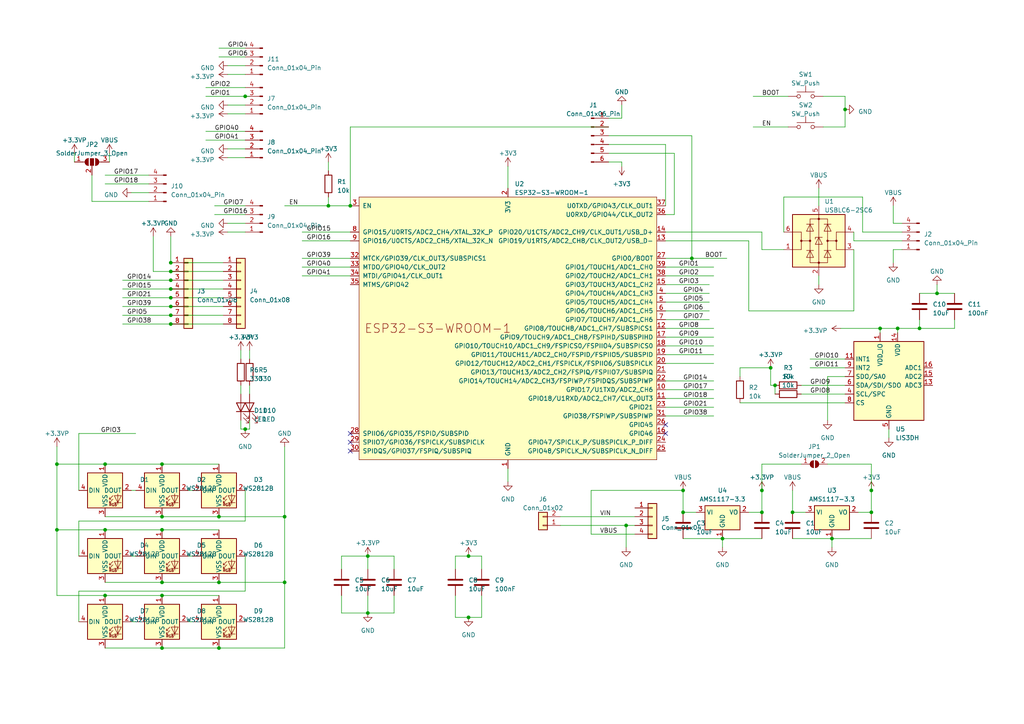
<source format=kicad_sch>
(kicad_sch (version 20230121) (generator eeschema)

  (uuid aed84af6-c10a-4e68-baeb-637a9d5e3886)

  (paper "A4")

  (lib_symbols
    (symbol "Connector:Conn_01x04_Pin" (pin_names (offset 1.016) hide) (in_bom yes) (on_board yes)
      (property "Reference" "J" (at 0 5.08 0)
        (effects (font (size 1.27 1.27)))
      )
      (property "Value" "Conn_01x04_Pin" (at 0 -7.62 0)
        (effects (font (size 1.27 1.27)))
      )
      (property "Footprint" "" (at 0 0 0)
        (effects (font (size 1.27 1.27)) hide)
      )
      (property "Datasheet" "~" (at 0 0 0)
        (effects (font (size 1.27 1.27)) hide)
      )
      (property "ki_locked" "" (at 0 0 0)
        (effects (font (size 1.27 1.27)))
      )
      (property "ki_keywords" "connector" (at 0 0 0)
        (effects (font (size 1.27 1.27)) hide)
      )
      (property "ki_description" "Generic connector, single row, 01x04, script generated" (at 0 0 0)
        (effects (font (size 1.27 1.27)) hide)
      )
      (property "ki_fp_filters" "Connector*:*_1x??_*" (at 0 0 0)
        (effects (font (size 1.27 1.27)) hide)
      )
      (symbol "Conn_01x04_Pin_1_1"
        (polyline
          (pts
            (xy 1.27 -5.08)
            (xy 0.8636 -5.08)
          )
          (stroke (width 0.1524) (type default))
          (fill (type none))
        )
        (polyline
          (pts
            (xy 1.27 -2.54)
            (xy 0.8636 -2.54)
          )
          (stroke (width 0.1524) (type default))
          (fill (type none))
        )
        (polyline
          (pts
            (xy 1.27 0)
            (xy 0.8636 0)
          )
          (stroke (width 0.1524) (type default))
          (fill (type none))
        )
        (polyline
          (pts
            (xy 1.27 2.54)
            (xy 0.8636 2.54)
          )
          (stroke (width 0.1524) (type default))
          (fill (type none))
        )
        (rectangle (start 0.8636 -4.953) (end 0 -5.207)
          (stroke (width 0.1524) (type default))
          (fill (type outline))
        )
        (rectangle (start 0.8636 -2.413) (end 0 -2.667)
          (stroke (width 0.1524) (type default))
          (fill (type outline))
        )
        (rectangle (start 0.8636 0.127) (end 0 -0.127)
          (stroke (width 0.1524) (type default))
          (fill (type outline))
        )
        (rectangle (start 0.8636 2.667) (end 0 2.413)
          (stroke (width 0.1524) (type default))
          (fill (type outline))
        )
        (pin passive line (at 5.08 2.54 180) (length 3.81)
          (name "Pin_1" (effects (font (size 1.27 1.27))))
          (number "1" (effects (font (size 1.27 1.27))))
        )
        (pin passive line (at 5.08 0 180) (length 3.81)
          (name "Pin_2" (effects (font (size 1.27 1.27))))
          (number "2" (effects (font (size 1.27 1.27))))
        )
        (pin passive line (at 5.08 -2.54 180) (length 3.81)
          (name "Pin_3" (effects (font (size 1.27 1.27))))
          (number "3" (effects (font (size 1.27 1.27))))
        )
        (pin passive line (at 5.08 -5.08 180) (length 3.81)
          (name "Pin_4" (effects (font (size 1.27 1.27))))
          (number "4" (effects (font (size 1.27 1.27))))
        )
      )
    )
    (symbol "Connector:Conn_01x06_Pin" (pin_names (offset 1.016) hide) (in_bom yes) (on_board yes)
      (property "Reference" "J" (at 0 7.62 0)
        (effects (font (size 1.27 1.27)))
      )
      (property "Value" "Conn_01x06_Pin" (at 0 -10.16 0)
        (effects (font (size 1.27 1.27)))
      )
      (property "Footprint" "" (at 0 0 0)
        (effects (font (size 1.27 1.27)) hide)
      )
      (property "Datasheet" "~" (at 0 0 0)
        (effects (font (size 1.27 1.27)) hide)
      )
      (property "ki_locked" "" (at 0 0 0)
        (effects (font (size 1.27 1.27)))
      )
      (property "ki_keywords" "connector" (at 0 0 0)
        (effects (font (size 1.27 1.27)) hide)
      )
      (property "ki_description" "Generic connector, single row, 01x06, script generated" (at 0 0 0)
        (effects (font (size 1.27 1.27)) hide)
      )
      (property "ki_fp_filters" "Connector*:*_1x??_*" (at 0 0 0)
        (effects (font (size 1.27 1.27)) hide)
      )
      (symbol "Conn_01x06_Pin_1_1"
        (polyline
          (pts
            (xy 1.27 -7.62)
            (xy 0.8636 -7.62)
          )
          (stroke (width 0.1524) (type default))
          (fill (type none))
        )
        (polyline
          (pts
            (xy 1.27 -5.08)
            (xy 0.8636 -5.08)
          )
          (stroke (width 0.1524) (type default))
          (fill (type none))
        )
        (polyline
          (pts
            (xy 1.27 -2.54)
            (xy 0.8636 -2.54)
          )
          (stroke (width 0.1524) (type default))
          (fill (type none))
        )
        (polyline
          (pts
            (xy 1.27 0)
            (xy 0.8636 0)
          )
          (stroke (width 0.1524) (type default))
          (fill (type none))
        )
        (polyline
          (pts
            (xy 1.27 2.54)
            (xy 0.8636 2.54)
          )
          (stroke (width 0.1524) (type default))
          (fill (type none))
        )
        (polyline
          (pts
            (xy 1.27 5.08)
            (xy 0.8636 5.08)
          )
          (stroke (width 0.1524) (type default))
          (fill (type none))
        )
        (rectangle (start 0.8636 -7.493) (end 0 -7.747)
          (stroke (width 0.1524) (type default))
          (fill (type outline))
        )
        (rectangle (start 0.8636 -4.953) (end 0 -5.207)
          (stroke (width 0.1524) (type default))
          (fill (type outline))
        )
        (rectangle (start 0.8636 -2.413) (end 0 -2.667)
          (stroke (width 0.1524) (type default))
          (fill (type outline))
        )
        (rectangle (start 0.8636 0.127) (end 0 -0.127)
          (stroke (width 0.1524) (type default))
          (fill (type outline))
        )
        (rectangle (start 0.8636 2.667) (end 0 2.413)
          (stroke (width 0.1524) (type default))
          (fill (type outline))
        )
        (rectangle (start 0.8636 5.207) (end 0 4.953)
          (stroke (width 0.1524) (type default))
          (fill (type outline))
        )
        (pin passive line (at 5.08 5.08 180) (length 3.81)
          (name "Pin_1" (effects (font (size 1.27 1.27))))
          (number "1" (effects (font (size 1.27 1.27))))
        )
        (pin passive line (at 5.08 2.54 180) (length 3.81)
          (name "Pin_2" (effects (font (size 1.27 1.27))))
          (number "2" (effects (font (size 1.27 1.27))))
        )
        (pin passive line (at 5.08 0 180) (length 3.81)
          (name "Pin_3" (effects (font (size 1.27 1.27))))
          (number "3" (effects (font (size 1.27 1.27))))
        )
        (pin passive line (at 5.08 -2.54 180) (length 3.81)
          (name "Pin_4" (effects (font (size 1.27 1.27))))
          (number "4" (effects (font (size 1.27 1.27))))
        )
        (pin passive line (at 5.08 -5.08 180) (length 3.81)
          (name "Pin_5" (effects (font (size 1.27 1.27))))
          (number "5" (effects (font (size 1.27 1.27))))
        )
        (pin passive line (at 5.08 -7.62 180) (length 3.81)
          (name "Pin_6" (effects (font (size 1.27 1.27))))
          (number "6" (effects (font (size 1.27 1.27))))
        )
      )
    )
    (symbol "Connector_Generic:Conn_01x02" (pin_names (offset 1.016) hide) (in_bom yes) (on_board yes)
      (property "Reference" "J" (at 0 2.54 0)
        (effects (font (size 1.27 1.27)))
      )
      (property "Value" "Conn_01x02" (at 0 -5.08 0)
        (effects (font (size 1.27 1.27)))
      )
      (property "Footprint" "" (at 0 0 0)
        (effects (font (size 1.27 1.27)) hide)
      )
      (property "Datasheet" "~" (at 0 0 0)
        (effects (font (size 1.27 1.27)) hide)
      )
      (property "ki_keywords" "connector" (at 0 0 0)
        (effects (font (size 1.27 1.27)) hide)
      )
      (property "ki_description" "Generic connector, single row, 01x02, script generated (kicad-library-utils/schlib/autogen/connector/)" (at 0 0 0)
        (effects (font (size 1.27 1.27)) hide)
      )
      (property "ki_fp_filters" "Connector*:*_1x??_*" (at 0 0 0)
        (effects (font (size 1.27 1.27)) hide)
      )
      (symbol "Conn_01x02_1_1"
        (rectangle (start -1.27 -2.413) (end 0 -2.667)
          (stroke (width 0.1524) (type default))
          (fill (type none))
        )
        (rectangle (start -1.27 0.127) (end 0 -0.127)
          (stroke (width 0.1524) (type default))
          (fill (type none))
        )
        (rectangle (start -1.27 1.27) (end 1.27 -3.81)
          (stroke (width 0.254) (type default))
          (fill (type background))
        )
        (pin passive line (at -5.08 0 0) (length 3.81)
          (name "Pin_1" (effects (font (size 1.27 1.27))))
          (number "1" (effects (font (size 1.27 1.27))))
        )
        (pin passive line (at -5.08 -2.54 0) (length 3.81)
          (name "Pin_2" (effects (font (size 1.27 1.27))))
          (number "2" (effects (font (size 1.27 1.27))))
        )
      )
    )
    (symbol "Connector_Generic:Conn_01x04" (pin_names (offset 1.016) hide) (in_bom yes) (on_board yes)
      (property "Reference" "J" (at 0 5.08 0)
        (effects (font (size 1.27 1.27)))
      )
      (property "Value" "Conn_01x04" (at 0 -7.62 0)
        (effects (font (size 1.27 1.27)))
      )
      (property "Footprint" "" (at 0 0 0)
        (effects (font (size 1.27 1.27)) hide)
      )
      (property "Datasheet" "~" (at 0 0 0)
        (effects (font (size 1.27 1.27)) hide)
      )
      (property "ki_keywords" "connector" (at 0 0 0)
        (effects (font (size 1.27 1.27)) hide)
      )
      (property "ki_description" "Generic connector, single row, 01x04, script generated (kicad-library-utils/schlib/autogen/connector/)" (at 0 0 0)
        (effects (font (size 1.27 1.27)) hide)
      )
      (property "ki_fp_filters" "Connector*:*_1x??_*" (at 0 0 0)
        (effects (font (size 1.27 1.27)) hide)
      )
      (symbol "Conn_01x04_1_1"
        (rectangle (start -1.27 -4.953) (end 0 -5.207)
          (stroke (width 0.1524) (type default))
          (fill (type none))
        )
        (rectangle (start -1.27 -2.413) (end 0 -2.667)
          (stroke (width 0.1524) (type default))
          (fill (type none))
        )
        (rectangle (start -1.27 0.127) (end 0 -0.127)
          (stroke (width 0.1524) (type default))
          (fill (type none))
        )
        (rectangle (start -1.27 2.667) (end 0 2.413)
          (stroke (width 0.1524) (type default))
          (fill (type none))
        )
        (rectangle (start -1.27 3.81) (end 1.27 -6.35)
          (stroke (width 0.254) (type default))
          (fill (type background))
        )
        (pin passive line (at -5.08 2.54 0) (length 3.81)
          (name "Pin_1" (effects (font (size 1.27 1.27))))
          (number "1" (effects (font (size 1.27 1.27))))
        )
        (pin passive line (at -5.08 0 0) (length 3.81)
          (name "Pin_2" (effects (font (size 1.27 1.27))))
          (number "2" (effects (font (size 1.27 1.27))))
        )
        (pin passive line (at -5.08 -2.54 0) (length 3.81)
          (name "Pin_3" (effects (font (size 1.27 1.27))))
          (number "3" (effects (font (size 1.27 1.27))))
        )
        (pin passive line (at -5.08 -5.08 0) (length 3.81)
          (name "Pin_4" (effects (font (size 1.27 1.27))))
          (number "4" (effects (font (size 1.27 1.27))))
        )
      )
    )
    (symbol "Connector_Generic:Conn_01x08" (pin_names (offset 1.016) hide) (in_bom yes) (on_board yes)
      (property "Reference" "J" (at 0 10.16 0)
        (effects (font (size 1.27 1.27)))
      )
      (property "Value" "Conn_01x08" (at 0 -12.7 0)
        (effects (font (size 1.27 1.27)))
      )
      (property "Footprint" "" (at 0 0 0)
        (effects (font (size 1.27 1.27)) hide)
      )
      (property "Datasheet" "~" (at 0 0 0)
        (effects (font (size 1.27 1.27)) hide)
      )
      (property "ki_keywords" "connector" (at 0 0 0)
        (effects (font (size 1.27 1.27)) hide)
      )
      (property "ki_description" "Generic connector, single row, 01x08, script generated (kicad-library-utils/schlib/autogen/connector/)" (at 0 0 0)
        (effects (font (size 1.27 1.27)) hide)
      )
      (property "ki_fp_filters" "Connector*:*_1x??_*" (at 0 0 0)
        (effects (font (size 1.27 1.27)) hide)
      )
      (symbol "Conn_01x08_1_1"
        (rectangle (start -1.27 -10.033) (end 0 -10.287)
          (stroke (width 0.1524) (type default))
          (fill (type none))
        )
        (rectangle (start -1.27 -7.493) (end 0 -7.747)
          (stroke (width 0.1524) (type default))
          (fill (type none))
        )
        (rectangle (start -1.27 -4.953) (end 0 -5.207)
          (stroke (width 0.1524) (type default))
          (fill (type none))
        )
        (rectangle (start -1.27 -2.413) (end 0 -2.667)
          (stroke (width 0.1524) (type default))
          (fill (type none))
        )
        (rectangle (start -1.27 0.127) (end 0 -0.127)
          (stroke (width 0.1524) (type default))
          (fill (type none))
        )
        (rectangle (start -1.27 2.667) (end 0 2.413)
          (stroke (width 0.1524) (type default))
          (fill (type none))
        )
        (rectangle (start -1.27 5.207) (end 0 4.953)
          (stroke (width 0.1524) (type default))
          (fill (type none))
        )
        (rectangle (start -1.27 7.747) (end 0 7.493)
          (stroke (width 0.1524) (type default))
          (fill (type none))
        )
        (rectangle (start -1.27 8.89) (end 1.27 -11.43)
          (stroke (width 0.254) (type default))
          (fill (type background))
        )
        (pin passive line (at -5.08 7.62 0) (length 3.81)
          (name "Pin_1" (effects (font (size 1.27 1.27))))
          (number "1" (effects (font (size 1.27 1.27))))
        )
        (pin passive line (at -5.08 5.08 0) (length 3.81)
          (name "Pin_2" (effects (font (size 1.27 1.27))))
          (number "2" (effects (font (size 1.27 1.27))))
        )
        (pin passive line (at -5.08 2.54 0) (length 3.81)
          (name "Pin_3" (effects (font (size 1.27 1.27))))
          (number "3" (effects (font (size 1.27 1.27))))
        )
        (pin passive line (at -5.08 0 0) (length 3.81)
          (name "Pin_4" (effects (font (size 1.27 1.27))))
          (number "4" (effects (font (size 1.27 1.27))))
        )
        (pin passive line (at -5.08 -2.54 0) (length 3.81)
          (name "Pin_5" (effects (font (size 1.27 1.27))))
          (number "5" (effects (font (size 1.27 1.27))))
        )
        (pin passive line (at -5.08 -5.08 0) (length 3.81)
          (name "Pin_6" (effects (font (size 1.27 1.27))))
          (number "6" (effects (font (size 1.27 1.27))))
        )
        (pin passive line (at -5.08 -7.62 0) (length 3.81)
          (name "Pin_7" (effects (font (size 1.27 1.27))))
          (number "7" (effects (font (size 1.27 1.27))))
        )
        (pin passive line (at -5.08 -10.16 0) (length 3.81)
          (name "Pin_8" (effects (font (size 1.27 1.27))))
          (number "8" (effects (font (size 1.27 1.27))))
        )
      )
    )
    (symbol "Device:C" (pin_numbers hide) (pin_names (offset 0.254)) (in_bom yes) (on_board yes)
      (property "Reference" "C" (at 0.635 2.54 0)
        (effects (font (size 1.27 1.27)) (justify left))
      )
      (property "Value" "C" (at 0.635 -2.54 0)
        (effects (font (size 1.27 1.27)) (justify left))
      )
      (property "Footprint" "" (at 0.9652 -3.81 0)
        (effects (font (size 1.27 1.27)) hide)
      )
      (property "Datasheet" "~" (at 0 0 0)
        (effects (font (size 1.27 1.27)) hide)
      )
      (property "ki_keywords" "cap capacitor" (at 0 0 0)
        (effects (font (size 1.27 1.27)) hide)
      )
      (property "ki_description" "Unpolarized capacitor" (at 0 0 0)
        (effects (font (size 1.27 1.27)) hide)
      )
      (property "ki_fp_filters" "C_*" (at 0 0 0)
        (effects (font (size 1.27 1.27)) hide)
      )
      (symbol "C_0_1"
        (polyline
          (pts
            (xy -2.032 -0.762)
            (xy 2.032 -0.762)
          )
          (stroke (width 0.508) (type default))
          (fill (type none))
        )
        (polyline
          (pts
            (xy -2.032 0.762)
            (xy 2.032 0.762)
          )
          (stroke (width 0.508) (type default))
          (fill (type none))
        )
      )
      (symbol "C_1_1"
        (pin passive line (at 0 3.81 270) (length 2.794)
          (name "~" (effects (font (size 1.27 1.27))))
          (number "1" (effects (font (size 1.27 1.27))))
        )
        (pin passive line (at 0 -3.81 90) (length 2.794)
          (name "~" (effects (font (size 1.27 1.27))))
          (number "2" (effects (font (size 1.27 1.27))))
        )
      )
    )
    (symbol "Device:LED" (pin_numbers hide) (pin_names (offset 1.016) hide) (in_bom yes) (on_board yes)
      (property "Reference" "D" (at 0 2.54 0)
        (effects (font (size 1.27 1.27)))
      )
      (property "Value" "LED" (at 0 -2.54 0)
        (effects (font (size 1.27 1.27)))
      )
      (property "Footprint" "" (at 0 0 0)
        (effects (font (size 1.27 1.27)) hide)
      )
      (property "Datasheet" "~" (at 0 0 0)
        (effects (font (size 1.27 1.27)) hide)
      )
      (property "ki_keywords" "LED diode" (at 0 0 0)
        (effects (font (size 1.27 1.27)) hide)
      )
      (property "ki_description" "Light emitting diode" (at 0 0 0)
        (effects (font (size 1.27 1.27)) hide)
      )
      (property "ki_fp_filters" "LED* LED_SMD:* LED_THT:*" (at 0 0 0)
        (effects (font (size 1.27 1.27)) hide)
      )
      (symbol "LED_0_1"
        (polyline
          (pts
            (xy -1.27 -1.27)
            (xy -1.27 1.27)
          )
          (stroke (width 0.254) (type default))
          (fill (type none))
        )
        (polyline
          (pts
            (xy -1.27 0)
            (xy 1.27 0)
          )
          (stroke (width 0) (type default))
          (fill (type none))
        )
        (polyline
          (pts
            (xy 1.27 -1.27)
            (xy 1.27 1.27)
            (xy -1.27 0)
            (xy 1.27 -1.27)
          )
          (stroke (width 0.254) (type default))
          (fill (type none))
        )
        (polyline
          (pts
            (xy -3.048 -0.762)
            (xy -4.572 -2.286)
            (xy -3.81 -2.286)
            (xy -4.572 -2.286)
            (xy -4.572 -1.524)
          )
          (stroke (width 0) (type default))
          (fill (type none))
        )
        (polyline
          (pts
            (xy -1.778 -0.762)
            (xy -3.302 -2.286)
            (xy -2.54 -2.286)
            (xy -3.302 -2.286)
            (xy -3.302 -1.524)
          )
          (stroke (width 0) (type default))
          (fill (type none))
        )
      )
      (symbol "LED_1_1"
        (pin passive line (at -3.81 0 0) (length 2.54)
          (name "K" (effects (font (size 1.27 1.27))))
          (number "1" (effects (font (size 1.27 1.27))))
        )
        (pin passive line (at 3.81 0 180) (length 2.54)
          (name "A" (effects (font (size 1.27 1.27))))
          (number "2" (effects (font (size 1.27 1.27))))
        )
      )
    )
    (symbol "Device:R" (pin_numbers hide) (pin_names (offset 0)) (in_bom yes) (on_board yes)
      (property "Reference" "R" (at 2.032 0 90)
        (effects (font (size 1.27 1.27)))
      )
      (property "Value" "R" (at 0 0 90)
        (effects (font (size 1.27 1.27)))
      )
      (property "Footprint" "" (at -1.778 0 90)
        (effects (font (size 1.27 1.27)) hide)
      )
      (property "Datasheet" "~" (at 0 0 0)
        (effects (font (size 1.27 1.27)) hide)
      )
      (property "ki_keywords" "R res resistor" (at 0 0 0)
        (effects (font (size 1.27 1.27)) hide)
      )
      (property "ki_description" "Resistor" (at 0 0 0)
        (effects (font (size 1.27 1.27)) hide)
      )
      (property "ki_fp_filters" "R_*" (at 0 0 0)
        (effects (font (size 1.27 1.27)) hide)
      )
      (symbol "R_0_1"
        (rectangle (start -1.016 -2.54) (end 1.016 2.54)
          (stroke (width 0.254) (type default))
          (fill (type none))
        )
      )
      (symbol "R_1_1"
        (pin passive line (at 0 3.81 270) (length 1.27)
          (name "~" (effects (font (size 1.27 1.27))))
          (number "1" (effects (font (size 1.27 1.27))))
        )
        (pin passive line (at 0 -3.81 90) (length 1.27)
          (name "~" (effects (font (size 1.27 1.27))))
          (number "2" (effects (font (size 1.27 1.27))))
        )
      )
    )
    (symbol "Espressif:ESP32-S3-WROOM-1" (pin_names (offset 1.016)) (in_bom yes) (on_board yes)
      (property "Reference" "U" (at -43.18 43.18 0)
        (effects (font (size 1.27 1.27)) (justify left))
      )
      (property "Value" "ESP32-S3-WROOM-1" (at -43.18 40.64 0)
        (effects (font (size 1.27 1.27)) (justify left))
      )
      (property "Footprint" "Espressif:ESP32-S3-WROOM-1" (at 2.54 -48.26 0)
        (effects (font (size 1.27 1.27)) hide)
      )
      (property "Datasheet" "https://www.espressif.com/sites/default/files/documentation/esp32-s3-wroom-1_wroom-1u_datasheet_en.pdf" (at 2.54 -50.8 0)
        (effects (font (size 1.27 1.27)) hide)
      )
      (property "ki_description" "2.4 GHz WiFi (802.11 b/g/n) and Bluetooth ® 5 (LE) module Built around ESP32S3 series of SoCs, Xtensa ® dualcore 32bit LX7 microprocessor Flash up to 16 MB, PSRAM up to 8 MB 36 GPIOs, rich set of peripherals Onboard PCB antenna" (at 0 0 0)
        (effects (font (size 1.27 1.27)) hide)
      )
      (symbol "ESP32-S3-WROOM-1_0_0"
        (text "ESP32-S3-WROOM-1" (at -20.32 0 0)
          (effects (font (size 2.54 2.54)))
        )
        (pin power_in line (at 0 -40.64 90) (length 2.54)
          (name "GND" (effects (font (size 1.27 1.27))))
          (number "1" (effects (font (size 1.27 1.27))))
        )
        (pin bidirectional line (at 45.72 -17.78 180) (length 2.54)
          (name "GPIO17/U1TXD/ADC2_CH6" (effects (font (size 1.27 1.27))))
          (number "10" (effects (font (size 1.27 1.27))))
        )
        (pin bidirectional line (at 45.72 -20.32 180) (length 2.54)
          (name "GPIO18/U1RXD/ADC2_CH7/CLK_OUT3" (effects (font (size 1.27 1.27))))
          (number "11" (effects (font (size 1.27 1.27))))
        )
        (pin bidirectional line (at 45.72 0 180) (length 2.54)
          (name "GPIO8/TOUCH8/ADC1_CH7/SUBSPICS1" (effects (font (size 1.27 1.27))))
          (number "12" (effects (font (size 1.27 1.27))))
        )
        (pin bidirectional line (at 45.72 25.4 180) (length 2.54)
          (name "GPIO19/U1RTS/ADC2_CH8/CLK_OUT2/USB_D-" (effects (font (size 1.27 1.27))))
          (number "13" (effects (font (size 1.27 1.27))))
        )
        (pin bidirectional line (at 45.72 27.94 180) (length 2.54)
          (name "GPIO20/U1CTS/ADC2_CH9/CLK_OUT1/USB_D+" (effects (font (size 1.27 1.27))))
          (number "14" (effects (font (size 1.27 1.27))))
        )
        (pin bidirectional line (at 45.72 12.7 180) (length 2.54)
          (name "GPIO3/TOUCH3/ADC1_CH2" (effects (font (size 1.27 1.27))))
          (number "15" (effects (font (size 1.27 1.27))))
        )
        (pin bidirectional line (at 45.72 -30.48 180) (length 2.54)
          (name "GPIO46" (effects (font (size 1.27 1.27))))
          (number "16" (effects (font (size 1.27 1.27))))
        )
        (pin bidirectional line (at 45.72 -2.54 180) (length 2.54)
          (name "GPIO9/TOUCH9/ADC1_CH8/FSPIHD/SUBSPIHD" (effects (font (size 1.27 1.27))))
          (number "17" (effects (font (size 1.27 1.27))))
        )
        (pin bidirectional line (at 45.72 -5.08 180) (length 2.54)
          (name "GPIO10/TOUCH10/ADC1_CH9/FSPICS0/FSPIIO4/SUBSPICS0" (effects (font (size 1.27 1.27))))
          (number "18" (effects (font (size 1.27 1.27))))
        )
        (pin bidirectional line (at 45.72 -7.62 180) (length 2.54)
          (name "GPIO11/TOUCH11/ADC2_CH0/FSPID/FSPIIO5/SUBSPID" (effects (font (size 1.27 1.27))))
          (number "19" (effects (font (size 1.27 1.27))))
        )
        (pin power_in line (at 0 40.64 270) (length 2.54)
          (name "3V3" (effects (font (size 1.27 1.27))))
          (number "2" (effects (font (size 1.27 1.27))))
        )
        (pin bidirectional line (at 45.72 -10.16 180) (length 2.54)
          (name "GPIO12/TOUCH12/ADC2_CH1/FSPICLK/FSPIIO6/SUBSPICLK" (effects (font (size 1.27 1.27))))
          (number "20" (effects (font (size 1.27 1.27))))
        )
        (pin bidirectional line (at 45.72 -12.7 180) (length 2.54)
          (name "GPIO13/TOUCH13/ADC2_CH2/FSPIQ/FSPIIO7/SUBSPIQ" (effects (font (size 1.27 1.27))))
          (number "21" (effects (font (size 1.27 1.27))))
        )
        (pin bidirectional line (at 45.72 -15.24 180) (length 2.54)
          (name "GPIO14/TOUCH14/ADC2_CH3/FSPIWP/FSPIDQS/SUBSPIWP" (effects (font (size 1.27 1.27))))
          (number "22" (effects (font (size 1.27 1.27))))
        )
        (pin bidirectional line (at 45.72 -22.86 180) (length 2.54)
          (name "GPIO21" (effects (font (size 1.27 1.27))))
          (number "23" (effects (font (size 1.27 1.27))))
        )
        (pin bidirectional line (at 45.72 -33.02 180) (length 2.54)
          (name "GPIO47/SPICLK_P/SUBSPICLK_P_DIFF" (effects (font (size 1.27 1.27))))
          (number "24" (effects (font (size 1.27 1.27))))
        )
        (pin bidirectional line (at 45.72 -35.56 180) (length 2.54)
          (name "GPIO48/SPICLK_N/SUBSPICLK_N_DIFF" (effects (font (size 1.27 1.27))))
          (number "25" (effects (font (size 1.27 1.27))))
        )
        (pin bidirectional line (at 45.72 -27.94 180) (length 2.54)
          (name "GPIO45" (effects (font (size 1.27 1.27))))
          (number "26" (effects (font (size 1.27 1.27))))
        )
        (pin bidirectional line (at 45.72 20.32 180) (length 2.54)
          (name "GPIO0/BOOT" (effects (font (size 1.27 1.27))))
          (number "27" (effects (font (size 1.27 1.27))))
        )
        (pin bidirectional line (at -45.72 -30.48 0) (length 2.54)
          (name "SPIIO6/GPIO35/FSPID/SUBSPID" (effects (font (size 1.27 1.27))))
          (number "28" (effects (font (size 1.27 1.27))))
        )
        (pin bidirectional line (at -45.72 -33.02 0) (length 2.54)
          (name "SPIIO7/GPIO36/FSPICLK/SUBSPICLK" (effects (font (size 1.27 1.27))))
          (number "29" (effects (font (size 1.27 1.27))))
        )
        (pin input line (at -45.72 35.56 0) (length 2.54)
          (name "EN" (effects (font (size 1.27 1.27))))
          (number "3" (effects (font (size 1.27 1.27))))
        )
        (pin bidirectional line (at -45.72 -35.56 0) (length 2.54)
          (name "SPIDQS/GPIO37/FSPIQ/SUBSPIQ" (effects (font (size 1.27 1.27))))
          (number "30" (effects (font (size 1.27 1.27))))
        )
        (pin bidirectional line (at 45.72 -25.4 180) (length 2.54)
          (name "GPIO38/FSPIWP/SUBSPIWP" (effects (font (size 1.27 1.27))))
          (number "31" (effects (font (size 1.27 1.27))))
        )
        (pin bidirectional line (at -45.72 20.32 0) (length 2.54)
          (name "MTCK/GPIO39/CLK_OUT3/SUBSPICS1" (effects (font (size 1.27 1.27))))
          (number "32" (effects (font (size 1.27 1.27))))
        )
        (pin bidirectional line (at -45.72 17.78 0) (length 2.54)
          (name "MTDO/GPIO40/CLK_OUT2" (effects (font (size 1.27 1.27))))
          (number "33" (effects (font (size 1.27 1.27))))
        )
        (pin bidirectional line (at -45.72 15.24 0) (length 2.54)
          (name "MTDI/GPIO41/CLK_OUT1" (effects (font (size 1.27 1.27))))
          (number "34" (effects (font (size 1.27 1.27))))
        )
        (pin bidirectional line (at -45.72 12.7 0) (length 2.54)
          (name "MTMS/GPIO42" (effects (font (size 1.27 1.27))))
          (number "35" (effects (font (size 1.27 1.27))))
        )
        (pin bidirectional line (at 45.72 33.02 180) (length 2.54)
          (name "U0RXD/GPIO44/CLK_OUT2" (effects (font (size 1.27 1.27))))
          (number "36" (effects (font (size 1.27 1.27))))
        )
        (pin bidirectional line (at 45.72 35.56 180) (length 2.54)
          (name "U0TXD/GPIO43/CLK_OUT1" (effects (font (size 1.27 1.27))))
          (number "37" (effects (font (size 1.27 1.27))))
        )
        (pin bidirectional line (at 45.72 15.24 180) (length 2.54)
          (name "GPIO2/TOUCH2/ADC1_CH1" (effects (font (size 1.27 1.27))))
          (number "38" (effects (font (size 1.27 1.27))))
        )
        (pin bidirectional line (at 45.72 17.78 180) (length 2.54)
          (name "GPIO1/TOUCH1/ADC1_CH0" (effects (font (size 1.27 1.27))))
          (number "39" (effects (font (size 1.27 1.27))))
        )
        (pin bidirectional line (at 45.72 10.16 180) (length 2.54)
          (name "GPIO4/TOUCH4/ADC1_CH3" (effects (font (size 1.27 1.27))))
          (number "4" (effects (font (size 1.27 1.27))))
        )
        (pin passive line (at 0 -40.64 90) (length 2.54) hide
          (name "GND" (effects (font (size 1.27 1.27))))
          (number "40" (effects (font (size 1.27 1.27))))
        )
        (pin passive line (at 0 -40.64 90) (length 2.54) hide
          (name "GND" (effects (font (size 1.27 1.27))))
          (number "41" (effects (font (size 1.27 1.27))))
        )
        (pin bidirectional line (at 45.72 7.62 180) (length 2.54)
          (name "GPIO5/TOUCH5/ADC1_CH4" (effects (font (size 1.27 1.27))))
          (number "5" (effects (font (size 1.27 1.27))))
        )
        (pin bidirectional line (at 45.72 5.08 180) (length 2.54)
          (name "GPIO6/TOUCH6/ADC1_CH5" (effects (font (size 1.27 1.27))))
          (number "6" (effects (font (size 1.27 1.27))))
        )
        (pin bidirectional line (at 45.72 2.54 180) (length 2.54)
          (name "GPIO7/TOUCH7/ADC1_CH6" (effects (font (size 1.27 1.27))))
          (number "7" (effects (font (size 1.27 1.27))))
        )
        (pin bidirectional line (at -45.72 27.94 0) (length 2.54)
          (name "GPIO15/U0RTS/ADC2_CH4/XTAL_32K_P" (effects (font (size 1.27 1.27))))
          (number "8" (effects (font (size 1.27 1.27))))
        )
        (pin bidirectional line (at -45.72 25.4 0) (length 2.54)
          (name "GPIO16/U0CTS/ADC2_CH5/XTAL_32K_N" (effects (font (size 1.27 1.27))))
          (number "9" (effects (font (size 1.27 1.27))))
        )
      )
      (symbol "ESP32-S3-WROOM-1_0_1"
        (rectangle (start -43.18 38.1) (end 43.18 -38.1)
          (stroke (width 0) (type default))
          (fill (type background))
        )
      )
    )
    (symbol "Jumper:SolderJumper_2_Open" (pin_names (offset 0) hide) (in_bom yes) (on_board yes)
      (property "Reference" "JP" (at 0 2.032 0)
        (effects (font (size 1.27 1.27)))
      )
      (property "Value" "SolderJumper_2_Open" (at 0 -2.54 0)
        (effects (font (size 1.27 1.27)))
      )
      (property "Footprint" "" (at 0 0 0)
        (effects (font (size 1.27 1.27)) hide)
      )
      (property "Datasheet" "~" (at 0 0 0)
        (effects (font (size 1.27 1.27)) hide)
      )
      (property "ki_keywords" "solder jumper SPST" (at 0 0 0)
        (effects (font (size 1.27 1.27)) hide)
      )
      (property "ki_description" "Solder Jumper, 2-pole, open" (at 0 0 0)
        (effects (font (size 1.27 1.27)) hide)
      )
      (property "ki_fp_filters" "SolderJumper*Open*" (at 0 0 0)
        (effects (font (size 1.27 1.27)) hide)
      )
      (symbol "SolderJumper_2_Open_0_1"
        (arc (start -0.254 1.016) (mid -1.2656 0) (end -0.254 -1.016)
          (stroke (width 0) (type default))
          (fill (type none))
        )
        (arc (start -0.254 1.016) (mid -1.2656 0) (end -0.254 -1.016)
          (stroke (width 0) (type default))
          (fill (type outline))
        )
        (polyline
          (pts
            (xy -0.254 1.016)
            (xy -0.254 -1.016)
          )
          (stroke (width 0) (type default))
          (fill (type none))
        )
        (polyline
          (pts
            (xy 0.254 1.016)
            (xy 0.254 -1.016)
          )
          (stroke (width 0) (type default))
          (fill (type none))
        )
        (arc (start 0.254 -1.016) (mid 1.2656 0) (end 0.254 1.016)
          (stroke (width 0) (type default))
          (fill (type none))
        )
        (arc (start 0.254 -1.016) (mid 1.2656 0) (end 0.254 1.016)
          (stroke (width 0) (type default))
          (fill (type outline))
        )
      )
      (symbol "SolderJumper_2_Open_1_1"
        (pin passive line (at -3.81 0 0) (length 2.54)
          (name "A" (effects (font (size 1.27 1.27))))
          (number "1" (effects (font (size 1.27 1.27))))
        )
        (pin passive line (at 3.81 0 180) (length 2.54)
          (name "B" (effects (font (size 1.27 1.27))))
          (number "2" (effects (font (size 1.27 1.27))))
        )
      )
    )
    (symbol "Jumper:SolderJumper_3_Open" (pin_names (offset 0) hide) (in_bom yes) (on_board yes)
      (property "Reference" "JP" (at -2.54 -2.54 0)
        (effects (font (size 1.27 1.27)))
      )
      (property "Value" "SolderJumper_3_Open" (at 0 2.794 0)
        (effects (font (size 1.27 1.27)))
      )
      (property "Footprint" "" (at 0 0 0)
        (effects (font (size 1.27 1.27)) hide)
      )
      (property "Datasheet" "~" (at 0 0 0)
        (effects (font (size 1.27 1.27)) hide)
      )
      (property "ki_keywords" "Solder Jumper SPDT" (at 0 0 0)
        (effects (font (size 1.27 1.27)) hide)
      )
      (property "ki_description" "Solder Jumper, 3-pole, open" (at 0 0 0)
        (effects (font (size 1.27 1.27)) hide)
      )
      (property "ki_fp_filters" "SolderJumper*Open*" (at 0 0 0)
        (effects (font (size 1.27 1.27)) hide)
      )
      (symbol "SolderJumper_3_Open_0_1"
        (arc (start -1.016 1.016) (mid -2.0276 0) (end -1.016 -1.016)
          (stroke (width 0) (type default))
          (fill (type none))
        )
        (arc (start -1.016 1.016) (mid -2.0276 0) (end -1.016 -1.016)
          (stroke (width 0) (type default))
          (fill (type outline))
        )
        (rectangle (start -0.508 1.016) (end 0.508 -1.016)
          (stroke (width 0) (type default))
          (fill (type outline))
        )
        (polyline
          (pts
            (xy -2.54 0)
            (xy -2.032 0)
          )
          (stroke (width 0) (type default))
          (fill (type none))
        )
        (polyline
          (pts
            (xy -1.016 1.016)
            (xy -1.016 -1.016)
          )
          (stroke (width 0) (type default))
          (fill (type none))
        )
        (polyline
          (pts
            (xy 0 -1.27)
            (xy 0 -1.016)
          )
          (stroke (width 0) (type default))
          (fill (type none))
        )
        (polyline
          (pts
            (xy 1.016 1.016)
            (xy 1.016 -1.016)
          )
          (stroke (width 0) (type default))
          (fill (type none))
        )
        (polyline
          (pts
            (xy 2.54 0)
            (xy 2.032 0)
          )
          (stroke (width 0) (type default))
          (fill (type none))
        )
        (arc (start 1.016 -1.016) (mid 2.0276 0) (end 1.016 1.016)
          (stroke (width 0) (type default))
          (fill (type none))
        )
        (arc (start 1.016 -1.016) (mid 2.0276 0) (end 1.016 1.016)
          (stroke (width 0) (type default))
          (fill (type outline))
        )
      )
      (symbol "SolderJumper_3_Open_1_1"
        (pin passive line (at -5.08 0 0) (length 2.54)
          (name "A" (effects (font (size 1.27 1.27))))
          (number "1" (effects (font (size 1.27 1.27))))
        )
        (pin passive line (at 0 -3.81 90) (length 2.54)
          (name "C" (effects (font (size 1.27 1.27))))
          (number "2" (effects (font (size 1.27 1.27))))
        )
        (pin passive line (at 5.08 0 180) (length 2.54)
          (name "B" (effects (font (size 1.27 1.27))))
          (number "3" (effects (font (size 1.27 1.27))))
        )
      )
    )
    (symbol "LED:WS2812B" (pin_names (offset 0.254)) (in_bom yes) (on_board yes)
      (property "Reference" "D" (at 5.08 5.715 0)
        (effects (font (size 1.27 1.27)) (justify right bottom))
      )
      (property "Value" "WS2812B" (at 1.27 -5.715 0)
        (effects (font (size 1.27 1.27)) (justify left top))
      )
      (property "Footprint" "LED_SMD:LED_WS2812B_PLCC4_5.0x5.0mm_P3.2mm" (at 1.27 -7.62 0)
        (effects (font (size 1.27 1.27)) (justify left top) hide)
      )
      (property "Datasheet" "https://cdn-shop.adafruit.com/datasheets/WS2812B.pdf" (at 2.54 -9.525 0)
        (effects (font (size 1.27 1.27)) (justify left top) hide)
      )
      (property "ki_keywords" "RGB LED NeoPixel addressable" (at 0 0 0)
        (effects (font (size 1.27 1.27)) hide)
      )
      (property "ki_description" "RGB LED with integrated controller" (at 0 0 0)
        (effects (font (size 1.27 1.27)) hide)
      )
      (property "ki_fp_filters" "LED*WS2812*PLCC*5.0x5.0mm*P3.2mm*" (at 0 0 0)
        (effects (font (size 1.27 1.27)) hide)
      )
      (symbol "WS2812B_0_0"
        (text "RGB" (at 2.286 -4.191 0)
          (effects (font (size 0.762 0.762)))
        )
      )
      (symbol "WS2812B_0_1"
        (polyline
          (pts
            (xy 1.27 -3.556)
            (xy 1.778 -3.556)
          )
          (stroke (width 0) (type default))
          (fill (type none))
        )
        (polyline
          (pts
            (xy 1.27 -2.54)
            (xy 1.778 -2.54)
          )
          (stroke (width 0) (type default))
          (fill (type none))
        )
        (polyline
          (pts
            (xy 4.699 -3.556)
            (xy 2.667 -3.556)
          )
          (stroke (width 0) (type default))
          (fill (type none))
        )
        (polyline
          (pts
            (xy 2.286 -2.54)
            (xy 1.27 -3.556)
            (xy 1.27 -3.048)
          )
          (stroke (width 0) (type default))
          (fill (type none))
        )
        (polyline
          (pts
            (xy 2.286 -1.524)
            (xy 1.27 -2.54)
            (xy 1.27 -2.032)
          )
          (stroke (width 0) (type default))
          (fill (type none))
        )
        (polyline
          (pts
            (xy 3.683 -1.016)
            (xy 3.683 -3.556)
            (xy 3.683 -4.064)
          )
          (stroke (width 0) (type default))
          (fill (type none))
        )
        (polyline
          (pts
            (xy 4.699 -1.524)
            (xy 2.667 -1.524)
            (xy 3.683 -3.556)
            (xy 4.699 -1.524)
          )
          (stroke (width 0) (type default))
          (fill (type none))
        )
        (rectangle (start 5.08 5.08) (end -5.08 -5.08)
          (stroke (width 0.254) (type default))
          (fill (type background))
        )
      )
      (symbol "WS2812B_1_1"
        (pin power_in line (at 0 7.62 270) (length 2.54)
          (name "VDD" (effects (font (size 1.27 1.27))))
          (number "1" (effects (font (size 1.27 1.27))))
        )
        (pin output line (at 7.62 0 180) (length 2.54)
          (name "DOUT" (effects (font (size 1.27 1.27))))
          (number "2" (effects (font (size 1.27 1.27))))
        )
        (pin power_in line (at 0 -7.62 90) (length 2.54)
          (name "VSS" (effects (font (size 1.27 1.27))))
          (number "3" (effects (font (size 1.27 1.27))))
        )
        (pin input line (at -7.62 0 0) (length 2.54)
          (name "DIN" (effects (font (size 1.27 1.27))))
          (number "4" (effects (font (size 1.27 1.27))))
        )
      )
    )
    (symbol "Power_Protection:USBLC6-2SC6" (pin_names hide) (in_bom yes) (on_board yes)
      (property "Reference" "U" (at 2.54 8.89 0)
        (effects (font (size 1.27 1.27)) (justify left))
      )
      (property "Value" "USBLC6-2SC6" (at 2.54 -8.89 0)
        (effects (font (size 1.27 1.27)) (justify left))
      )
      (property "Footprint" "Package_TO_SOT_SMD:SOT-23-6" (at 0 -12.7 0)
        (effects (font (size 1.27 1.27)) hide)
      )
      (property "Datasheet" "https://www.st.com/resource/en/datasheet/usblc6-2.pdf" (at 5.08 8.89 0)
        (effects (font (size 1.27 1.27)) hide)
      )
      (property "ki_keywords" "usb ethernet video" (at 0 0 0)
        (effects (font (size 1.27 1.27)) hide)
      )
      (property "ki_description" "Very low capacitance ESD protection diode, 2 data-line, SOT-23-6" (at 0 0 0)
        (effects (font (size 1.27 1.27)) hide)
      )
      (property "ki_fp_filters" "SOT?23*" (at 0 0 0)
        (effects (font (size 1.27 1.27)) hide)
      )
      (symbol "USBLC6-2SC6_0_1"
        (rectangle (start -7.62 -7.62) (end 7.62 7.62)
          (stroke (width 0.254) (type default))
          (fill (type background))
        )
        (circle (center -5.08 0) (radius 0.254)
          (stroke (width 0) (type default))
          (fill (type outline))
        )
        (circle (center -2.54 0) (radius 0.254)
          (stroke (width 0) (type default))
          (fill (type outline))
        )
        (rectangle (start -2.54 6.35) (end 2.54 -6.35)
          (stroke (width 0) (type default))
          (fill (type none))
        )
        (circle (center 0 -6.35) (radius 0.254)
          (stroke (width 0) (type default))
          (fill (type outline))
        )
        (polyline
          (pts
            (xy -5.08 -2.54)
            (xy -7.62 -2.54)
          )
          (stroke (width 0) (type default))
          (fill (type none))
        )
        (polyline
          (pts
            (xy -5.08 0)
            (xy -5.08 -2.54)
          )
          (stroke (width 0) (type default))
          (fill (type none))
        )
        (polyline
          (pts
            (xy -5.08 2.54)
            (xy -7.62 2.54)
          )
          (stroke (width 0) (type default))
          (fill (type none))
        )
        (polyline
          (pts
            (xy -1.524 -2.794)
            (xy -3.556 -2.794)
          )
          (stroke (width 0) (type default))
          (fill (type none))
        )
        (polyline
          (pts
            (xy -1.524 4.826)
            (xy -3.556 4.826)
          )
          (stroke (width 0) (type default))
          (fill (type none))
        )
        (polyline
          (pts
            (xy 0 -7.62)
            (xy 0 -6.35)
          )
          (stroke (width 0) (type default))
          (fill (type none))
        )
        (polyline
          (pts
            (xy 0 -6.35)
            (xy 0 1.27)
          )
          (stroke (width 0) (type default))
          (fill (type none))
        )
        (polyline
          (pts
            (xy 0 1.27)
            (xy 0 6.35)
          )
          (stroke (width 0) (type default))
          (fill (type none))
        )
        (polyline
          (pts
            (xy 0 6.35)
            (xy 0 7.62)
          )
          (stroke (width 0) (type default))
          (fill (type none))
        )
        (polyline
          (pts
            (xy 1.524 -2.794)
            (xy 3.556 -2.794)
          )
          (stroke (width 0) (type default))
          (fill (type none))
        )
        (polyline
          (pts
            (xy 1.524 4.826)
            (xy 3.556 4.826)
          )
          (stroke (width 0) (type default))
          (fill (type none))
        )
        (polyline
          (pts
            (xy 5.08 -2.54)
            (xy 7.62 -2.54)
          )
          (stroke (width 0) (type default))
          (fill (type none))
        )
        (polyline
          (pts
            (xy 5.08 0)
            (xy 5.08 -2.54)
          )
          (stroke (width 0) (type default))
          (fill (type none))
        )
        (polyline
          (pts
            (xy 5.08 2.54)
            (xy 7.62 2.54)
          )
          (stroke (width 0) (type default))
          (fill (type none))
        )
        (polyline
          (pts
            (xy -2.54 0)
            (xy -5.08 0)
            (xy -5.08 2.54)
          )
          (stroke (width 0) (type default))
          (fill (type none))
        )
        (polyline
          (pts
            (xy 2.54 0)
            (xy 5.08 0)
            (xy 5.08 2.54)
          )
          (stroke (width 0) (type default))
          (fill (type none))
        )
        (polyline
          (pts
            (xy -3.556 -4.826)
            (xy -1.524 -4.826)
            (xy -2.54 -2.794)
            (xy -3.556 -4.826)
          )
          (stroke (width 0) (type default))
          (fill (type none))
        )
        (polyline
          (pts
            (xy -3.556 2.794)
            (xy -1.524 2.794)
            (xy -2.54 4.826)
            (xy -3.556 2.794)
          )
          (stroke (width 0) (type default))
          (fill (type none))
        )
        (polyline
          (pts
            (xy -1.016 -1.016)
            (xy 1.016 -1.016)
            (xy 0 1.016)
            (xy -1.016 -1.016)
          )
          (stroke (width 0) (type default))
          (fill (type none))
        )
        (polyline
          (pts
            (xy 1.016 1.016)
            (xy 0.762 1.016)
            (xy -1.016 1.016)
            (xy -1.016 0.508)
          )
          (stroke (width 0) (type default))
          (fill (type none))
        )
        (polyline
          (pts
            (xy 3.556 -4.826)
            (xy 1.524 -4.826)
            (xy 2.54 -2.794)
            (xy 3.556 -4.826)
          )
          (stroke (width 0) (type default))
          (fill (type none))
        )
        (polyline
          (pts
            (xy 3.556 2.794)
            (xy 1.524 2.794)
            (xy 2.54 4.826)
            (xy 3.556 2.794)
          )
          (stroke (width 0) (type default))
          (fill (type none))
        )
        (circle (center 0 6.35) (radius 0.254)
          (stroke (width 0) (type default))
          (fill (type outline))
        )
        (circle (center 2.54 0) (radius 0.254)
          (stroke (width 0) (type default))
          (fill (type outline))
        )
        (circle (center 5.08 0) (radius 0.254)
          (stroke (width 0) (type default))
          (fill (type outline))
        )
      )
      (symbol "USBLC6-2SC6_1_1"
        (pin passive line (at -10.16 -2.54 0) (length 2.54)
          (name "I/O1" (effects (font (size 1.27 1.27))))
          (number "1" (effects (font (size 1.27 1.27))))
        )
        (pin passive line (at 0 -10.16 90) (length 2.54)
          (name "GND" (effects (font (size 1.27 1.27))))
          (number "2" (effects (font (size 1.27 1.27))))
        )
        (pin passive line (at 10.16 -2.54 180) (length 2.54)
          (name "I/O2" (effects (font (size 1.27 1.27))))
          (number "3" (effects (font (size 1.27 1.27))))
        )
        (pin passive line (at 10.16 2.54 180) (length 2.54)
          (name "I/O2" (effects (font (size 1.27 1.27))))
          (number "4" (effects (font (size 1.27 1.27))))
        )
        (pin passive line (at 0 10.16 270) (length 2.54)
          (name "VBUS" (effects (font (size 1.27 1.27))))
          (number "5" (effects (font (size 1.27 1.27))))
        )
        (pin passive line (at -10.16 2.54 0) (length 2.54)
          (name "I/O1" (effects (font (size 1.27 1.27))))
          (number "6" (effects (font (size 1.27 1.27))))
        )
      )
    )
    (symbol "Regulator_Linear:AMS1117-3.3" (in_bom yes) (on_board yes)
      (property "Reference" "U" (at -3.81 3.175 0)
        (effects (font (size 1.27 1.27)))
      )
      (property "Value" "AMS1117-3.3" (at 0 3.175 0)
        (effects (font (size 1.27 1.27)) (justify left))
      )
      (property "Footprint" "Package_TO_SOT_SMD:SOT-223-3_TabPin2" (at 0 5.08 0)
        (effects (font (size 1.27 1.27)) hide)
      )
      (property "Datasheet" "http://www.advanced-monolithic.com/pdf/ds1117.pdf" (at 2.54 -6.35 0)
        (effects (font (size 1.27 1.27)) hide)
      )
      (property "ki_keywords" "linear regulator ldo fixed positive" (at 0 0 0)
        (effects (font (size 1.27 1.27)) hide)
      )
      (property "ki_description" "1A Low Dropout regulator, positive, 3.3V fixed output, SOT-223" (at 0 0 0)
        (effects (font (size 1.27 1.27)) hide)
      )
      (property "ki_fp_filters" "SOT?223*TabPin2*" (at 0 0 0)
        (effects (font (size 1.27 1.27)) hide)
      )
      (symbol "AMS1117-3.3_0_1"
        (rectangle (start -5.08 -5.08) (end 5.08 1.905)
          (stroke (width 0.254) (type default))
          (fill (type background))
        )
      )
      (symbol "AMS1117-3.3_1_1"
        (pin power_in line (at 0 -7.62 90) (length 2.54)
          (name "GND" (effects (font (size 1.27 1.27))))
          (number "1" (effects (font (size 1.27 1.27))))
        )
        (pin power_out line (at 7.62 0 180) (length 2.54)
          (name "VO" (effects (font (size 1.27 1.27))))
          (number "2" (effects (font (size 1.27 1.27))))
        )
        (pin power_in line (at -7.62 0 0) (length 2.54)
          (name "VI" (effects (font (size 1.27 1.27))))
          (number "3" (effects (font (size 1.27 1.27))))
        )
      )
    )
    (symbol "Sensor_Motion:LIS3DH" (in_bom yes) (on_board yes)
      (property "Reference" "U" (at -7.62 11.43 0)
        (effects (font (size 1.27 1.27)))
      )
      (property "Value" "LIS3DH" (at 6.35 11.43 0)
        (effects (font (size 1.27 1.27)))
      )
      (property "Footprint" "Package_LGA:LGA-16_3x3mm_P0.5mm_LayoutBorder3x5y" (at 2.54 -26.67 0)
        (effects (font (size 1.27 1.27)) hide)
      )
      (property "Datasheet" "https://www.st.com/resource/en/datasheet/cd00274221.pdf" (at -5.08 -2.54 0)
        (effects (font (size 1.27 1.27)) hide)
      )
      (property "ki_keywords" "3-axis accelerometer i2c spi mems" (at 0 0 0)
        (effects (font (size 1.27 1.27)) hide)
      )
      (property "ki_description" "3-Axis Accelerometer, 2/4/8/16g range, I2C/SPI interface, LGA-16" (at 0 0 0)
        (effects (font (size 1.27 1.27)) hide)
      )
      (property "ki_fp_filters" "LGA*3x3mm*P0.5mm*LayoutBorder3x5y*" (at 0 0 0)
        (effects (font (size 1.27 1.27)) hide)
      )
      (symbol "LIS3DH_0_1"
        (rectangle (start -10.16 10.16) (end 10.16 -12.7)
          (stroke (width 0.254) (type default))
          (fill (type background))
        )
      )
      (symbol "LIS3DH_1_1"
        (pin power_in line (at -2.54 12.7 270) (length 2.54)
          (name "VDD_IO" (effects (font (size 1.27 1.27))))
          (number "1" (effects (font (size 1.27 1.27))))
        )
        (pin passive line (at 0 -15.24 90) (length 2.54) hide
          (name "GND" (effects (font (size 1.27 1.27))))
          (number "10" (effects (font (size 1.27 1.27))))
        )
        (pin output line (at -12.7 5.08 0) (length 2.54)
          (name "INT1" (effects (font (size 1.27 1.27))))
          (number "11" (effects (font (size 1.27 1.27))))
        )
        (pin passive line (at 0 -15.24 90) (length 2.54) hide
          (name "GND" (effects (font (size 1.27 1.27))))
          (number "12" (effects (font (size 1.27 1.27))))
        )
        (pin input line (at 12.7 -2.54 180) (length 2.54)
          (name "ADC3" (effects (font (size 1.27 1.27))))
          (number "13" (effects (font (size 1.27 1.27))))
        )
        (pin power_in line (at 2.54 12.7 270) (length 2.54)
          (name "VDD" (effects (font (size 1.27 1.27))))
          (number "14" (effects (font (size 1.27 1.27))))
        )
        (pin input line (at 12.7 0 180) (length 2.54)
          (name "ADC2" (effects (font (size 1.27 1.27))))
          (number "15" (effects (font (size 1.27 1.27))))
        )
        (pin input line (at 12.7 2.54 180) (length 2.54)
          (name "ADC1" (effects (font (size 1.27 1.27))))
          (number "16" (effects (font (size 1.27 1.27))))
        )
        (pin no_connect line (at 10.16 5.08 180) (length 2.54) hide
          (name "NC" (effects (font (size 1.27 1.27))))
          (number "2" (effects (font (size 1.27 1.27))))
        )
        (pin no_connect line (at 10.16 7.62 180) (length 2.54) hide
          (name "NC" (effects (font (size 1.27 1.27))))
          (number "3" (effects (font (size 1.27 1.27))))
        )
        (pin input line (at -12.7 -5.08 0) (length 2.54)
          (name "SCL/SPC" (effects (font (size 1.27 1.27))))
          (number "4" (effects (font (size 1.27 1.27))))
        )
        (pin power_in line (at 0 -15.24 90) (length 2.54)
          (name "GND" (effects (font (size 1.27 1.27))))
          (number "5" (effects (font (size 1.27 1.27))))
        )
        (pin bidirectional line (at -12.7 -2.54 0) (length 2.54)
          (name "SDA/SDI/SDO" (effects (font (size 1.27 1.27))))
          (number "6" (effects (font (size 1.27 1.27))))
        )
        (pin bidirectional line (at -12.7 0 0) (length 2.54)
          (name "SDO/SA0" (effects (font (size 1.27 1.27))))
          (number "7" (effects (font (size 1.27 1.27))))
        )
        (pin input line (at -12.7 -7.62 0) (length 2.54)
          (name "CS" (effects (font (size 1.27 1.27))))
          (number "8" (effects (font (size 1.27 1.27))))
        )
        (pin output line (at -12.7 2.54 0) (length 2.54)
          (name "INT2" (effects (font (size 1.27 1.27))))
          (number "9" (effects (font (size 1.27 1.27))))
        )
      )
    )
    (symbol "Switch:SW_Push" (pin_numbers hide) (pin_names (offset 1.016) hide) (in_bom yes) (on_board yes)
      (property "Reference" "SW" (at 1.27 2.54 0)
        (effects (font (size 1.27 1.27)) (justify left))
      )
      (property "Value" "SW_Push" (at 0 -1.524 0)
        (effects (font (size 1.27 1.27)))
      )
      (property "Footprint" "" (at 0 5.08 0)
        (effects (font (size 1.27 1.27)) hide)
      )
      (property "Datasheet" "~" (at 0 5.08 0)
        (effects (font (size 1.27 1.27)) hide)
      )
      (property "ki_keywords" "switch normally-open pushbutton push-button" (at 0 0 0)
        (effects (font (size 1.27 1.27)) hide)
      )
      (property "ki_description" "Push button switch, generic, two pins" (at 0 0 0)
        (effects (font (size 1.27 1.27)) hide)
      )
      (symbol "SW_Push_0_1"
        (circle (center -2.032 0) (radius 0.508)
          (stroke (width 0) (type default))
          (fill (type none))
        )
        (polyline
          (pts
            (xy 0 1.27)
            (xy 0 3.048)
          )
          (stroke (width 0) (type default))
          (fill (type none))
        )
        (polyline
          (pts
            (xy 2.54 1.27)
            (xy -2.54 1.27)
          )
          (stroke (width 0) (type default))
          (fill (type none))
        )
        (circle (center 2.032 0) (radius 0.508)
          (stroke (width 0) (type default))
          (fill (type none))
        )
        (pin passive line (at -5.08 0 0) (length 2.54)
          (name "1" (effects (font (size 1.27 1.27))))
          (number "1" (effects (font (size 1.27 1.27))))
        )
        (pin passive line (at 5.08 0 180) (length 2.54)
          (name "2" (effects (font (size 1.27 1.27))))
          (number "2" (effects (font (size 1.27 1.27))))
        )
      )
    )
    (symbol "power:+3.3VP" (power) (pin_names (offset 0)) (in_bom yes) (on_board yes)
      (property "Reference" "#PWR" (at 3.81 -1.27 0)
        (effects (font (size 1.27 1.27)) hide)
      )
      (property "Value" "+3.3VP" (at 0 2.54 0)
        (effects (font (size 1.27 1.27)))
      )
      (property "Footprint" "" (at 0 0 0)
        (effects (font (size 1.27 1.27)) hide)
      )
      (property "Datasheet" "" (at 0 0 0)
        (effects (font (size 1.27 1.27)) hide)
      )
      (property "ki_keywords" "global power" (at 0 0 0)
        (effects (font (size 1.27 1.27)) hide)
      )
      (property "ki_description" "Power symbol creates a global label with name \"+3.3VP\"" (at 0 0 0)
        (effects (font (size 1.27 1.27)) hide)
      )
      (symbol "+3.3VP_0_0"
        (pin power_in line (at 0 0 90) (length 0) hide
          (name "+3.3VP" (effects (font (size 1.27 1.27))))
          (number "1" (effects (font (size 1.27 1.27))))
        )
      )
      (symbol "+3.3VP_0_1"
        (polyline
          (pts
            (xy -0.762 1.27)
            (xy 0 2.54)
          )
          (stroke (width 0) (type default))
          (fill (type none))
        )
        (polyline
          (pts
            (xy 0 0)
            (xy 0 2.54)
          )
          (stroke (width 0) (type default))
          (fill (type none))
        )
        (polyline
          (pts
            (xy 0 2.54)
            (xy 0.762 1.27)
          )
          (stroke (width 0) (type default))
          (fill (type none))
        )
      )
    )
    (symbol "power:+3V3" (power) (pin_names (offset 0)) (in_bom yes) (on_board yes)
      (property "Reference" "#PWR" (at 0 -3.81 0)
        (effects (font (size 1.27 1.27)) hide)
      )
      (property "Value" "+3V3" (at 0 3.556 0)
        (effects (font (size 1.27 1.27)))
      )
      (property "Footprint" "" (at 0 0 0)
        (effects (font (size 1.27 1.27)) hide)
      )
      (property "Datasheet" "" (at 0 0 0)
        (effects (font (size 1.27 1.27)) hide)
      )
      (property "ki_keywords" "global power" (at 0 0 0)
        (effects (font (size 1.27 1.27)) hide)
      )
      (property "ki_description" "Power symbol creates a global label with name \"+3V3\"" (at 0 0 0)
        (effects (font (size 1.27 1.27)) hide)
      )
      (symbol "+3V3_0_1"
        (polyline
          (pts
            (xy -0.762 1.27)
            (xy 0 2.54)
          )
          (stroke (width 0) (type default))
          (fill (type none))
        )
        (polyline
          (pts
            (xy 0 0)
            (xy 0 2.54)
          )
          (stroke (width 0) (type default))
          (fill (type none))
        )
        (polyline
          (pts
            (xy 0 2.54)
            (xy 0.762 1.27)
          )
          (stroke (width 0) (type default))
          (fill (type none))
        )
      )
      (symbol "+3V3_1_1"
        (pin power_in line (at 0 0 90) (length 0) hide
          (name "+3V3" (effects (font (size 1.27 1.27))))
          (number "1" (effects (font (size 1.27 1.27))))
        )
      )
    )
    (symbol "power:GND" (power) (pin_names (offset 0)) (in_bom yes) (on_board yes)
      (property "Reference" "#PWR" (at 0 -6.35 0)
        (effects (font (size 1.27 1.27)) hide)
      )
      (property "Value" "GND" (at 0 -3.81 0)
        (effects (font (size 1.27 1.27)))
      )
      (property "Footprint" "" (at 0 0 0)
        (effects (font (size 1.27 1.27)) hide)
      )
      (property "Datasheet" "" (at 0 0 0)
        (effects (font (size 1.27 1.27)) hide)
      )
      (property "ki_keywords" "global power" (at 0 0 0)
        (effects (font (size 1.27 1.27)) hide)
      )
      (property "ki_description" "Power symbol creates a global label with name \"GND\" , ground" (at 0 0 0)
        (effects (font (size 1.27 1.27)) hide)
      )
      (symbol "GND_0_1"
        (polyline
          (pts
            (xy 0 0)
            (xy 0 -1.27)
            (xy 1.27 -1.27)
            (xy 0 -2.54)
            (xy -1.27 -1.27)
            (xy 0 -1.27)
          )
          (stroke (width 0) (type default))
          (fill (type none))
        )
      )
      (symbol "GND_1_1"
        (pin power_in line (at 0 0 270) (length 0) hide
          (name "GND" (effects (font (size 1.27 1.27))))
          (number "1" (effects (font (size 1.27 1.27))))
        )
      )
    )
    (symbol "power:VBUS" (power) (pin_names (offset 0)) (in_bom yes) (on_board yes)
      (property "Reference" "#PWR" (at 0 -3.81 0)
        (effects (font (size 1.27 1.27)) hide)
      )
      (property "Value" "VBUS" (at 0 3.81 0)
        (effects (font (size 1.27 1.27)))
      )
      (property "Footprint" "" (at 0 0 0)
        (effects (font (size 1.27 1.27)) hide)
      )
      (property "Datasheet" "" (at 0 0 0)
        (effects (font (size 1.27 1.27)) hide)
      )
      (property "ki_keywords" "global power" (at 0 0 0)
        (effects (font (size 1.27 1.27)) hide)
      )
      (property "ki_description" "Power symbol creates a global label with name \"VBUS\"" (at 0 0 0)
        (effects (font (size 1.27 1.27)) hide)
      )
      (symbol "VBUS_0_1"
        (polyline
          (pts
            (xy -0.762 1.27)
            (xy 0 2.54)
          )
          (stroke (width 0) (type default))
          (fill (type none))
        )
        (polyline
          (pts
            (xy 0 0)
            (xy 0 2.54)
          )
          (stroke (width 0) (type default))
          (fill (type none))
        )
        (polyline
          (pts
            (xy 0 2.54)
            (xy 0.762 1.27)
          )
          (stroke (width 0) (type default))
          (fill (type none))
        )
      )
      (symbol "VBUS_1_1"
        (pin power_in line (at 0 0 90) (length 0) hide
          (name "VBUS" (effects (font (size 1.27 1.27))))
          (number "1" (effects (font (size 1.27 1.27))))
        )
      )
    )
  )

  (junction (at 106.68 177.8) (diameter 0) (color 0 0 0 0)
    (uuid 051a56be-3297-44ae-9692-22fc22ca4f1f)
  )
  (junction (at 46.99 149.86) (diameter 0) (color 0 0 0 0)
    (uuid 15e7b7a9-fc27-409a-a3ad-ff987d80bb47)
  )
  (junction (at 266.7 95.25) (diameter 0) (color 0 0 0 0)
    (uuid 2541f64a-aa86-4402-94aa-1f1f7f4009c1)
  )
  (junction (at 200.66 74.93) (diameter 0) (color 0 0 0 0)
    (uuid 2a3b6f05-3496-469b-aa2f-b84ac113da33)
  )
  (junction (at 229.87 148.59) (diameter 0) (color 0 0 0 0)
    (uuid 2bd6f015-60c2-4e82-a705-1940c74c2e05)
  )
  (junction (at 49.53 88.9) (diameter 0) (color 0 0 0 0)
    (uuid 32655ffa-658b-4409-801c-05ae26a68e52)
  )
  (junction (at 46.99 134.62) (diameter 0) (color 0 0 0 0)
    (uuid 35087f0e-3451-41cf-a680-75768d5d0e80)
  )
  (junction (at 82.55 168.91) (diameter 0) (color 0 0 0 0)
    (uuid 35f2de4d-aa2b-4a74-8052-318e21a98d36)
  )
  (junction (at 224.79 111.76) (diameter 0) (color 0 0 0 0)
    (uuid 43f6b70d-166b-447b-9200-464f87031549)
  )
  (junction (at 30.48 134.62) (diameter 0) (color 0 0 0 0)
    (uuid 49fc0deb-c119-4c68-b744-b2207c2b3ced)
  )
  (junction (at 252.73 148.59) (diameter 0) (color 0 0 0 0)
    (uuid 4a22394c-a256-4ceb-a0b6-3ebe8e5a3482)
  )
  (junction (at 30.48 153.67) (diameter 0) (color 0 0 0 0)
    (uuid 5236358a-6731-406b-9fb0-ddb3ebdedbd6)
  )
  (junction (at 46.99 187.96) (diameter 0) (color 0 0 0 0)
    (uuid 566eed60-8912-4898-b8b6-c45a03e5bed2)
  )
  (junction (at 46.99 172.72) (diameter 0) (color 0 0 0 0)
    (uuid 5be105ea-5257-48ad-b777-7180901f8727)
  )
  (junction (at 255.27 95.25) (diameter 0) (color 0 0 0 0)
    (uuid 5d1910fa-5c52-46ff-ada2-51e8fb7bb4d7)
  )
  (junction (at 101.6 59.69) (diameter 0) (color 0 0 0 0)
    (uuid 5f1c5c71-6114-4ffa-89d0-c0e52771a043)
  )
  (junction (at 220.98 148.59) (diameter 0) (color 0 0 0 0)
    (uuid 5f8f5936-7145-4297-a302-eea27162e85a)
  )
  (junction (at 63.5 187.96) (diameter 0) (color 0 0 0 0)
    (uuid 69ff7a11-4b62-4c5d-abdb-5dea81b3d629)
  )
  (junction (at 63.5 149.86) (diameter 0) (color 0 0 0 0)
    (uuid 751c7387-bde2-4291-b2a6-1850dde7efdb)
  )
  (junction (at 209.55 156.21) (diameter 0) (color 0 0 0 0)
    (uuid 76f42551-85fc-4c0f-8972-9999f7168b54)
  )
  (junction (at 71.12 124.46) (diameter 0) (color 0 0 0 0)
    (uuid 77db06ca-8087-4192-81a4-eb16e89ed1e4)
  )
  (junction (at 71.12 27.94) (diameter 0) (color 0 0 0 0)
    (uuid 7a58d34c-c967-4dae-8073-add395d0a3c6)
  )
  (junction (at 252.73 142.24) (diameter 0) (color 0 0 0 0)
    (uuid 7ce4b3b3-6e5b-4ded-a226-db006b9be379)
  )
  (junction (at 220.98 142.24) (diameter 0) (color 0 0 0 0)
    (uuid 7d2b9496-41bb-4906-9424-5406bea70d37)
  )
  (junction (at 106.68 161.29) (diameter 0) (color 0 0 0 0)
    (uuid 7f6bd6fc-ef3d-46ab-8417-23c0906b3b6f)
  )
  (junction (at 82.55 149.86) (diameter 0) (color 0 0 0 0)
    (uuid 816b46ed-1ee8-4fda-8038-8ec7bd8c733b)
  )
  (junction (at 49.53 83.82) (diameter 0) (color 0 0 0 0)
    (uuid 82c19010-4c22-4abd-abd0-ae43d8bf518e)
  )
  (junction (at 49.53 78.74) (diameter 0) (color 0 0 0 0)
    (uuid 87adb45e-73a4-42cb-98b2-2e3d4354b677)
  )
  (junction (at 63.5 168.91) (diameter 0) (color 0 0 0 0)
    (uuid 8a31947f-b518-4936-9fc3-685e67eab6a2)
  )
  (junction (at 30.48 172.72) (diameter 0) (color 0 0 0 0)
    (uuid 8bf4f517-94be-4419-b1db-0185b0865115)
  )
  (junction (at 16.51 153.67) (diameter 0) (color 0 0 0 0)
    (uuid 91f79637-eeb0-4580-b566-489d51cb2618)
  )
  (junction (at 16.51 134.62) (diameter 0) (color 0 0 0 0)
    (uuid 929d72f4-83c8-4ed4-a324-4478235fe287)
  )
  (junction (at 241.3 156.21) (diameter 0) (color 0 0 0 0)
    (uuid 993eba41-37ba-42e3-aded-9f068021f1d6)
  )
  (junction (at 49.53 76.2) (diameter 0) (color 0 0 0 0)
    (uuid 9c9170dc-b453-4827-8cfc-57f3a945e315)
  )
  (junction (at 181.61 152.4) (diameter 0) (color 0 0 0 0)
    (uuid a4e44600-5a8a-46ce-841f-1656c0f7ecca)
  )
  (junction (at 135.89 179.07) (diameter 0) (color 0 0 0 0)
    (uuid b3c38c78-049c-42f7-9a8c-7f4b41fa60c8)
  )
  (junction (at 49.53 91.44) (diameter 0) (color 0 0 0 0)
    (uuid b4ef1bf9-ea9a-4a2e-80f6-b564c2638ad1)
  )
  (junction (at 49.53 93.98) (diameter 0) (color 0 0 0 0)
    (uuid b6fcb3c0-c8b8-4964-b7ea-b7db9cc49c96)
  )
  (junction (at 198.12 142.24) (diameter 0) (color 0 0 0 0)
    (uuid bd35443b-bbbe-4693-a4cb-4cc0f07f442e)
  )
  (junction (at 46.99 168.91) (diameter 0) (color 0 0 0 0)
    (uuid c6562070-3dce-40b3-8151-e6f11957f4e6)
  )
  (junction (at 95.25 59.69) (diameter 0) (color 0 0 0 0)
    (uuid c6cc6a11-c631-4616-a5ec-a787a10ba80e)
  )
  (junction (at 135.89 161.29) (diameter 0) (color 0 0 0 0)
    (uuid cd2a6ec9-15f8-4e78-ad5c-cb29f500d116)
  )
  (junction (at 223.52 106.68) (diameter 0) (color 0 0 0 0)
    (uuid dd357fc4-e86d-445d-b8d9-dd2ab4b25806)
  )
  (junction (at 49.53 86.36) (diameter 0) (color 0 0 0 0)
    (uuid e4937a6b-6791-4706-a435-23d520051dc7)
  )
  (junction (at 198.12 148.59) (diameter 0) (color 0 0 0 0)
    (uuid eb403977-dbc1-4282-b0f0-49fab2518976)
  )
  (junction (at 271.78 85.09) (diameter 0) (color 0 0 0 0)
    (uuid ef884670-be78-4422-b1a4-d933e78c8e42)
  )
  (junction (at 49.53 81.28) (diameter 0) (color 0 0 0 0)
    (uuid f44b6e37-5bad-4fc2-97ea-fb702014e9d5)
  )
  (junction (at 245.11 31.75) (diameter 0) (color 0 0 0 0)
    (uuid fb02b079-d658-452d-bf5b-8c34dc56238e)
  )
  (junction (at 46.99 153.67) (diameter 0) (color 0 0 0 0)
    (uuid fe11ea1d-61ff-4c84-ba8b-4a275c4d1f66)
  )
  (junction (at 260.35 95.25) (diameter 0) (color 0 0 0 0)
    (uuid fea145ff-08ad-4db7-860a-27335752f524)
  )

  (no_connect (at 193.04 123.19) (uuid 4b57e466-6ae5-4428-bc79-8cf630efa5dc))
  (no_connect (at 101.6 128.27) (uuid 5b53f71c-6d28-4bdd-802f-0961b780f96b))
  (no_connect (at 193.04 125.73) (uuid 5fc3ba81-4c07-4884-92fb-cfdce9be636f))
  (no_connect (at 101.6 125.73) (uuid 8e0e384b-45db-4e3e-8706-5ad225e0df09))
  (no_connect (at 101.6 130.81) (uuid dc7d5f91-950e-496f-9f0a-d2ed0e5aa188))

  (wire (pts (xy 66.04 45.72) (xy 71.12 45.72))
    (stroke (width 0) (type default))
    (uuid 016a8f1a-053d-4cb6-b9fa-ca7fb4eb10d4)
  )
  (wire (pts (xy 35.56 93.98) (xy 49.53 93.98))
    (stroke (width 0) (type default))
    (uuid 03950eb4-a096-4033-96cd-ec225929e002)
  )
  (wire (pts (xy 139.7 161.29) (xy 135.89 161.29))
    (stroke (width 0) (type default))
    (uuid 044e3330-e1a1-46b5-83c1-bbfe95f940c9)
  )
  (wire (pts (xy 63.5 13.97) (xy 71.12 13.97))
    (stroke (width 0) (type default))
    (uuid 05478de7-6397-46aa-b836-21cb56acc60d)
  )
  (wire (pts (xy 224.79 111.76) (xy 224.79 114.3))
    (stroke (width 0) (type default))
    (uuid 05755764-ba59-4b95-9071-5552c55c177d)
  )
  (wire (pts (xy 248.92 148.59) (xy 252.73 148.59))
    (stroke (width 0) (type default))
    (uuid 06705ca2-3c37-4e84-8fae-1ebffd5d5ea5)
  )
  (wire (pts (xy 218.44 27.94) (xy 228.6 27.94))
    (stroke (width 0) (type default))
    (uuid 0e1d6d58-2dcd-4ead-ad89-47193c9659d8)
  )
  (wire (pts (xy 193.04 82.55) (xy 205.74 82.55))
    (stroke (width 0) (type default))
    (uuid 0e21511c-13e6-4163-a88d-26a17aad8e2b)
  )
  (wire (pts (xy 35.56 88.9) (xy 49.53 88.9))
    (stroke (width 0) (type default))
    (uuid 0e4a11bb-1d76-4133-8e1d-36487c3df74e)
  )
  (wire (pts (xy 35.56 91.44) (xy 49.53 91.44))
    (stroke (width 0) (type default))
    (uuid 0ebdc853-bff2-45ed-b834-14eaf2f61f59)
  )
  (wire (pts (xy 218.44 36.83) (xy 228.6 36.83))
    (stroke (width 0) (type default))
    (uuid 10adfc2d-d6a4-40cd-b4d4-dea068b6b42d)
  )
  (wire (pts (xy 69.85 101.6) (xy 69.85 104.14))
    (stroke (width 0) (type default))
    (uuid 123ced61-7d9a-4f4f-a9bc-6cea63896b5e)
  )
  (wire (pts (xy 193.04 62.23) (xy 195.58 62.23))
    (stroke (width 0) (type default))
    (uuid 130edbc2-c574-43d0-b432-4d2612307dca)
  )
  (wire (pts (xy 26.67 58.42) (xy 43.18 58.42))
    (stroke (width 0) (type default))
    (uuid 13322888-82a0-44e4-8ac7-b88ef8d55ab7)
  )
  (wire (pts (xy 69.85 121.92) (xy 69.85 124.46))
    (stroke (width 0) (type default))
    (uuid 13d6f637-65fe-492a-b14f-a0705bbfe503)
  )
  (wire (pts (xy 193.04 90.17) (xy 205.74 90.17))
    (stroke (width 0) (type default))
    (uuid 13e101c9-e82c-4631-bb1f-0dba4f4ae22c)
  )
  (wire (pts (xy 162.56 149.86) (xy 184.15 149.86))
    (stroke (width 0) (type default))
    (uuid 159b660f-895d-4f77-b5f4-ef5247373623)
  )
  (wire (pts (xy 82.55 149.86) (xy 82.55 129.54))
    (stroke (width 0) (type default))
    (uuid 15b9e3b3-d807-4d6a-91ed-b6bdd69ccb46)
  )
  (wire (pts (xy 193.04 110.49) (xy 207.01 110.49))
    (stroke (width 0) (type default))
    (uuid 179abef8-0d4d-46b4-b0cf-3ef5e70519a9)
  )
  (wire (pts (xy 214.63 106.68) (xy 214.63 109.22))
    (stroke (width 0) (type default))
    (uuid 187b9265-3b42-4902-be76-025f56e9243a)
  )
  (wire (pts (xy 30.48 134.62) (xy 16.51 134.62))
    (stroke (width 0) (type default))
    (uuid 19db0288-39c4-40e7-b712-e6c7d4414815)
  )
  (wire (pts (xy 72.39 101.6) (xy 72.39 104.14))
    (stroke (width 0) (type default))
    (uuid 1a5082bc-fb82-49b1-bf44-f07ebf1ca98a)
  )
  (wire (pts (xy 223.52 106.68) (xy 214.63 106.68))
    (stroke (width 0) (type default))
    (uuid 2042779a-65d6-47d1-b772-7ee872f09b05)
  )
  (wire (pts (xy 250.19 57.15) (xy 227.33 57.15))
    (stroke (width 0) (type default))
    (uuid 216d3419-fbe9-4105-9ca9-9f4516d2fdb4)
  )
  (wire (pts (xy 38.1 180.34) (xy 39.37 180.34))
    (stroke (width 0) (type default))
    (uuid 24b41bab-df61-4584-8dc4-6d511a750239)
  )
  (wire (pts (xy 147.32 48.26) (xy 147.32 54.61))
    (stroke (width 0) (type default))
    (uuid 25b8f6d8-180e-4407-936e-6001d1135db3)
  )
  (wire (pts (xy 193.04 85.09) (xy 205.74 85.09))
    (stroke (width 0) (type default))
    (uuid 25e62cf7-df73-4429-8392-26dd6fb6c19a)
  )
  (wire (pts (xy 21.59 44.45) (xy 21.59 46.99))
    (stroke (width 0) (type default))
    (uuid 260b1016-f3e0-4783-92f9-e67ce41ff13d)
  )
  (wire (pts (xy 114.3 165.1) (xy 114.3 161.29))
    (stroke (width 0) (type default))
    (uuid 266cb8c0-d815-48dd-b0a9-2415df94a32f)
  )
  (wire (pts (xy 26.67 50.8) (xy 26.67 58.42))
    (stroke (width 0) (type default))
    (uuid 274e191a-2b18-4947-be2b-432af04b9121)
  )
  (wire (pts (xy 46.99 168.91) (xy 63.5 168.91))
    (stroke (width 0) (type default))
    (uuid 27a54e6b-7a1a-440b-9a76-ccf7befd6fe0)
  )
  (wire (pts (xy 266.7 95.25) (xy 266.7 92.71))
    (stroke (width 0) (type default))
    (uuid 27cbb4bf-bed1-4829-b8d4-26eb60058eda)
  )
  (wire (pts (xy 38.1 142.24) (xy 39.37 142.24))
    (stroke (width 0) (type default))
    (uuid 297d63f6-bfbe-467b-8227-fc0455d16265)
  )
  (wire (pts (xy 261.62 72.39) (xy 259.08 72.39))
    (stroke (width 0) (type default))
    (uuid 2b94611d-89f5-4fee-8638-26724b74fdfa)
  )
  (wire (pts (xy 71.12 27.94) (xy 72.39 27.94))
    (stroke (width 0) (type default))
    (uuid 2c1dcc67-a7c5-40bd-b90e-21190ec44c2e)
  )
  (wire (pts (xy 66.04 21.59) (xy 71.12 21.59))
    (stroke (width 0) (type default))
    (uuid 2cd9329a-d64c-45b3-9ac9-516d9993cb66)
  )
  (wire (pts (xy 200.66 39.37) (xy 200.66 74.93))
    (stroke (width 0) (type default))
    (uuid 2d76827c-ffb8-4893-a90a-6eb18a63389b)
  )
  (wire (pts (xy 241.3 156.21) (xy 252.73 156.21))
    (stroke (width 0) (type default))
    (uuid 2f320e6e-87a3-4eda-9ac1-6a871029482e)
  )
  (wire (pts (xy 193.04 100.33) (xy 207.01 100.33))
    (stroke (width 0) (type default))
    (uuid 316e914d-0bfe-42cb-96c9-68ddaef2c50b)
  )
  (wire (pts (xy 238.76 27.94) (xy 245.11 27.94))
    (stroke (width 0) (type default))
    (uuid 317af66c-8aa8-486c-89ef-93a07f03cd67)
  )
  (wire (pts (xy 276.86 95.25) (xy 276.86 92.71))
    (stroke (width 0) (type default))
    (uuid 32a8e112-5ac3-4ec8-8796-b309a975f788)
  )
  (wire (pts (xy 193.04 113.03) (xy 207.01 113.03))
    (stroke (width 0) (type default))
    (uuid 353980c8-da50-4fe5-b1d8-b303ccff43be)
  )
  (wire (pts (xy 234.95 106.68) (xy 245.11 106.68))
    (stroke (width 0) (type default))
    (uuid 372f8241-ffe5-46d1-a97b-fffeeef1db34)
  )
  (wire (pts (xy 198.12 142.24) (xy 198.12 148.59))
    (stroke (width 0) (type default))
    (uuid 381ea520-aac1-4f29-b630-81a77905eb8e)
  )
  (wire (pts (xy 193.04 92.71) (xy 205.74 92.71))
    (stroke (width 0) (type default))
    (uuid 39b0be2b-9687-491e-96e5-09b6f66ea571)
  )
  (wire (pts (xy 38.1 161.29) (xy 39.37 161.29))
    (stroke (width 0) (type default))
    (uuid 3b2d071e-58bf-4514-81e5-fc3f92fc5e57)
  )
  (wire (pts (xy 261.62 64.77) (xy 259.08 64.77))
    (stroke (width 0) (type default))
    (uuid 3ef23278-f0d7-44ee-9865-d478b0c08668)
  )
  (wire (pts (xy 260.35 95.25) (xy 266.7 95.25))
    (stroke (width 0) (type default))
    (uuid 3efcce3a-9cad-4829-bf5b-08815c565cf4)
  )
  (wire (pts (xy 30.48 153.67) (xy 46.99 153.67))
    (stroke (width 0) (type default))
    (uuid 44ca689a-b593-406d-a0cb-1a634c9c3406)
  )
  (wire (pts (xy 198.12 148.59) (xy 201.93 148.59))
    (stroke (width 0) (type default))
    (uuid 4567d904-b922-4282-9761-1e9283fe267d)
  )
  (wire (pts (xy 30.48 172.72) (xy 16.51 172.72))
    (stroke (width 0) (type default))
    (uuid 45ecc32c-56d1-4c1c-8e3c-004265e0bb29)
  )
  (wire (pts (xy 101.6 59.69) (xy 95.25 59.69))
    (stroke (width 0) (type default))
    (uuid 46d23e42-e480-43a8-ae72-2fdd7fe69579)
  )
  (wire (pts (xy 198.12 156.21) (xy 209.55 156.21))
    (stroke (width 0) (type default))
    (uuid 49560e32-a462-4916-8674-3ba100887ca6)
  )
  (wire (pts (xy 38.1 55.88) (xy 43.18 55.88))
    (stroke (width 0) (type default))
    (uuid 4a4fc7ed-8c41-4706-bd79-babad304d4d5)
  )
  (wire (pts (xy 193.04 115.57) (xy 207.01 115.57))
    (stroke (width 0) (type default))
    (uuid 4b4a71e3-0533-47e1-8342-ce3c0c41d8f7)
  )
  (wire (pts (xy 209.55 156.21) (xy 209.55 158.75))
    (stroke (width 0) (type default))
    (uuid 4bb4fb91-ee01-4991-9fab-f96377a82dc9)
  )
  (wire (pts (xy 147.32 135.89) (xy 147.32 139.7))
    (stroke (width 0) (type default))
    (uuid 4d2377a3-e1cb-40ee-80b7-46f56a4a2581)
  )
  (wire (pts (xy 217.17 69.85) (xy 193.04 69.85))
    (stroke (width 0) (type default))
    (uuid 4f0a7640-865f-48eb-9d45-2de0e20cb307)
  )
  (wire (pts (xy 193.04 102.87) (xy 207.01 102.87))
    (stroke (width 0) (type default))
    (uuid 50e1db6b-e9f7-4831-ab11-81cb718386e0)
  )
  (wire (pts (xy 16.51 172.72) (xy 16.51 153.67))
    (stroke (width 0) (type default))
    (uuid 513c4213-1875-46a7-b2d8-e27cc14a4f8c)
  )
  (wire (pts (xy 63.5 149.86) (xy 82.55 149.86))
    (stroke (width 0) (type default))
    (uuid 52d7498d-7fdb-4b6b-8f0e-d69904d0c04b)
  )
  (wire (pts (xy 193.04 77.47) (xy 207.01 77.47))
    (stroke (width 0) (type default))
    (uuid 53caf61c-b780-4ac7-ae0f-85009aca04c7)
  )
  (wire (pts (xy 250.19 67.31) (xy 250.19 57.15))
    (stroke (width 0) (type default))
    (uuid 56b9a57e-a207-41e0-a797-70f61388c55a)
  )
  (wire (pts (xy 49.53 88.9) (xy 64.77 88.9))
    (stroke (width 0) (type default))
    (uuid 56ba88c6-f226-4f5e-b7ac-f1ddfd4eb032)
  )
  (wire (pts (xy 54.61 142.24) (xy 55.88 142.24))
    (stroke (width 0) (type default))
    (uuid 5720deea-ede9-4630-a602-f63c37d5c575)
  )
  (wire (pts (xy 99.06 161.29) (xy 99.06 165.1))
    (stroke (width 0) (type default))
    (uuid 58bf95d5-b7cd-4e85-bf16-fd700bfada2c)
  )
  (wire (pts (xy 106.68 161.29) (xy 106.68 165.1))
    (stroke (width 0) (type default))
    (uuid 59cb5eab-91be-44bf-824f-36c40331154e)
  )
  (wire (pts (xy 114.3 161.29) (xy 106.68 161.29))
    (stroke (width 0) (type default))
    (uuid 5ab02122-b2b2-4401-be00-b64ead7f02c1)
  )
  (wire (pts (xy 135.89 179.07) (xy 139.7 179.07))
    (stroke (width 0) (type default))
    (uuid 5acbc7ba-fa31-4a90-8ee8-81460f00d134)
  )
  (wire (pts (xy 181.61 152.4) (xy 181.61 158.75))
    (stroke (width 0) (type default))
    (uuid 5b365888-4268-43ce-9433-2efb957cfcb7)
  )
  (wire (pts (xy 252.73 134.62) (xy 252.73 142.24))
    (stroke (width 0) (type default))
    (uuid 5ba426cf-7cc7-43a8-87c7-7e14d99e55b1)
  )
  (wire (pts (xy 62.23 62.23) (xy 71.12 62.23))
    (stroke (width 0) (type default))
    (uuid 5f2a9fcc-2e64-42d6-ab9a-670a06cf7053)
  )
  (wire (pts (xy 69.85 111.76) (xy 69.85 114.3))
    (stroke (width 0) (type default))
    (uuid 61f11b9d-9387-443d-853a-fea6313e61cb)
  )
  (wire (pts (xy 224.79 111.76) (xy 223.52 111.76))
    (stroke (width 0) (type default))
    (uuid 624eefee-9654-4ef2-8977-e06502c45bc4)
  )
  (wire (pts (xy 49.53 68.58) (xy 49.53 76.2))
    (stroke (width 0) (type default))
    (uuid 62961f07-dd20-4879-8868-77f2043b6927)
  )
  (wire (pts (xy 198.12 142.24) (xy 171.45 142.24))
    (stroke (width 0) (type default))
    (uuid 66ef4530-8074-4e2a-99f6-f98ddaa12f18)
  )
  (wire (pts (xy 69.85 124.46) (xy 71.12 124.46))
    (stroke (width 0) (type default))
    (uuid 678ad967-00e9-4558-a05a-ff56e6ed7871)
  )
  (wire (pts (xy 255.27 95.25) (xy 260.35 95.25))
    (stroke (width 0) (type default))
    (uuid 679e10da-e44c-4e99-bdce-63e5817335c3)
  )
  (wire (pts (xy 87.63 77.47) (xy 101.6 77.47))
    (stroke (width 0) (type default))
    (uuid 67b48008-c0be-4516-89fe-e48e1b607af9)
  )
  (wire (pts (xy 132.08 161.29) (xy 135.89 161.29))
    (stroke (width 0) (type default))
    (uuid 67e326ed-1b9b-4143-bef5-4d4cd0a877fa)
  )
  (wire (pts (xy 240.03 134.62) (xy 252.73 134.62))
    (stroke (width 0) (type default))
    (uuid 68293f6a-3f0c-4426-b939-c22ea9652395)
  )
  (wire (pts (xy 72.39 111.76) (xy 72.39 114.3))
    (stroke (width 0) (type default))
    (uuid 6b278e4a-8d19-4719-9d28-5279212ccf2c)
  )
  (wire (pts (xy 95.25 46.99) (xy 95.25 49.53))
    (stroke (width 0) (type default))
    (uuid 6b2a5131-b8c9-492b-bb39-5a2f98b858df)
  )
  (wire (pts (xy 63.5 187.96) (xy 82.55 187.96))
    (stroke (width 0) (type default))
    (uuid 6c804170-6b3c-40ce-a248-8341203abbf7)
  )
  (wire (pts (xy 30.48 50.8) (xy 43.18 50.8))
    (stroke (width 0) (type default))
    (uuid 6dca9fb3-f89a-4346-a0c0-7800c8d93f59)
  )
  (wire (pts (xy 171.45 154.94) (xy 184.15 154.94))
    (stroke (width 0) (type default))
    (uuid 6f8bbc56-125b-4317-b18d-56b72917e4ef)
  )
  (wire (pts (xy 171.45 142.24) (xy 171.45 154.94))
    (stroke (width 0) (type default))
    (uuid 71570978-576d-4c6d-aa91-ac16d6ae303e)
  )
  (wire (pts (xy 227.33 72.39) (xy 220.98 72.39))
    (stroke (width 0) (type default))
    (uuid 717c80ca-e9ac-49f1-8a7c-baa793ae155a)
  )
  (wire (pts (xy 35.56 86.36) (xy 49.53 86.36))
    (stroke (width 0) (type default))
    (uuid 74198359-a049-40bc-833d-9015de79baa0)
  )
  (wire (pts (xy 49.53 91.44) (xy 64.77 91.44))
    (stroke (width 0) (type default))
    (uuid 753c9c35-7323-4944-a345-cc84512be357)
  )
  (wire (pts (xy 261.62 67.31) (xy 250.19 67.31))
    (stroke (width 0) (type default))
    (uuid 75700409-c374-42fa-81a6-c8b5b55841e9)
  )
  (wire (pts (xy 46.99 134.62) (xy 63.5 134.62))
    (stroke (width 0) (type default))
    (uuid 75bf0527-2d02-4b6a-bed2-35fe5174ac69)
  )
  (wire (pts (xy 30.48 172.72) (xy 46.99 172.72))
    (stroke (width 0) (type default))
    (uuid 7694d9b1-0dec-47fd-b092-a0ded31018c8)
  )
  (wire (pts (xy 209.55 156.21) (xy 220.98 156.21))
    (stroke (width 0) (type default))
    (uuid 78579eda-2a63-4ec2-941d-69da79b7be82)
  )
  (wire (pts (xy 71.12 161.29) (xy 71.12 171.45))
    (stroke (width 0) (type default))
    (uuid 787a9b64-e8b3-4c59-b2ae-1c8843384108)
  )
  (wire (pts (xy 71.12 142.24) (xy 71.12 151.13))
    (stroke (width 0) (type default))
    (uuid 79b759c6-ad43-4c59-b248-7a90e936231c)
  )
  (wire (pts (xy 54.61 180.34) (xy 55.88 180.34))
    (stroke (width 0) (type default))
    (uuid 79f1d5c6-3365-4222-b823-77bc12951a2d)
  )
  (wire (pts (xy 30.48 53.34) (xy 43.18 53.34))
    (stroke (width 0) (type default))
    (uuid 7a201ef2-6d1a-4e5f-a1b6-a779750432d1)
  )
  (wire (pts (xy 195.58 62.23) (xy 195.58 44.45))
    (stroke (width 0) (type default))
    (uuid 7a3d7053-d137-4dfc-90f5-85a562634937)
  )
  (wire (pts (xy 193.04 95.25) (xy 207.01 95.25))
    (stroke (width 0) (type default))
    (uuid 7ababf0c-7cf6-448e-b462-4bbd1ff4995d)
  )
  (wire (pts (xy 95.25 59.69) (xy 95.25 57.15))
    (stroke (width 0) (type default))
    (uuid 7b55df6f-4644-4b1e-9365-1f324af146c2)
  )
  (wire (pts (xy 261.62 69.85) (xy 247.65 69.85))
    (stroke (width 0) (type default))
    (uuid 7eb071e4-7a11-4d26-97e5-9c55fc203a07)
  )
  (wire (pts (xy 247.65 69.85) (xy 247.65 67.31))
    (stroke (width 0) (type default))
    (uuid 7eb22db6-2481-4c4a-8b40-79e88d71208e)
  )
  (wire (pts (xy 214.63 116.84) (xy 245.11 116.84))
    (stroke (width 0) (type default))
    (uuid 80aa2a7e-5d26-4aa1-a301-d3bcc1615595)
  )
  (wire (pts (xy 46.99 153.67) (xy 63.5 153.67))
    (stroke (width 0) (type default))
    (uuid 81b128eb-b68f-4d72-84d2-698bf5f686a6)
  )
  (wire (pts (xy 87.63 74.93) (xy 101.6 74.93))
    (stroke (width 0) (type default))
    (uuid 81d63712-1dc1-4e8f-898e-b69c143a7ea6)
  )
  (wire (pts (xy 87.63 69.85) (xy 101.6 69.85))
    (stroke (width 0) (type default))
    (uuid 822d77b3-b597-47bd-befc-e03c0896008b)
  )
  (wire (pts (xy 22.86 151.13) (xy 22.86 161.29))
    (stroke (width 0) (type default))
    (uuid 826f9e8f-9e6c-4c7b-836a-a979bb06f07b)
  )
  (wire (pts (xy 82.55 187.96) (xy 82.55 168.91))
    (stroke (width 0) (type default))
    (uuid 8270758d-6c52-4b23-a24c-761e00a195c5)
  )
  (wire (pts (xy 176.53 46.99) (xy 180.34 46.99))
    (stroke (width 0) (type default))
    (uuid 83f1d7f5-849f-45d3-9089-038bbdb05e9b)
  )
  (wire (pts (xy 82.55 59.69) (xy 95.25 59.69))
    (stroke (width 0) (type default))
    (uuid 849c518c-da83-48ad-a868-c19dc39af8fc)
  )
  (wire (pts (xy 59.69 38.1) (xy 71.12 38.1))
    (stroke (width 0) (type default))
    (uuid 89d14492-4aac-4218-9dfc-4164a68e3fc2)
  )
  (wire (pts (xy 101.6 36.83) (xy 101.6 59.69))
    (stroke (width 0) (type default))
    (uuid 8c97187c-c397-4f20-8d64-14ae77e92154)
  )
  (wire (pts (xy 30.48 153.67) (xy 16.51 153.67))
    (stroke (width 0) (type default))
    (uuid 8cf88905-56cc-415d-a770-8562a2c8b9d8)
  )
  (wire (pts (xy 71.12 171.45) (xy 22.86 171.45))
    (stroke (width 0) (type default))
    (uuid 8cf94856-7911-4110-bd6f-250c6e13e325)
  )
  (wire (pts (xy 132.08 165.1) (xy 132.08 161.29))
    (stroke (width 0) (type default))
    (uuid 8d17cc42-55e8-4839-9f9e-256fd4962355)
  )
  (wire (pts (xy 255.27 95.25) (xy 255.27 96.52))
    (stroke (width 0) (type default))
    (uuid 8e2ba1e8-722a-4448-a483-7a828391eb61)
  )
  (wire (pts (xy 195.58 44.45) (xy 176.53 44.45))
    (stroke (width 0) (type default))
    (uuid 8f756930-04b2-4dd2-ab1e-85e79be7b154)
  )
  (wire (pts (xy 200.66 74.93) (xy 193.04 74.93))
    (stroke (width 0) (type default))
    (uuid 91a43721-025a-4580-8f5e-19551075244c)
  )
  (wire (pts (xy 22.86 171.45) (xy 22.86 180.34))
    (stroke (width 0) (type default))
    (uuid 922f656c-6a61-4952-82f2-df5be12a40ee)
  )
  (wire (pts (xy 243.84 95.25) (xy 255.27 95.25))
    (stroke (width 0) (type default))
    (uuid 925e6662-92f5-46d1-b677-7a47f7aa4883)
  )
  (wire (pts (xy 193.04 118.11) (xy 207.01 118.11))
    (stroke (width 0) (type default))
    (uuid 9396ca65-32cf-4653-8312-5f8aaee21607)
  )
  (wire (pts (xy 44.45 78.74) (xy 49.53 78.74))
    (stroke (width 0) (type default))
    (uuid 9445846c-f379-4d6f-a0bd-c80a3a4f9266)
  )
  (wire (pts (xy 30.48 168.91) (xy 46.99 168.91))
    (stroke (width 0) (type default))
    (uuid 9480d445-ac95-4d26-b182-efe4abbc5126)
  )
  (wire (pts (xy 271.78 82.55) (xy 271.78 85.09))
    (stroke (width 0) (type default))
    (uuid 951d35f6-7d77-435a-a83d-0b66b497e2f9)
  )
  (wire (pts (xy 176.53 34.29) (xy 180.34 34.29))
    (stroke (width 0) (type default))
    (uuid 95eaa28b-b622-4f32-9f0c-535e41455261)
  )
  (wire (pts (xy 135.89 179.07) (xy 132.08 179.07))
    (stroke (width 0) (type default))
    (uuid 96152d97-7817-423e-8374-00a9eef0d992)
  )
  (wire (pts (xy 72.39 121.92) (xy 72.39 124.46))
    (stroke (width 0) (type default))
    (uuid 9654e673-a1c5-4e8f-a56a-e58e95853c89)
  )
  (wire (pts (xy 87.63 80.01) (xy 101.6 80.01))
    (stroke (width 0) (type default))
    (uuid 980f71dd-719c-45ac-95c0-af34777262e7)
  )
  (wire (pts (xy 71.12 151.13) (xy 22.86 151.13))
    (stroke (width 0) (type default))
    (uuid 98c3f72e-c3fb-464f-9b8a-a4c4efb612a2)
  )
  (wire (pts (xy 240.03 109.22) (xy 240.03 121.92))
    (stroke (width 0) (type default))
    (uuid 994bd220-fa3d-40f3-90df-9864feb94ce3)
  )
  (wire (pts (xy 266.7 95.25) (xy 276.86 95.25))
    (stroke (width 0) (type default))
    (uuid 99e3eb4e-6f2e-48b7-9add-22e40a6d112b)
  )
  (wire (pts (xy 260.35 95.25) (xy 260.35 96.52))
    (stroke (width 0) (type default))
    (uuid 9a3ae408-a2cc-4c48-8349-861a94e174d0)
  )
  (wire (pts (xy 232.41 134.62) (xy 220.98 134.62))
    (stroke (width 0) (type default))
    (uuid 9c22b9e0-03eb-4347-a808-ba3314b967b6)
  )
  (wire (pts (xy 193.04 41.91) (xy 176.53 41.91))
    (stroke (width 0) (type default))
    (uuid 9c54ab7c-b3ea-4125-ae1b-37962bc3a875)
  )
  (wire (pts (xy 22.86 125.73) (xy 39.37 125.73))
    (stroke (width 0) (type default))
    (uuid 9cdf814e-20c8-4bc6-825b-3f4b80c7060e)
  )
  (wire (pts (xy 232.41 114.3) (xy 245.11 114.3))
    (stroke (width 0) (type default))
    (uuid 9e365cef-ae7d-4a25-a498-dc3d10ad2f4a)
  )
  (wire (pts (xy 220.98 142.24) (xy 220.98 148.59))
    (stroke (width 0) (type default))
    (uuid 9eaa8120-4bf1-455f-8dfd-bce00ef953b4)
  )
  (wire (pts (xy 232.41 111.76) (xy 245.11 111.76))
    (stroke (width 0) (type default))
    (uuid 9ed7d750-b9d8-468f-884c-cfd82002811e)
  )
  (wire (pts (xy 193.04 105.41) (xy 207.01 105.41))
    (stroke (width 0) (type default))
    (uuid 9f5e4275-90a6-4da6-9a82-77018a3f2c25)
  )
  (wire (pts (xy 106.68 161.29) (xy 99.06 161.29))
    (stroke (width 0) (type default))
    (uuid a076d31c-58f9-4829-a423-56810fd05b7b)
  )
  (wire (pts (xy 106.68 172.72) (xy 106.68 177.8))
    (stroke (width 0) (type default))
    (uuid a112bc67-4c8f-4dc1-bec3-c1f74bb064a1)
  )
  (wire (pts (xy 245.11 109.22) (xy 240.03 109.22))
    (stroke (width 0) (type default))
    (uuid a3971aa3-658d-46a0-9e0c-b39a21273e07)
  )
  (wire (pts (xy 176.53 36.83) (xy 101.6 36.83))
    (stroke (width 0) (type default))
    (uuid a3a08fe8-1923-4283-8125-8fce5cc84637)
  )
  (wire (pts (xy 259.08 72.39) (xy 259.08 76.2))
    (stroke (width 0) (type default))
    (uuid a7f0e45d-9fac-40af-9a80-d9fc46519747)
  )
  (wire (pts (xy 30.48 187.96) (xy 46.99 187.96))
    (stroke (width 0) (type default))
    (uuid a8881b96-07cb-4718-8faf-d361adcb8525)
  )
  (wire (pts (xy 229.87 148.59) (xy 233.68 148.59))
    (stroke (width 0) (type default))
    (uuid a9b6fabc-116e-49b2-ad8e-d00c49bd7f2d)
  )
  (wire (pts (xy 54.61 161.29) (xy 55.88 161.29))
    (stroke (width 0) (type default))
    (uuid ac5c72b4-15f2-4f5c-add6-099a0145a7cc)
  )
  (wire (pts (xy 59.69 40.64) (xy 71.12 40.64))
    (stroke (width 0) (type default))
    (uuid aca23e7d-d626-4201-ac56-081627b43ddf)
  )
  (wire (pts (xy 220.98 67.31) (xy 193.04 67.31))
    (stroke (width 0) (type default))
    (uuid add9775e-5b3b-4f5f-80f9-3339cf0bda6f)
  )
  (wire (pts (xy 46.99 187.96) (xy 63.5 187.96))
    (stroke (width 0) (type default))
    (uuid ae7384ae-6b40-423d-acfa-30d652f07ae5)
  )
  (wire (pts (xy 66.04 19.05) (xy 71.12 19.05))
    (stroke (width 0) (type default))
    (uuid af08ab56-8c7f-4514-8913-16bbc96960cf)
  )
  (wire (pts (xy 252.73 142.24) (xy 252.73 148.59))
    (stroke (width 0) (type default))
    (uuid b11a4027-186c-4dc4-9df9-8695c415e575)
  )
  (wire (pts (xy 257.81 124.46) (xy 257.81 127))
    (stroke (width 0) (type default))
    (uuid b152d2ed-f8b3-47e9-823e-92b26cd80995)
  )
  (wire (pts (xy 180.34 34.29) (xy 180.34 30.48))
    (stroke (width 0) (type default))
    (uuid b197bfcd-8876-4157-9749-45dc783d85b0)
  )
  (wire (pts (xy 220.98 134.62) (xy 220.98 142.24))
    (stroke (width 0) (type default))
    (uuid b278cdcd-ae6d-4ab9-aa75-05bf39c58bbc)
  )
  (wire (pts (xy 49.53 86.36) (xy 64.77 86.36))
    (stroke (width 0) (type default))
    (uuid b4b75da8-4d5a-4a1a-b530-0f3ee21e82b1)
  )
  (wire (pts (xy 193.04 80.01) (xy 207.01 80.01))
    (stroke (width 0) (type default))
    (uuid b5a16d13-2b04-44db-98ed-add4a8d8dc6a)
  )
  (wire (pts (xy 193.04 97.79) (xy 207.01 97.79))
    (stroke (width 0) (type default))
    (uuid b5e7b651-81e1-497a-a0e5-9338d3e8a011)
  )
  (wire (pts (xy 66.04 30.48) (xy 71.12 30.48))
    (stroke (width 0) (type default))
    (uuid b7ebd525-2ca1-43da-a613-1abac3d731e9)
  )
  (wire (pts (xy 66.04 43.18) (xy 71.12 43.18))
    (stroke (width 0) (type default))
    (uuid b80950f9-375d-42af-b04c-d7d3db959a0a)
  )
  (wire (pts (xy 259.08 64.77) (xy 259.08 59.69))
    (stroke (width 0) (type default))
    (uuid ba0e5e71-774f-4651-93ff-2ac5a677c835)
  )
  (wire (pts (xy 238.76 36.83) (xy 245.11 36.83))
    (stroke (width 0) (type default))
    (uuid bb4bd410-8acc-43e1-a31b-c72de5741880)
  )
  (wire (pts (xy 217.17 148.59) (xy 220.98 148.59))
    (stroke (width 0) (type default))
    (uuid bbaf5349-2243-47c2-9252-cec77d49d9ac)
  )
  (wire (pts (xy 59.69 27.94) (xy 71.12 27.94))
    (stroke (width 0) (type default))
    (uuid bc2cc574-db59-4455-9109-3f72920ca0ff)
  )
  (wire (pts (xy 237.49 80.01) (xy 237.49 82.55))
    (stroke (width 0) (type default))
    (uuid bcfc468e-eba5-4a32-be5d-11aed788d872)
  )
  (wire (pts (xy 223.52 111.76) (xy 223.52 106.68))
    (stroke (width 0) (type default))
    (uuid be465e37-7397-4400-84d4-33f6ddce73f7)
  )
  (wire (pts (xy 49.53 78.74) (xy 64.77 78.74))
    (stroke (width 0) (type default))
    (uuid bf61c6cb-0aca-4993-ab02-7036e95fd301)
  )
  (wire (pts (xy 31.75 44.45) (xy 31.75 46.99))
    (stroke (width 0) (type default))
    (uuid c224696f-6b24-4e2e-b811-74938b5973ec)
  )
  (wire (pts (xy 46.99 172.72) (xy 63.5 172.72))
    (stroke (width 0) (type default))
    (uuid c272b563-ace6-4a66-a234-4bff54133f3c)
  )
  (wire (pts (xy 72.39 124.46) (xy 71.12 124.46))
    (stroke (width 0) (type default))
    (uuid c27cab3a-ed0d-4a0e-927a-fbf34957d735)
  )
  (wire (pts (xy 63.5 16.51) (xy 71.12 16.51))
    (stroke (width 0) (type default))
    (uuid c353722b-867b-4fb9-b6ec-fa6a1d3cd063)
  )
  (wire (pts (xy 62.23 59.69) (xy 71.12 59.69))
    (stroke (width 0) (type default))
    (uuid c53549ed-86ab-4302-a16a-ab618e7c68f9)
  )
  (wire (pts (xy 139.7 165.1) (xy 139.7 161.29))
    (stroke (width 0) (type default))
    (uuid c7bbc5a9-f832-47bb-a808-ad59bf569738)
  )
  (wire (pts (xy 229.87 142.24) (xy 229.87 148.59))
    (stroke (width 0) (type default))
    (uuid cb480057-39f9-4aae-9094-62d98562010b)
  )
  (wire (pts (xy 99.06 172.72) (xy 99.06 177.8))
    (stroke (width 0) (type default))
    (uuid cbf0d35e-b71a-4bbb-8efb-a27654de55eb)
  )
  (wire (pts (xy 184.15 152.4) (xy 181.61 152.4))
    (stroke (width 0) (type default))
    (uuid d106669b-ebf7-4fec-8759-7359640bdab5)
  )
  (wire (pts (xy 132.08 179.07) (xy 132.08 172.72))
    (stroke (width 0) (type default))
    (uuid d31e47ff-8e55-498f-a65f-3b4bf608ec39)
  )
  (wire (pts (xy 245.11 27.94) (xy 245.11 31.75))
    (stroke (width 0) (type default))
    (uuid d6b9339a-bfbf-4f96-95b9-c580eef1aeab)
  )
  (wire (pts (xy 217.17 90.17) (xy 217.17 69.85))
    (stroke (width 0) (type default))
    (uuid d6d30f1c-394d-4b60-ac42-3ced2f3702dd)
  )
  (wire (pts (xy 16.51 153.67) (xy 16.51 134.62))
    (stroke (width 0) (type default))
    (uuid d8984fc3-dee6-4122-8338-662fc956dc32)
  )
  (wire (pts (xy 247.65 72.39) (xy 247.65 90.17))
    (stroke (width 0) (type default))
    (uuid da378551-9a54-488b-8cec-0f83333f3ecc)
  )
  (wire (pts (xy 200.66 74.93) (xy 210.82 74.93))
    (stroke (width 0) (type default))
    (uuid db37aec2-80ab-446d-8642-f8b20c2f8446)
  )
  (wire (pts (xy 30.48 134.62) (xy 46.99 134.62))
    (stroke (width 0) (type default))
    (uuid dd0956e0-3aad-430c-b44d-604990d75ab5)
  )
  (wire (pts (xy 49.53 81.28) (xy 64.77 81.28))
    (stroke (width 0) (type default))
    (uuid dd45ffee-49bb-4e11-9d9b-71f5f7808a39)
  )
  (wire (pts (xy 49.53 93.98) (xy 64.77 93.98))
    (stroke (width 0) (type default))
    (uuid dd7f815e-2884-4283-a1e3-3526be974666)
  )
  (wire (pts (xy 193.04 87.63) (xy 205.74 87.63))
    (stroke (width 0) (type default))
    (uuid dd9dcec1-c8fa-4d87-8ee5-c02a1e6faee5)
  )
  (wire (pts (xy 162.56 152.4) (xy 181.61 152.4))
    (stroke (width 0) (type default))
    (uuid deb28d10-3596-4f3d-9bc0-ee7f9f1ca436)
  )
  (wire (pts (xy 16.51 134.62) (xy 16.51 129.54))
    (stroke (width 0) (type default))
    (uuid e0e14c1c-67ab-40b6-ab83-e0a1f964ede3)
  )
  (wire (pts (xy 229.87 156.21) (xy 241.3 156.21))
    (stroke (width 0) (type default))
    (uuid e10a29da-348f-4b7a-9071-0d77ba012f44)
  )
  (wire (pts (xy 139.7 179.07) (xy 139.7 172.72))
    (stroke (width 0) (type default))
    (uuid e246682b-77ef-44b8-897b-80c7148c3778)
  )
  (wire (pts (xy 35.56 83.82) (xy 49.53 83.82))
    (stroke (width 0) (type default))
    (uuid e3c24e98-53f0-456c-a57c-9e27d97ab0d1)
  )
  (wire (pts (xy 44.45 68.58) (xy 44.45 78.74))
    (stroke (width 0) (type default))
    (uuid e45fecea-a770-4668-9cac-5e64612546f9)
  )
  (wire (pts (xy 271.78 85.09) (xy 266.7 85.09))
    (stroke (width 0) (type default))
    (uuid e51aa43b-1569-4fb0-80e6-6dd319c6b60c)
  )
  (wire (pts (xy 66.04 67.31) (xy 71.12 67.31))
    (stroke (width 0) (type default))
    (uuid e58496bb-732b-4d4b-adf6-aabf1a25ea36)
  )
  (wire (pts (xy 234.95 104.14) (xy 245.11 104.14))
    (stroke (width 0) (type default))
    (uuid e5ab8c3e-d8cb-4473-85e6-57b9d9d41822)
  )
  (wire (pts (xy 176.53 39.37) (xy 200.66 39.37))
    (stroke (width 0) (type default))
    (uuid e63fca5d-7317-44f7-8761-4050e6f725bb)
  )
  (wire (pts (xy 220.98 72.39) (xy 220.98 67.31))
    (stroke (width 0) (type default))
    (uuid e8139741-1045-4b75-b0af-e1f5827a176a)
  )
  (wire (pts (xy 180.34 46.99) (xy 180.34 48.26))
    (stroke (width 0) (type default))
    (uuid ea145490-c799-4f06-8ca6-55ea4643fbe9)
  )
  (wire (pts (xy 193.04 120.65) (xy 207.01 120.65))
    (stroke (width 0) (type default))
    (uuid ec12f507-b750-422c-8682-ad6a2542619f)
  )
  (wire (pts (xy 241.3 156.21) (xy 241.3 158.75))
    (stroke (width 0) (type default))
    (uuid ec18291a-29b3-4d3b-ad87-304335a3eee8)
  )
  (wire (pts (xy 49.53 76.2) (xy 64.77 76.2))
    (stroke (width 0) (type default))
    (uuid ec2cecfb-ed95-4616-b0a5-4d9b55e3d1fb)
  )
  (wire (pts (xy 87.63 67.31) (xy 101.6 67.31))
    (stroke (width 0) (type default))
    (uuid ecc8bc11-b1a1-4089-b1db-3f43d71ebb68)
  )
  (wire (pts (xy 59.69 25.4) (xy 71.12 25.4))
    (stroke (width 0) (type default))
    (uuid ede61fd2-978b-4fb2-832d-263c8fe50b95)
  )
  (wire (pts (xy 114.3 177.8) (xy 114.3 172.72))
    (stroke (width 0) (type default))
    (uuid ee403ad1-00fa-4e4d-9a23-472299732f12)
  )
  (wire (pts (xy 227.33 57.15) (xy 227.33 67.31))
    (stroke (width 0) (type default))
    (uuid ee57f600-0751-4000-8a86-ee69efe8899a)
  )
  (wire (pts (xy 247.65 90.17) (xy 217.17 90.17))
    (stroke (width 0) (type default))
    (uuid f085aa08-e925-4d2c-a36d-ea9e519dcb02)
  )
  (wire (pts (xy 82.55 168.91) (xy 82.55 149.86))
    (stroke (width 0) (type default))
    (uuid f1b83754-a5d3-40f9-a9d8-7fa1b69c43ba)
  )
  (wire (pts (xy 49.53 83.82) (xy 64.77 83.82))
    (stroke (width 0) (type default))
    (uuid f1c5613a-6ac8-410f-8859-7fe038dbb975)
  )
  (wire (pts (xy 22.86 142.24) (xy 22.86 125.73))
    (stroke (width 0) (type default))
    (uuid f1f6f6cc-86f8-48d1-9a1b-dfc8cadc6c3e)
  )
  (wire (pts (xy 46.99 149.86) (xy 63.5 149.86))
    (stroke (width 0) (type default))
    (uuid f4997bf3-da35-45dc-a1d7-14db359a4f9f)
  )
  (wire (pts (xy 245.11 36.83) (xy 245.11 31.75))
    (stroke (width 0) (type default))
    (uuid f4bb61c0-0904-44d9-8665-36d047515812)
  )
  (wire (pts (xy 193.04 59.69) (xy 193.04 41.91))
    (stroke (width 0) (type default))
    (uuid f5e829d5-4312-45a2-b140-11c65c84cbcf)
  )
  (wire (pts (xy 66.04 64.77) (xy 71.12 64.77))
    (stroke (width 0) (type default))
    (uuid f61b85d9-1aa6-416c-ba2b-955146d486b7)
  )
  (wire (pts (xy 106.68 177.8) (xy 114.3 177.8))
    (stroke (width 0) (type default))
    (uuid f670e172-00dd-4de4-9916-78827cb54a57)
  )
  (wire (pts (xy 30.48 149.86) (xy 46.99 149.86))
    (stroke (width 0) (type default))
    (uuid f6db56a3-b083-4679-8b13-b1dddcf0b060)
  )
  (wire (pts (xy 99.06 177.8) (xy 106.68 177.8))
    (stroke (width 0) (type default))
    (uuid f7bd1f08-359c-4220-ac59-f36fb392e87f)
  )
  (wire (pts (xy 63.5 168.91) (xy 82.55 168.91))
    (stroke (width 0) (type default))
    (uuid f7cb9c8c-06fc-4794-a69b-ebf56308a25e)
  )
  (wire (pts (xy 35.56 81.28) (xy 49.53 81.28))
    (stroke (width 0) (type default))
    (uuid fdbaf1ab-574d-4d7a-af05-a2579979e189)
  )
  (wire (pts (xy 237.49 54.61) (xy 237.49 59.69))
    (stroke (width 0) (type default))
    (uuid fe27a480-4245-44ec-b704-bc6217b061ea)
  )
  (wire (pts (xy 66.04 33.02) (xy 71.12 33.02))
    (stroke (width 0) (type default))
    (uuid fec37352-8a3d-4f11-8077-f24bffdbcfa2)
  )
  (wire (pts (xy 271.78 85.09) (xy 276.86 85.09))
    (stroke (width 0) (type default))
    (uuid ff31f99d-abd3-441d-874c-0ae4218dd450)
  )

  (label "GPIO16" (at 64.77 62.23 0) (fields_autoplaced)
    (effects (font (size 1.27 1.27)) (justify left bottom))
    (uuid 0029b5e8-5e1a-4103-b65d-dce76f5fbf02)
  )
  (label "GPIO8" (at 196.85 95.25 0) (fields_autoplaced)
    (effects (font (size 1.27 1.27)) (justify left bottom))
    (uuid 032c32dd-19d2-49bd-a652-f2f472e43433)
  )
  (label "GPIO21" (at 36.83 86.36 0) (fields_autoplaced)
    (effects (font (size 1.27 1.27)) (justify left bottom))
    (uuid 06af1384-9c54-465a-8870-e617db590355)
  )
  (label "GPIO41" (at 88.9 80.01 0) (fields_autoplaced)
    (effects (font (size 1.27 1.27)) (justify left bottom))
    (uuid 1aa28880-bb96-489d-9c2c-d6c7d208570e)
  )
  (label "GPIO2" (at 196.85 80.01 0) (fields_autoplaced)
    (effects (font (size 1.27 1.27)) (justify left bottom))
    (uuid 232ee788-834a-4664-8c78-e94205e60a50)
  )
  (label "GPIO1" (at 60.96 27.94 0) (fields_autoplaced)
    (effects (font (size 1.27 1.27)) (justify left bottom))
    (uuid 26d625c4-2382-4a1d-8288-618c4424714e)
  )
  (label "GPIO2" (at 60.96 25.4 0) (fields_autoplaced)
    (effects (font (size 1.27 1.27)) (justify left bottom))
    (uuid 2e628d86-1312-402d-a1ae-cf1606f3ed22)
  )
  (label "GPIO17" (at 198.12 113.03 0) (fields_autoplaced)
    (effects (font (size 1.27 1.27)) (justify left bottom))
    (uuid 3b1a7318-a04b-4d51-a617-4a4c58fb199c)
  )
  (label "GPIO4" (at 66.04 13.97 0) (fields_autoplaced)
    (effects (font (size 1.27 1.27)) (justify left bottom))
    (uuid 447fad34-4a99-489d-9402-53862e3f1418)
  )
  (label "GPIO6" (at 66.04 16.51 0) (fields_autoplaced)
    (effects (font (size 1.27 1.27)) (justify left bottom))
    (uuid 4919bc60-6851-4275-9b17-1c8b599160cb)
  )
  (label "GPIO3" (at 196.85 82.55 0) (fields_autoplaced)
    (effects (font (size 1.27 1.27)) (justify left bottom))
    (uuid 4c5df3a1-3344-4805-9022-1cb831552e21)
  )
  (label "GPIO5" (at 36.83 91.44 0) (fields_autoplaced)
    (effects (font (size 1.27 1.27)) (justify left bottom))
    (uuid 4e824171-b247-496c-b8b8-91658a79e67d)
  )
  (label "GPIO38" (at 36.83 93.98 0) (fields_autoplaced)
    (effects (font (size 1.27 1.27)) (justify left bottom))
    (uuid 533f2234-aa89-4b62-9069-142eee1aa6d1)
  )
  (label "EN" (at 220.98 36.83 0) (fields_autoplaced)
    (effects (font (size 1.27 1.27)) (justify left bottom))
    (uuid 58a7ba55-740f-48e0-98dc-47be75b7aef2)
  )
  (label "GPIO9" (at 234.95 111.76 0) (fields_autoplaced)
    (effects (font (size 1.27 1.27)) (justify left bottom))
    (uuid 5e80f15e-c345-43b2-86a7-66b4e1b550de)
  )
  (label "GPIO39" (at 36.83 88.9 0) (fields_autoplaced)
    (effects (font (size 1.27 1.27)) (justify left bottom))
    (uuid 6627f1b3-f303-4695-b268-5021aacc9a49)
  )
  (label "GPIO14" (at 198.12 110.49 0) (fields_autoplaced)
    (effects (font (size 1.27 1.27)) (justify left bottom))
    (uuid 6e59fa3f-a877-4b25-9707-5518e78c3728)
  )
  (label "GPIO16" (at 88.9 69.85 0) (fields_autoplaced)
    (effects (font (size 1.27 1.27)) (justify left bottom))
    (uuid 7c513452-5199-40a8-82f7-a2463f9be01c)
  )
  (label "GPIO38" (at 198.12 120.65 0) (fields_autoplaced)
    (effects (font (size 1.27 1.27)) (justify left bottom))
    (uuid 7cf6f96c-2a0a-4f4c-9912-9255b383afca)
  )
  (label "GPIO18" (at 33.02 53.34 0) (fields_autoplaced)
    (effects (font (size 1.27 1.27)) (justify left bottom))
    (uuid 7fb77d34-1100-4fdd-9436-104b7de00193)
  )
  (label "GPIO40" (at 88.9 77.47 0) (fields_autoplaced)
    (effects (font (size 1.27 1.27)) (justify left bottom))
    (uuid 8b4016d7-2724-43f3-baa2-e77613188688)
  )
  (label "GPIO3" (at 29.21 125.73 0) (fields_autoplaced)
    (effects (font (size 1.27 1.27)) (justify left bottom))
    (uuid 8c9ad258-b61b-42bc-b2bc-65827fd09697)
  )
  (label "GPIO7" (at 198.12 92.71 0) (fields_autoplaced)
    (effects (font (size 1.27 1.27)) (justify left bottom))
    (uuid 8ecfd83a-232c-402d-b6f4-cfb08c7753a3)
  )
  (label "GPIO15" (at 88.9 67.31 0) (fields_autoplaced)
    (effects (font (size 1.27 1.27)) (justify left bottom))
    (uuid 9080852d-993a-4861-9f59-37a87ef514e3)
  )
  (label "GPIO1" (at 196.85 77.47 0) (fields_autoplaced)
    (effects (font (size 1.27 1.27)) (justify left bottom))
    (uuid 90d8ebee-ce17-44dd-94c3-c6b0faf4dbf5)
  )
  (label "GPIO10" (at 196.85 100.33 0) (fields_autoplaced)
    (effects (font (size 1.27 1.27)) (justify left bottom))
    (uuid 9115240c-e36f-4f1f-a0c9-de9c2ef0a959)
  )
  (label "GPIO7" (at 64.77 59.69 0) (fields_autoplaced)
    (effects (font (size 1.27 1.27)) (justify left bottom))
    (uuid 9134c164-6e2d-437a-a0aa-678bd9c99c4d)
  )
  (label "GPIO10" (at 236.22 104.14 0) (fields_autoplaced)
    (effects (font (size 1.27 1.27)) (justify left bottom))
    (uuid 93673578-a326-4712-a6e9-d786cc18dabf)
  )
  (label "GPIO4" (at 198.12 85.09 0) (fields_autoplaced)
    (effects (font (size 1.27 1.27)) (justify left bottom))
    (uuid a40498be-aca8-425b-8960-dde8e482a8b2)
  )
  (label "GPIO9" (at 196.85 97.79 0) (fields_autoplaced)
    (effects (font (size 1.27 1.27)) (justify left bottom))
    (uuid aa02beba-c838-4065-a009-b321cfb709f4)
  )
  (label "EN" (at 83.82 59.69 0) (fields_autoplaced)
    (effects (font (size 1.27 1.27)) (justify left bottom))
    (uuid acf1ebf2-b758-4896-8b96-3cd9c9964c23)
  )
  (label "GPIO6" (at 198.12 90.17 0) (fields_autoplaced)
    (effects (font (size 1.27 1.27)) (justify left bottom))
    (uuid b0dfe5e8-cd2e-445c-a730-e1dad95b9d09)
  )
  (label "GPIO8" (at 234.95 114.3 0) (fields_autoplaced)
    (effects (font (size 1.27 1.27)) (justify left bottom))
    (uuid b288de1f-e0f1-4263-8077-8efc7c8227be)
  )
  (label "GPIO11" (at 236.22 106.68 0) (fields_autoplaced)
    (effects (font (size 1.27 1.27)) (justify left bottom))
    (uuid bbfddfff-6cdc-4c6f-92c2-8d021718057c)
  )
  (label "BOOT" (at 220.98 27.94 0) (fields_autoplaced)
    (effects (font (size 1.27 1.27)) (justify left bottom))
    (uuid be3f29a0-24e6-4d1c-9d0b-7e7373e421fd)
  )
  (label "GPIO5" (at 198.12 87.63 0) (fields_autoplaced)
    (effects (font (size 1.27 1.27)) (justify left bottom))
    (uuid c2f020b0-6992-4880-abaa-18bd08228c92)
  )
  (label "GPIO18" (at 198.12 115.57 0) (fields_autoplaced)
    (effects (font (size 1.27 1.27)) (justify left bottom))
    (uuid c3132637-7984-4fba-99e4-7b579fa24ebc)
  )
  (label "BOOT" (at 204.47 74.93 0) (fields_autoplaced)
    (effects (font (size 1.27 1.27)) (justify left bottom))
    (uuid cc5c1da0-dedd-4be9-b4aa-e3aff4ecb6ce)
  )
  (label "VIN" (at 173.99 149.86 0) (fields_autoplaced)
    (effects (font (size 1.27 1.27)) (justify left bottom))
    (uuid ced71e72-4152-474f-bc70-9d440fce8bde)
  )
  (label "GPIO39" (at 88.9 74.93 0) (fields_autoplaced)
    (effects (font (size 1.27 1.27)) (justify left bottom))
    (uuid d21a0ff8-1aa6-48e8-9465-4bee72a24a34)
  )
  (label "GPIO17" (at 33.02 50.8 0) (fields_autoplaced)
    (effects (font (size 1.27 1.27)) (justify left bottom))
    (uuid d41b8faf-79a8-49bf-9065-655ebd619e9d)
  )
  (label "GPIO15" (at 36.83 83.82 0) (fields_autoplaced)
    (effects (font (size 1.27 1.27)) (justify left bottom))
    (uuid d4ba784a-4f10-4aa2-a27d-c9fa78db8011)
  )
  (label "VBUS" (at 173.99 154.94 0) (fields_autoplaced)
    (effects (font (size 1.27 1.27)) (justify left bottom))
    (uuid d9771f3c-ca03-47d9-86e1-d2d93413e3e0)
  )
  (label "GPIO21" (at 198.12 118.11 0) (fields_autoplaced)
    (effects (font (size 1.27 1.27)) (justify left bottom))
    (uuid f22a4689-e58a-41aa-bf3d-5e6dc24982ea)
  )
  (label "GPIO40" (at 62.23 38.1 0) (fields_autoplaced)
    (effects (font (size 1.27 1.27)) (justify left bottom))
    (uuid f6fddad6-30be-4abc-a5c3-3ec818883485)
  )
  (label "GPIO14" (at 36.83 81.28 0) (fields_autoplaced)
    (effects (font (size 1.27 1.27)) (justify left bottom))
    (uuid f7c0faa8-b695-44f7-8eb4-5a60c48ac1e8)
  )
  (label "GPIO11" (at 196.85 102.87 0) (fields_autoplaced)
    (effects (font (size 1.27 1.27)) (justify left bottom))
    (uuid f9c5b0f7-cdea-408a-8148-be7d973a7045)
  )
  (label "GPIO41" (at 62.23 40.64 0) (fields_autoplaced)
    (effects (font (size 1.27 1.27)) (justify left bottom))
    (uuid f9e8ae03-58f0-40fb-a92c-2496f5f99aa0)
  )

  (symbol (lib_id "LED:WS2812B") (at 46.99 180.34 0) (unit 1)
    (in_bom yes) (on_board yes) (dnp no) (fields_autoplaced)
    (uuid 008f5aa4-712c-4398-8ba9-55edd0c9ee4b)
    (property "Reference" "D8" (at 58.42 177.2159 0)
      (effects (font (size 1.27 1.27)))
    )
    (property "Value" "WS2812B" (at 58.42 179.7559 0)
      (effects (font (size 1.27 1.27)))
    )
    (property "Footprint" "Mylib:WS2812_2020" (at 48.26 187.96 0)
      (effects (font (size 1.27 1.27)) (justify left top) hide)
    )
    (property "Datasheet" "https://cdn-shop.adafruit.com/datasheets/WS2812B.pdf" (at 49.53 189.865 0)
      (effects (font (size 1.27 1.27)) (justify left top) hide)
    )
    (pin "1" (uuid dd94c019-6ef3-48be-9b62-967203f4de3b))
    (pin "2" (uuid 09415efe-fcdd-4ffa-b607-23a334d6d577))
    (pin "3" (uuid 212cfb58-8efa-4e96-9661-8021a253b7db))
    (pin "4" (uuid 3f598be9-5586-40e4-86c4-3f735015ec62))
    (instances
      (project "esp32-s3-dev"
        (path "/aed84af6-c10a-4e68-baeb-637a9d5e3886"
          (reference "D8") (unit 1)
        )
      )
    )
  )

  (symbol (lib_id "power:GND") (at 147.32 139.7 0) (unit 1)
    (in_bom yes) (on_board yes) (dnp no) (fields_autoplaced)
    (uuid 04016436-71f1-4abc-9651-a5e4a326009a)
    (property "Reference" "#PWR03" (at 147.32 146.05 0)
      (effects (font (size 1.27 1.27)) hide)
    )
    (property "Value" "GND" (at 147.32 144.78 0)
      (effects (font (size 1.27 1.27)))
    )
    (property "Footprint" "" (at 147.32 139.7 0)
      (effects (font (size 1.27 1.27)) hide)
    )
    (property "Datasheet" "" (at 147.32 139.7 0)
      (effects (font (size 1.27 1.27)) hide)
    )
    (pin "1" (uuid fd009545-7086-4cca-8686-279412cb0bcf))
    (instances
      (project "esp32-s3-dev"
        (path "/aed84af6-c10a-4e68-baeb-637a9d5e3886"
          (reference "#PWR03") (unit 1)
        )
      )
    )
  )

  (symbol (lib_id "LED:WS2812B") (at 63.5 142.24 0) (unit 1)
    (in_bom yes) (on_board yes) (dnp no) (fields_autoplaced)
    (uuid 06c6448e-d9a2-4d36-99eb-5a09ad769a04)
    (property "Reference" "D3" (at 74.93 139.1159 0)
      (effects (font (size 1.27 1.27)))
    )
    (property "Value" "WS2812B" (at 74.93 141.6559 0)
      (effects (font (size 1.27 1.27)))
    )
    (property "Footprint" "Mylib:WS2812_2020" (at 64.77 149.86 0)
      (effects (font (size 1.27 1.27)) (justify left top) hide)
    )
    (property "Datasheet" "https://cdn-shop.adafruit.com/datasheets/WS2812B.pdf" (at 66.04 151.765 0)
      (effects (font (size 1.27 1.27)) (justify left top) hide)
    )
    (pin "1" (uuid 62e00f50-5cc7-4437-a7f8-e3809481ea0b))
    (pin "2" (uuid f3ae0f10-7694-472d-bc2e-120371974ea5))
    (pin "3" (uuid 4cb2d0e0-49c9-487e-b5fc-e55b6d0b0bf4))
    (pin "4" (uuid 145c61c3-f7a7-4be2-b00d-645a4047f6ba))
    (instances
      (project "esp32-s3-dev"
        (path "/aed84af6-c10a-4e68-baeb-637a9d5e3886"
          (reference "D3") (unit 1)
        )
      )
    )
  )

  (symbol (lib_id "Regulator_Linear:AMS1117-3.3") (at 209.55 148.59 0) (unit 1)
    (in_bom yes) (on_board yes) (dnp no) (fields_autoplaced)
    (uuid 0ab23165-4611-4588-875d-4ed3b90fb08d)
    (property "Reference" "U4" (at 209.55 142.24 0)
      (effects (font (size 1.27 1.27)))
    )
    (property "Value" "AMS1117-3.3" (at 209.55 144.78 0)
      (effects (font (size 1.27 1.27)))
    )
    (property "Footprint" "Package_TO_SOT_SMD:SOT-89-3" (at 209.55 143.51 0)
      (effects (font (size 1.27 1.27)) hide)
    )
    (property "Datasheet" "http://www.advanced-monolithic.com/pdf/ds1117.pdf" (at 212.09 154.94 0)
      (effects (font (size 1.27 1.27)) hide)
    )
    (pin "1" (uuid ab64775b-48da-4ab4-a86e-17a6afed989a))
    (pin "2" (uuid 0838b0d9-8776-4c5c-99a9-14c085287c5a))
    (pin "3" (uuid 74192d4d-3371-4476-bc38-4610da446754))
    (instances
      (project "esp32-s3-dev"
        (path "/aed84af6-c10a-4e68-baeb-637a9d5e3886"
          (reference "U4") (unit 1)
        )
      )
    )
  )

  (symbol (lib_id "power:GND") (at 181.61 158.75 0) (unit 1)
    (in_bom yes) (on_board yes) (dnp no) (fields_autoplaced)
    (uuid 0b42825b-830d-4fae-9dbf-a36f9a1c2c45)
    (property "Reference" "#PWR018" (at 181.61 165.1 0)
      (effects (font (size 1.27 1.27)) hide)
    )
    (property "Value" "GND" (at 181.61 163.83 0)
      (effects (font (size 1.27 1.27)))
    )
    (property "Footprint" "" (at 181.61 158.75 0)
      (effects (font (size 1.27 1.27)) hide)
    )
    (property "Datasheet" "" (at 181.61 158.75 0)
      (effects (font (size 1.27 1.27)) hide)
    )
    (pin "1" (uuid 1434154c-14d3-47dd-9654-154e62f7f59e))
    (instances
      (project "esp32-s3-dev"
        (path "/aed84af6-c10a-4e68-baeb-637a9d5e3886"
          (reference "#PWR018") (unit 1)
        )
      )
    )
  )

  (symbol (lib_id "power:GND") (at 240.03 121.92 0) (unit 1)
    (in_bom yes) (on_board yes) (dnp no) (fields_autoplaced)
    (uuid 0d34243e-08b4-44e8-9591-0b432439d125)
    (property "Reference" "#PWR041" (at 240.03 128.27 0)
      (effects (font (size 1.27 1.27)) hide)
    )
    (property "Value" "GND" (at 240.03 127 0)
      (effects (font (size 1.27 1.27)))
    )
    (property "Footprint" "" (at 240.03 121.92 0)
      (effects (font (size 1.27 1.27)) hide)
    )
    (property "Datasheet" "" (at 240.03 121.92 0)
      (effects (font (size 1.27 1.27)) hide)
    )
    (pin "1" (uuid 096a71c7-8527-4f55-ba62-9b5e39f8434f))
    (instances
      (project "esp32-s3-dev"
        (path "/aed84af6-c10a-4e68-baeb-637a9d5e3886"
          (reference "#PWR041") (unit 1)
        )
      )
    )
  )

  (symbol (lib_id "Connector_Generic:Conn_01x08") (at 54.61 83.82 0) (unit 1)
    (in_bom yes) (on_board yes) (dnp no) (fields_autoplaced)
    (uuid 11f908a8-9a4f-4ea0-b8a4-3f164d9bca5a)
    (property "Reference" "J3" (at 57.15 84.455 0)
      (effects (font (size 1.27 1.27)) (justify left))
    )
    (property "Value" "Conn_01x08" (at 57.15 86.995 0)
      (effects (font (size 1.27 1.27)) (justify left))
    )
    (property "Footprint" "Connector_FFC-FPC:Hirose_FH12-8S-0.5SH_1x08-1MP_P0.50mm_Horizontal" (at 54.61 83.82 0)
      (effects (font (size 1.27 1.27)) hide)
    )
    (property "Datasheet" "~" (at 54.61 83.82 0)
      (effects (font (size 1.27 1.27)) hide)
    )
    (pin "1" (uuid 68929f65-ba7d-4fd6-a7ff-946f4df5ec80))
    (pin "2" (uuid 1bcdd768-c80b-48a8-bea9-d6f5c5fbefc0))
    (pin "3" (uuid 03cfe628-744b-40f9-b06b-e57a291258b2))
    (pin "4" (uuid 69441838-0e6d-492c-af92-97afd4440922))
    (pin "5" (uuid 5674e72b-9385-42c6-b7b1-5055b0d62b34))
    (pin "6" (uuid e543b820-340e-4033-acd6-8bcc89668ab6))
    (pin "7" (uuid acce889d-41b0-42b9-b904-a8ca511c9764))
    (pin "8" (uuid c3e65bf2-e482-499f-bcb8-f55e8e17b0b9))
    (instances
      (project "esp32-s3-dev"
        (path "/aed84af6-c10a-4e68-baeb-637a9d5e3886"
          (reference "J3") (unit 1)
        )
      )
    )
  )

  (symbol (lib_id "power:VBUS") (at 229.87 142.24 0) (unit 1)
    (in_bom yes) (on_board yes) (dnp no) (fields_autoplaced)
    (uuid 1d290119-d881-4b93-b584-7536653f37e2)
    (property "Reference" "#PWR010" (at 229.87 146.05 0)
      (effects (font (size 1.27 1.27)) hide)
    )
    (property "Value" "VBUS" (at 229.87 138.43 0)
      (effects (font (size 1.27 1.27)))
    )
    (property "Footprint" "" (at 229.87 142.24 0)
      (effects (font (size 1.27 1.27)) hide)
    )
    (property "Datasheet" "" (at 229.87 142.24 0)
      (effects (font (size 1.27 1.27)) hide)
    )
    (pin "1" (uuid 6dda0294-9910-4e3a-8183-dc563ebfc12a))
    (instances
      (project "esp32-s3-dev"
        (path "/aed84af6-c10a-4e68-baeb-637a9d5e3886"
          (reference "#PWR010") (unit 1)
        )
      )
    )
  )

  (symbol (lib_id "Connector:Conn_01x04_Pin") (at 76.2 30.48 180) (unit 1)
    (in_bom yes) (on_board yes) (dnp no) (fields_autoplaced)
    (uuid 1e9af406-df5d-47a3-b1db-cb18d2fbb914)
    (property "Reference" "J7" (at 77.47 28.575 0)
      (effects (font (size 1.27 1.27)) (justify right))
    )
    (property "Value" "Conn_01x04_Pin" (at 77.47 31.115 0)
      (effects (font (size 1.27 1.27)) (justify right))
    )
    (property "Footprint" "Connector_Hirose:Hirose_DF13-04P-1.25DSA_1x04_P1.25mm_Vertical" (at 76.2 30.48 0)
      (effects (font (size 1.27 1.27)) hide)
    )
    (property "Datasheet" "~" (at 76.2 30.48 0)
      (effects (font (size 1.27 1.27)) hide)
    )
    (pin "1" (uuid 29ad8c78-c28b-4f48-b709-fb2a96afbaac))
    (pin "2" (uuid 9cb68ead-e111-4949-8489-aba2a2f1a0bd))
    (pin "3" (uuid d1853d05-0e66-4e57-a930-fd043324070f))
    (pin "4" (uuid 940e4357-f165-4d1e-b196-90479829c957))
    (instances
      (project "esp32-s3-dev"
        (path "/aed84af6-c10a-4e68-baeb-637a9d5e3886"
          (reference "J7") (unit 1)
        )
      )
    )
  )

  (symbol (lib_id "Device:C") (at 99.06 168.91 0) (unit 1)
    (in_bom yes) (on_board yes) (dnp no) (fields_autoplaced)
    (uuid 1f0319c2-82fd-47df-8e94-9295301ea994)
    (property "Reference" "C5" (at 102.87 168.275 0)
      (effects (font (size 1.27 1.27)) (justify left))
    )
    (property "Value" "10uF" (at 102.87 170.815 0)
      (effects (font (size 1.27 1.27)) (justify left))
    )
    (property "Footprint" "Capacitor_SMD:C_0603_1608Metric" (at 100.0252 172.72 0)
      (effects (font (size 1.27 1.27)) hide)
    )
    (property "Datasheet" "~" (at 99.06 168.91 0)
      (effects (font (size 1.27 1.27)) hide)
    )
    (pin "1" (uuid 1eea1da7-ad1d-4063-bcb2-7528db90a16e))
    (pin "2" (uuid 7e2f9176-1242-4b9e-904e-d495cff3c75f))
    (instances
      (project "esp32-s3-dev"
        (path "/aed84af6-c10a-4e68-baeb-637a9d5e3886"
          (reference "C5") (unit 1)
        )
      )
    )
  )

  (symbol (lib_id "power:GND") (at 66.04 30.48 270) (unit 1)
    (in_bom yes) (on_board yes) (dnp no) (fields_autoplaced)
    (uuid 211bc89f-3252-48c9-81d0-e9281460d599)
    (property "Reference" "#PWR030" (at 59.69 30.48 0)
      (effects (font (size 1.27 1.27)) hide)
    )
    (property "Value" "GND" (at 62.23 31.115 90)
      (effects (font (size 1.27 1.27)) (justify right))
    )
    (property "Footprint" "" (at 66.04 30.48 0)
      (effects (font (size 1.27 1.27)) hide)
    )
    (property "Datasheet" "" (at 66.04 30.48 0)
      (effects (font (size 1.27 1.27)) hide)
    )
    (pin "1" (uuid 8b435c0d-7bf8-4c4c-a639-991f4d26abb6))
    (instances
      (project "esp32-s3-dev"
        (path "/aed84af6-c10a-4e68-baeb-637a9d5e3886"
          (reference "#PWR030") (unit 1)
        )
      )
    )
  )

  (symbol (lib_id "Connector:Conn_01x04_Pin") (at 76.2 43.18 180) (unit 1)
    (in_bom yes) (on_board yes) (dnp no) (fields_autoplaced)
    (uuid 23ebe06b-08f4-4149-8e73-26a9857ad48d)
    (property "Reference" "J8" (at 77.47 41.275 0)
      (effects (font (size 1.27 1.27)) (justify right))
    )
    (property "Value" "Conn_01x04_Pin" (at 77.47 43.815 0)
      (effects (font (size 1.27 1.27)) (justify right))
    )
    (property "Footprint" "Connector_Hirose:Hirose_DF13-04P-1.25DSA_1x04_P1.25mm_Vertical" (at 76.2 43.18 0)
      (effects (font (size 1.27 1.27)) hide)
    )
    (property "Datasheet" "~" (at 76.2 43.18 0)
      (effects (font (size 1.27 1.27)) hide)
    )
    (pin "1" (uuid a17ecf67-6b89-49a4-b29c-11128a404367))
    (pin "2" (uuid 903f8171-ccbf-4965-9c8a-3443f9355eaa))
    (pin "3" (uuid 25fbc563-01ed-49c6-bf93-41722717e0a6))
    (pin "4" (uuid 88a0c877-88d0-4150-a91a-cbca898a0a14))
    (instances
      (project "esp32-s3-dev"
        (path "/aed84af6-c10a-4e68-baeb-637a9d5e3886"
          (reference "J8") (unit 1)
        )
      )
    )
  )

  (symbol (lib_id "power:+3V3") (at 180.34 48.26 180) (unit 1)
    (in_bom yes) (on_board yes) (dnp no) (fields_autoplaced)
    (uuid 282008e5-9ee9-48d2-86ad-ed1da9f522bb)
    (property "Reference" "#PWR02" (at 180.34 44.45 0)
      (effects (font (size 1.27 1.27)) hide)
    )
    (property "Value" "+3V3" (at 180.34 53.34 0)
      (effects (font (size 1.27 1.27)))
    )
    (property "Footprint" "" (at 180.34 48.26 0)
      (effects (font (size 1.27 1.27)) hide)
    )
    (property "Datasheet" "" (at 180.34 48.26 0)
      (effects (font (size 1.27 1.27)) hide)
    )
    (pin "1" (uuid ecdcf6ed-7c13-424c-817b-a03a30fe59d6))
    (instances
      (project "esp32-s3-dev"
        (path "/aed84af6-c10a-4e68-baeb-637a9d5e3886"
          (reference "#PWR02") (unit 1)
        )
      )
    )
  )

  (symbol (lib_id "power:GND") (at 180.34 30.48 180) (unit 1)
    (in_bom yes) (on_board yes) (dnp no) (fields_autoplaced)
    (uuid 2cc9ca92-c393-41d0-8ceb-4690244d9d95)
    (property "Reference" "#PWR01" (at 180.34 24.13 0)
      (effects (font (size 1.27 1.27)) hide)
    )
    (property "Value" "GND" (at 180.34 26.67 0)
      (effects (font (size 1.27 1.27)))
    )
    (property "Footprint" "" (at 180.34 30.48 0)
      (effects (font (size 1.27 1.27)) hide)
    )
    (property "Datasheet" "" (at 180.34 30.48 0)
      (effects (font (size 1.27 1.27)) hide)
    )
    (pin "1" (uuid dce1c98a-4f5c-49b2-846b-e0de8f2bc7fc))
    (instances
      (project "esp32-s3-dev"
        (path "/aed84af6-c10a-4e68-baeb-637a9d5e3886"
          (reference "#PWR01") (unit 1)
        )
      )
    )
  )

  (symbol (lib_id "power:VBUS") (at 237.49 54.61 0) (unit 1)
    (in_bom yes) (on_board yes) (dnp no) (fields_autoplaced)
    (uuid 31356fe1-cd7e-4905-8417-b1c0d4b4f613)
    (property "Reference" "#PWR07" (at 237.49 58.42 0)
      (effects (font (size 1.27 1.27)) hide)
    )
    (property "Value" "VBUS" (at 237.49 50.8 0)
      (effects (font (size 1.27 1.27)))
    )
    (property "Footprint" "" (at 237.49 54.61 0)
      (effects (font (size 1.27 1.27)) hide)
    )
    (property "Datasheet" "" (at 237.49 54.61 0)
      (effects (font (size 1.27 1.27)) hide)
    )
    (pin "1" (uuid 317500fd-0627-4f23-a40c-bd1fc9b506e9))
    (instances
      (project "esp32-s3-dev"
        (path "/aed84af6-c10a-4e68-baeb-637a9d5e3886"
          (reference "#PWR07") (unit 1)
        )
      )
    )
  )

  (symbol (lib_id "Device:R") (at 95.25 53.34 0) (unit 1)
    (in_bom yes) (on_board yes) (dnp no) (fields_autoplaced)
    (uuid 32a979f0-a7f2-436f-9584-11cbf9ff3839)
    (property "Reference" "R1" (at 97.79 52.705 0)
      (effects (font (size 1.27 1.27)) (justify left))
    )
    (property "Value" "10k" (at 97.79 55.245 0)
      (effects (font (size 1.27 1.27)) (justify left))
    )
    (property "Footprint" "Resistor_SMD:R_0603_1608Metric" (at 93.472 53.34 90)
      (effects (font (size 1.27 1.27)) hide)
    )
    (property "Datasheet" "~" (at 95.25 53.34 0)
      (effects (font (size 1.27 1.27)) hide)
    )
    (pin "1" (uuid 7c2ab15f-409e-4d06-a1c7-69d38a16e890))
    (pin "2" (uuid d3bda03c-af8f-44c6-b2c1-ec2900e3e942))
    (instances
      (project "esp32-s3-dev"
        (path "/aed84af6-c10a-4e68-baeb-637a9d5e3886"
          (reference "R1") (unit 1)
        )
      )
    )
  )

  (symbol (lib_id "power:GND") (at 237.49 82.55 0) (unit 1)
    (in_bom yes) (on_board yes) (dnp no) (fields_autoplaced)
    (uuid 370ae13c-672f-45b8-b794-045c6717954a)
    (property "Reference" "#PWR06" (at 237.49 88.9 0)
      (effects (font (size 1.27 1.27)) hide)
    )
    (property "Value" "GND" (at 237.49 87.63 0)
      (effects (font (size 1.27 1.27)))
    )
    (property "Footprint" "" (at 237.49 82.55 0)
      (effects (font (size 1.27 1.27)) hide)
    )
    (property "Datasheet" "" (at 237.49 82.55 0)
      (effects (font (size 1.27 1.27)) hide)
    )
    (pin "1" (uuid a6577928-571b-4c36-b5e8-582764bb88b0))
    (instances
      (project "esp32-s3-dev"
        (path "/aed84af6-c10a-4e68-baeb-637a9d5e3886"
          (reference "#PWR06") (unit 1)
        )
      )
    )
  )

  (symbol (lib_id "power:+3V3") (at 252.73 142.24 0) (unit 1)
    (in_bom yes) (on_board yes) (dnp no) (fields_autoplaced)
    (uuid 37a60600-21a4-46cc-b680-fc09b8da7b90)
    (property "Reference" "#PWR011" (at 252.73 146.05 0)
      (effects (font (size 1.27 1.27)) hide)
    )
    (property "Value" "+3V3" (at 252.73 138.43 0)
      (effects (font (size 1.27 1.27)))
    )
    (property "Footprint" "" (at 252.73 142.24 0)
      (effects (font (size 1.27 1.27)) hide)
    )
    (property "Datasheet" "" (at 252.73 142.24 0)
      (effects (font (size 1.27 1.27)) hide)
    )
    (pin "1" (uuid 9d6dc166-8d76-43e8-9b6f-f70d63d3b217))
    (instances
      (project "esp32-s3-dev"
        (path "/aed84af6-c10a-4e68-baeb-637a9d5e3886"
          (reference "#PWR011") (unit 1)
        )
      )
    )
  )

  (symbol (lib_id "Jumper:SolderJumper_2_Open") (at 236.22 134.62 0) (unit 1)
    (in_bom yes) (on_board yes) (dnp no) (fields_autoplaced)
    (uuid 3bc36bb6-9296-4cd6-8d7f-cfb4e1a14c8e)
    (property "Reference" "JP1" (at 236.22 129.54 0)
      (effects (font (size 1.27 1.27)))
    )
    (property "Value" "SolderJumper_2_Open" (at 236.22 132.08 0)
      (effects (font (size 1.27 1.27)))
    )
    (property "Footprint" "Jumper:SolderJumper-2_P1.3mm_Open_Pad1.0x1.5mm" (at 236.22 134.62 0)
      (effects (font (size 1.27 1.27)) hide)
    )
    (property "Datasheet" "~" (at 236.22 134.62 0)
      (effects (font (size 1.27 1.27)) hide)
    )
    (pin "1" (uuid 179d3f8c-1914-41b2-90eb-1c897afb9885))
    (pin "2" (uuid 9250f179-4134-4b7b-8dc2-cfa550fff8de))
    (instances
      (project "esp32-s3-dev"
        (path "/aed84af6-c10a-4e68-baeb-637a9d5e3886"
          (reference "JP1") (unit 1)
        )
      )
    )
  )

  (symbol (lib_id "power:+3V3") (at 147.32 48.26 0) (unit 1)
    (in_bom yes) (on_board yes) (dnp no) (fields_autoplaced)
    (uuid 3eae3210-4eeb-414c-9f84-7034bf99200a)
    (property "Reference" "#PWR04" (at 147.32 52.07 0)
      (effects (font (size 1.27 1.27)) hide)
    )
    (property "Value" "+3V3" (at 147.32 44.45 0)
      (effects (font (size 1.27 1.27)))
    )
    (property "Footprint" "" (at 147.32 48.26 0)
      (effects (font (size 1.27 1.27)) hide)
    )
    (property "Datasheet" "" (at 147.32 48.26 0)
      (effects (font (size 1.27 1.27)) hide)
    )
    (pin "1" (uuid f4a79e27-c494-45b9-bffa-c240c324cbe5))
    (instances
      (project "esp32-s3-dev"
        (path "/aed84af6-c10a-4e68-baeb-637a9d5e3886"
          (reference "#PWR04") (unit 1)
        )
      )
    )
  )

  (symbol (lib_id "power:GND") (at 49.53 68.58 180) (unit 1)
    (in_bom yes) (on_board yes) (dnp no) (fields_autoplaced)
    (uuid 4142d761-f4bc-4d7a-b49c-dc34eafae523)
    (property "Reference" "#PWR016" (at 49.53 62.23 0)
      (effects (font (size 1.27 1.27)) hide)
    )
    (property "Value" "GND" (at 49.53 64.77 0)
      (effects (font (size 1.27 1.27)))
    )
    (property "Footprint" "" (at 49.53 68.58 0)
      (effects (font (size 1.27 1.27)) hide)
    )
    (property "Datasheet" "" (at 49.53 68.58 0)
      (effects (font (size 1.27 1.27)) hide)
    )
    (pin "1" (uuid 3ad55119-de0f-4662-a06c-eebd80c427b2))
    (instances
      (project "esp32-s3-dev"
        (path "/aed84af6-c10a-4e68-baeb-637a9d5e3886"
          (reference "#PWR016") (unit 1)
        )
      )
    )
  )

  (symbol (lib_id "power:+3.3VP") (at 69.85 101.6 0) (unit 1)
    (in_bom yes) (on_board yes) (dnp no) (fields_autoplaced)
    (uuid 4bc0ae3a-ce26-4c69-aa23-2952028230b0)
    (property "Reference" "#PWR042" (at 73.66 102.87 0)
      (effects (font (size 1.27 1.27)) hide)
    )
    (property "Value" "+3.3VP" (at 69.85 97.79 0)
      (effects (font (size 1.27 1.27)))
    )
    (property "Footprint" "" (at 69.85 101.6 0)
      (effects (font (size 1.27 1.27)) hide)
    )
    (property "Datasheet" "" (at 69.85 101.6 0)
      (effects (font (size 1.27 1.27)) hide)
    )
    (pin "1" (uuid f7d44944-6a82-4b56-9afd-9c48148d9835))
    (instances
      (project "esp32-s3-dev"
        (path "/aed84af6-c10a-4e68-baeb-637a9d5e3886"
          (reference "#PWR042") (unit 1)
        )
      )
    )
  )

  (symbol (lib_id "Device:C") (at 266.7 88.9 0) (unit 1)
    (in_bom yes) (on_board yes) (dnp no) (fields_autoplaced)
    (uuid 4cff5955-bc7a-4598-a618-cdf0c613fed5)
    (property "Reference" "C10" (at 270.51 88.265 0)
      (effects (font (size 1.27 1.27)) (justify left))
    )
    (property "Value" "10uF" (at 270.51 90.805 0)
      (effects (font (size 1.27 1.27)) (justify left))
    )
    (property "Footprint" "Capacitor_SMD:C_0603_1608Metric" (at 267.6652 92.71 0)
      (effects (font (size 1.27 1.27)) hide)
    )
    (property "Datasheet" "~" (at 266.7 88.9 0)
      (effects (font (size 1.27 1.27)) hide)
    )
    (pin "1" (uuid ad9ffc72-370c-433a-959e-c39fe232379e))
    (pin "2" (uuid a186d3c2-9796-4b74-8f0f-e054ec13d401))
    (instances
      (project "esp32-s3-dev"
        (path "/aed84af6-c10a-4e68-baeb-637a9d5e3886"
          (reference "C10") (unit 1)
        )
      )
    )
  )

  (symbol (lib_id "Switch:SW_Push") (at 233.68 27.94 0) (unit 1)
    (in_bom yes) (on_board yes) (dnp no) (fields_autoplaced)
    (uuid 518e3331-7da6-4174-9eee-ecf96d49ff89)
    (property "Reference" "SW1" (at 233.68 21.59 0)
      (effects (font (size 1.27 1.27)))
    )
    (property "Value" "SW_Push" (at 233.68 24.13 0)
      (effects (font (size 1.27 1.27)))
    )
    (property "Footprint" "Mylib:TS-1224VW" (at 233.68 22.86 0)
      (effects (font (size 1.27 1.27)) hide)
    )
    (property "Datasheet" "~" (at 233.68 22.86 0)
      (effects (font (size 1.27 1.27)) hide)
    )
    (pin "1" (uuid bebc7e92-7349-4780-8d43-8b5e017766aa))
    (pin "2" (uuid 05533323-74d3-4a21-ba04-c0e01d207bed))
    (instances
      (project "esp32-s3-dev"
        (path "/aed84af6-c10a-4e68-baeb-637a9d5e3886"
          (reference "SW1") (unit 1)
        )
      )
    )
  )

  (symbol (lib_id "power:GND") (at 66.04 19.05 270) (unit 1)
    (in_bom yes) (on_board yes) (dnp no) (fields_autoplaced)
    (uuid 540d434d-81db-46df-90b2-628ae799a49f)
    (property "Reference" "#PWR031" (at 59.69 19.05 0)
      (effects (font (size 1.27 1.27)) hide)
    )
    (property "Value" "GND" (at 62.23 19.685 90)
      (effects (font (size 1.27 1.27)) (justify right))
    )
    (property "Footprint" "" (at 66.04 19.05 0)
      (effects (font (size 1.27 1.27)) hide)
    )
    (property "Datasheet" "" (at 66.04 19.05 0)
      (effects (font (size 1.27 1.27)) hide)
    )
    (pin "1" (uuid 5ae65c1c-f57c-4b7d-8867-15f552c0ce33))
    (instances
      (project "esp32-s3-dev"
        (path "/aed84af6-c10a-4e68-baeb-637a9d5e3886"
          (reference "#PWR031") (unit 1)
        )
      )
    )
  )

  (symbol (lib_id "power:GND") (at 259.08 76.2 0) (unit 1)
    (in_bom yes) (on_board yes) (dnp no) (fields_autoplaced)
    (uuid 54f7b64d-a2be-4a60-a9b5-50d8624eb3be)
    (property "Reference" "#PWR09" (at 259.08 82.55 0)
      (effects (font (size 1.27 1.27)) hide)
    )
    (property "Value" "GND" (at 259.08 81.28 0)
      (effects (font (size 1.27 1.27)))
    )
    (property "Footprint" "" (at 259.08 76.2 0)
      (effects (font (size 1.27 1.27)) hide)
    )
    (property "Datasheet" "" (at 259.08 76.2 0)
      (effects (font (size 1.27 1.27)) hide)
    )
    (pin "1" (uuid de017b94-fc6b-418f-b19d-983a4d2d04f9))
    (instances
      (project "esp32-s3-dev"
        (path "/aed84af6-c10a-4e68-baeb-637a9d5e3886"
          (reference "#PWR09") (unit 1)
        )
      )
    )
  )

  (symbol (lib_id "Jumper:SolderJumper_3_Open") (at 26.67 46.99 0) (unit 1)
    (in_bom yes) (on_board yes) (dnp no) (fields_autoplaced)
    (uuid 5906d577-5c7c-44e0-b412-e1579382b9d4)
    (property "Reference" "JP2" (at 26.67 41.91 0)
      (effects (font (size 1.27 1.27)))
    )
    (property "Value" "SolderJumper_3_Open" (at 26.67 44.45 0)
      (effects (font (size 1.27 1.27)))
    )
    (property "Footprint" "Jumper:SolderJumper-3_P1.3mm_Open_RoundedPad1.0x1.5mm" (at 26.67 46.99 0)
      (effects (font (size 1.27 1.27)) hide)
    )
    (property "Datasheet" "~" (at 26.67 46.99 0)
      (effects (font (size 1.27 1.27)) hide)
    )
    (pin "1" (uuid e5247726-aeda-4a20-b3db-e4e189c0cfd3))
    (pin "2" (uuid 6fd2de94-6157-45ce-987c-49dc3ef6c0d8))
    (pin "3" (uuid d6f14a1f-d184-4657-97ec-4410eb75fafa))
    (instances
      (project "esp32-s3-dev"
        (path "/aed84af6-c10a-4e68-baeb-637a9d5e3886"
          (reference "JP2") (unit 1)
        )
      )
    )
  )

  (symbol (lib_id "power:VBUS") (at 31.75 44.45 0) (unit 1)
    (in_bom yes) (on_board yes) (dnp no) (fields_autoplaced)
    (uuid 622c562a-a706-4dcc-a4fd-ea68efbb39f6)
    (property "Reference" "#PWR027" (at 31.75 48.26 0)
      (effects (font (size 1.27 1.27)) hide)
    )
    (property "Value" "VBUS" (at 31.75 40.64 0)
      (effects (font (size 1.27 1.27)))
    )
    (property "Footprint" "" (at 31.75 44.45 0)
      (effects (font (size 1.27 1.27)) hide)
    )
    (property "Datasheet" "" (at 31.75 44.45 0)
      (effects (font (size 1.27 1.27)) hide)
    )
    (pin "1" (uuid d0555be7-d6b8-4cd0-8d9a-66a73ff3215a))
    (instances
      (project "esp32-s3-dev"
        (path "/aed84af6-c10a-4e68-baeb-637a9d5e3886"
          (reference "#PWR027") (unit 1)
        )
      )
    )
  )

  (symbol (lib_id "Device:C") (at 229.87 152.4 0) (unit 1)
    (in_bom yes) (on_board yes) (dnp no) (fields_autoplaced)
    (uuid 6818ea81-a775-4b79-bfb9-558e6c235615)
    (property "Reference" "C1" (at 233.68 151.765 0)
      (effects (font (size 1.27 1.27)) (justify left))
    )
    (property "Value" "10uF" (at 233.68 154.305 0)
      (effects (font (size 1.27 1.27)) (justify left))
    )
    (property "Footprint" "Capacitor_SMD:C_0805_2012Metric" (at 230.8352 156.21 0)
      (effects (font (size 1.27 1.27)) hide)
    )
    (property "Datasheet" "~" (at 229.87 152.4 0)
      (effects (font (size 1.27 1.27)) hide)
    )
    (pin "1" (uuid 4feec994-b980-4585-8128-ce88f895e6c6))
    (pin "2" (uuid 6425e417-8ca1-4929-a335-858f3a86ad8c))
    (instances
      (project "esp32-s3-dev"
        (path "/aed84af6-c10a-4e68-baeb-637a9d5e3886"
          (reference "C1") (unit 1)
        )
      )
    )
  )

  (symbol (lib_id "Device:C") (at 220.98 152.4 0) (unit 1)
    (in_bom yes) (on_board yes) (dnp no) (fields_autoplaced)
    (uuid 6a598043-cd68-4a5f-a1bc-dcea60fbe611)
    (property "Reference" "C4" (at 224.79 151.765 0)
      (effects (font (size 1.27 1.27)) (justify left))
    )
    (property "Value" "10uF" (at 224.79 154.305 0)
      (effects (font (size 1.27 1.27)) (justify left))
    )
    (property "Footprint" "Capacitor_SMD:C_0805_2012Metric" (at 221.9452 156.21 0)
      (effects (font (size 1.27 1.27)) hide)
    )
    (property "Datasheet" "~" (at 220.98 152.4 0)
      (effects (font (size 1.27 1.27)) hide)
    )
    (pin "1" (uuid e9be90ae-5fbe-4a77-87fc-3a54e5f52f89))
    (pin "2" (uuid eb07df66-6fa8-4f9b-bc62-5e3aa13d7704))
    (instances
      (project "esp32-s3-dev"
        (path "/aed84af6-c10a-4e68-baeb-637a9d5e3886"
          (reference "C4") (unit 1)
        )
      )
    )
  )

  (symbol (lib_id "Switch:SW_Push") (at 233.68 36.83 0) (unit 1)
    (in_bom yes) (on_board yes) (dnp no) (fields_autoplaced)
    (uuid 6dd00e32-c8d2-4e58-b237-258519623edf)
    (property "Reference" "SW2" (at 233.68 30.48 0)
      (effects (font (size 1.27 1.27)))
    )
    (property "Value" "SW_Push" (at 233.68 33.02 0)
      (effects (font (size 1.27 1.27)))
    )
    (property "Footprint" "Mylib:TS-1224VW" (at 233.68 31.75 0)
      (effects (font (size 1.27 1.27)) hide)
    )
    (property "Datasheet" "~" (at 233.68 31.75 0)
      (effects (font (size 1.27 1.27)) hide)
    )
    (pin "1" (uuid 81091db4-47c3-44bf-a0f5-c5e0a914cde8))
    (pin "2" (uuid e5ce29d7-21f2-451d-86b1-f0f092f669c9))
    (instances
      (project "esp32-s3-dev"
        (path "/aed84af6-c10a-4e68-baeb-637a9d5e3886"
          (reference "SW2") (unit 1)
        )
      )
    )
  )

  (symbol (lib_id "Connector:Conn_01x04_Pin") (at 76.2 19.05 180) (unit 1)
    (in_bom yes) (on_board yes) (dnp no) (fields_autoplaced)
    (uuid 6e4c8ca7-8c30-4856-bed0-c9ba583e937a)
    (property "Reference" "J11" (at 77.47 17.145 0)
      (effects (font (size 1.27 1.27)) (justify right))
    )
    (property "Value" "Conn_01x04_Pin" (at 77.47 19.685 0)
      (effects (font (size 1.27 1.27)) (justify right))
    )
    (property "Footprint" "Connector_Hirose:Hirose_DF13-04P-1.25DSA_1x04_P1.25mm_Vertical" (at 76.2 19.05 0)
      (effects (font (size 1.27 1.27)) hide)
    )
    (property "Datasheet" "~" (at 76.2 19.05 0)
      (effects (font (size 1.27 1.27)) hide)
    )
    (pin "1" (uuid 98ce43ca-b4c3-4ab9-8d2e-c88cc6d74b37))
    (pin "2" (uuid 9aa734dd-b736-4369-b3f4-14729f845cff))
    (pin "3" (uuid dc52f2d3-45a9-4586-b7b7-1365f8701e3d))
    (pin "4" (uuid 1febf321-e669-44ee-a59e-f1929fc53057))
    (instances
      (project "esp32-s3-dev"
        (path "/aed84af6-c10a-4e68-baeb-637a9d5e3886"
          (reference "J11") (unit 1)
        )
      )
    )
  )

  (symbol (lib_id "LED:WS2812B") (at 30.48 142.24 0) (unit 1)
    (in_bom yes) (on_board yes) (dnp no) (fields_autoplaced)
    (uuid 7069bb7e-c7fa-4c0d-9e07-5b56f002e2b2)
    (property "Reference" "D1" (at 41.91 139.1159 0)
      (effects (font (size 1.27 1.27)))
    )
    (property "Value" "WS2812B" (at 41.91 141.6559 0)
      (effects (font (size 1.27 1.27)) hide)
    )
    (property "Footprint" "Mylib:WS2812_2020" (at 31.75 149.86 0)
      (effects (font (size 1.27 1.27)) (justify left top) hide)
    )
    (property "Datasheet" "https://cdn-shop.adafruit.com/datasheets/WS2812B.pdf" (at 33.02 151.765 0)
      (effects (font (size 1.27 1.27)) (justify left top) hide)
    )
    (pin "1" (uuid 65f08331-41a2-4640-812f-e3ad713cebe3))
    (pin "2" (uuid 49b7cfd5-7fc4-49c1-9754-a0be57058749))
    (pin "3" (uuid aaae626a-7811-47bf-8737-57860912477d))
    (pin "4" (uuid 725f7697-4f2d-46ae-897b-23138edd1bb5))
    (instances
      (project "esp32-s3-dev"
        (path "/aed84af6-c10a-4e68-baeb-637a9d5e3886"
          (reference "D1") (unit 1)
        )
      )
    )
  )

  (symbol (lib_id "Device:R") (at 228.6 114.3 90) (unit 1)
    (in_bom yes) (on_board yes) (dnp no) (fields_autoplaced)
    (uuid 717682d1-0e70-44fe-aeed-7756a8749f37)
    (property "Reference" "R4" (at 228.6 109.22 90)
      (effects (font (size 1.27 1.27)))
    )
    (property "Value" "10k" (at 228.6 111.76 90)
      (effects (font (size 1.27 1.27)))
    )
    (property "Footprint" "Resistor_SMD:R_0603_1608Metric" (at 228.6 116.078 90)
      (effects (font (size 1.27 1.27)) hide)
    )
    (property "Datasheet" "~" (at 228.6 114.3 0)
      (effects (font (size 1.27 1.27)) hide)
    )
    (pin "1" (uuid ffbd4d9b-8367-46a2-a2e6-4b8c1db682c6))
    (pin "2" (uuid ba1a507a-143f-4150-96df-c0b70338e3b8))
    (instances
      (project "esp32-s3-dev"
        (path "/aed84af6-c10a-4e68-baeb-637a9d5e3886"
          (reference "R4") (unit 1)
        )
      )
    )
  )

  (symbol (lib_id "power:GND") (at 66.04 43.18 270) (unit 1)
    (in_bom yes) (on_board yes) (dnp no) (fields_autoplaced)
    (uuid 72801361-38af-41d8-9b94-db6f0e753605)
    (property "Reference" "#PWR029" (at 59.69 43.18 0)
      (effects (font (size 1.27 1.27)) hide)
    )
    (property "Value" "GND" (at 62.23 43.815 90)
      (effects (font (size 1.27 1.27)) (justify right))
    )
    (property "Footprint" "" (at 66.04 43.18 0)
      (effects (font (size 1.27 1.27)) hide)
    )
    (property "Datasheet" "" (at 66.04 43.18 0)
      (effects (font (size 1.27 1.27)) hide)
    )
    (pin "1" (uuid 686be2be-e6cb-4aa8-94ff-61a13333d719))
    (instances
      (project "esp32-s3-dev"
        (path "/aed84af6-c10a-4e68-baeb-637a9d5e3886"
          (reference "#PWR029") (unit 1)
        )
      )
    )
  )

  (symbol (lib_id "LED:WS2812B") (at 46.99 142.24 0) (unit 1)
    (in_bom yes) (on_board yes) (dnp no) (fields_autoplaced)
    (uuid 731e5972-54f9-4381-a885-5707a13bfe04)
    (property "Reference" "D2" (at 58.42 139.1159 0)
      (effects (font (size 1.27 1.27)))
    )
    (property "Value" "WS2812B" (at 58.42 141.6559 0)
      (effects (font (size 1.27 1.27)))
    )
    (property "Footprint" "Mylib:WS2812_2020" (at 48.26 149.86 0)
      (effects (font (size 1.27 1.27)) (justify left top) hide)
    )
    (property "Datasheet" "https://cdn-shop.adafruit.com/datasheets/WS2812B.pdf" (at 49.53 151.765 0)
      (effects (font (size 1.27 1.27)) (justify left top) hide)
    )
    (pin "1" (uuid f843481b-f4ba-4a1d-bb4c-3bae39816903))
    (pin "2" (uuid 8b3f23d8-3d5a-47d9-94c6-71a0b7cf1b1c))
    (pin "3" (uuid 05dd5b06-5386-4048-a9a5-602d0b03995a))
    (pin "4" (uuid bcb40ee4-fd74-4506-a967-f9902309e8bd))
    (instances
      (project "esp32-s3-dev"
        (path "/aed84af6-c10a-4e68-baeb-637a9d5e3886"
          (reference "D2") (unit 1)
        )
      )
    )
  )

  (symbol (lib_id "LED:WS2812B") (at 63.5 180.34 0) (unit 1)
    (in_bom yes) (on_board yes) (dnp no) (fields_autoplaced)
    (uuid 74f0fcce-3571-4252-bdd5-d056f2c01c95)
    (property "Reference" "D9" (at 74.93 177.2159 0)
      (effects (font (size 1.27 1.27)))
    )
    (property "Value" "WS2812B" (at 74.93 179.7559 0)
      (effects (font (size 1.27 1.27)))
    )
    (property "Footprint" "Mylib:WS2812_2020" (at 64.77 187.96 0)
      (effects (font (size 1.27 1.27)) (justify left top) hide)
    )
    (property "Datasheet" "https://cdn-shop.adafruit.com/datasheets/WS2812B.pdf" (at 66.04 189.865 0)
      (effects (font (size 1.27 1.27)) (justify left top) hide)
    )
    (pin "1" (uuid 97a215a4-3ada-4cef-9d32-fd2cd722b494))
    (pin "2" (uuid 943415aa-816d-4a4d-a084-be9b754a6980))
    (pin "3" (uuid ce16cae3-e461-4ee2-944e-1bd61c020663))
    (pin "4" (uuid cb3193b0-c9cf-437f-b09d-b9ef3a2adb1b))
    (instances
      (project "esp32-s3-dev"
        (path "/aed84af6-c10a-4e68-baeb-637a9d5e3886"
          (reference "D9") (unit 1)
        )
      )
    )
  )

  (symbol (lib_id "power:GND") (at 135.89 179.07 0) (unit 1)
    (in_bom yes) (on_board yes) (dnp no) (fields_autoplaced)
    (uuid 760bb2ba-37e8-4d09-ab46-26301c698320)
    (property "Reference" "#PWR024" (at 135.89 185.42 0)
      (effects (font (size 1.27 1.27)) hide)
    )
    (property "Value" "GND" (at 135.89 184.15 0)
      (effects (font (size 1.27 1.27)))
    )
    (property "Footprint" "" (at 135.89 179.07 0)
      (effects (font (size 1.27 1.27)) hide)
    )
    (property "Datasheet" "" (at 135.89 179.07 0)
      (effects (font (size 1.27 1.27)) hide)
    )
    (pin "1" (uuid 4d0ea811-6c5c-4f62-9ff6-843fa1cea015))
    (instances
      (project "esp32-s3-dev"
        (path "/aed84af6-c10a-4e68-baeb-637a9d5e3886"
          (reference "#PWR024") (unit 1)
        )
      )
    )
  )

  (symbol (lib_id "power:+3V3") (at 95.25 46.99 0) (unit 1)
    (in_bom yes) (on_board yes) (dnp no) (fields_autoplaced)
    (uuid 776744fb-743f-4c84-8daf-5cb047445dfc)
    (property "Reference" "#PWR05" (at 95.25 50.8 0)
      (effects (font (size 1.27 1.27)) hide)
    )
    (property "Value" "+3V3" (at 95.25 43.18 0)
      (effects (font (size 1.27 1.27)))
    )
    (property "Footprint" "" (at 95.25 46.99 0)
      (effects (font (size 1.27 1.27)) hide)
    )
    (property "Datasheet" "" (at 95.25 46.99 0)
      (effects (font (size 1.27 1.27)) hide)
    )
    (pin "1" (uuid d5f8432b-57cb-4136-bb3f-b7713ad2852e))
    (instances
      (project "esp32-s3-dev"
        (path "/aed84af6-c10a-4e68-baeb-637a9d5e3886"
          (reference "#PWR05") (unit 1)
        )
      )
    )
  )

  (symbol (lib_id "Device:C") (at 252.73 152.4 0) (unit 1)
    (in_bom yes) (on_board yes) (dnp no) (fields_autoplaced)
    (uuid 7daca69c-be0e-4b80-8cde-c2163edfd4ad)
    (property "Reference" "C2" (at 256.54 151.765 0)
      (effects (font (size 1.27 1.27)) (justify left))
    )
    (property "Value" "10uF" (at 256.54 154.305 0)
      (effects (font (size 1.27 1.27)) (justify left))
    )
    (property "Footprint" "Capacitor_SMD:C_0805_2012Metric" (at 253.6952 156.21 0)
      (effects (font (size 1.27 1.27)) hide)
    )
    (property "Datasheet" "~" (at 252.73 152.4 0)
      (effects (font (size 1.27 1.27)) hide)
    )
    (pin "1" (uuid 9330d925-50cf-4c88-964a-2871ba15c888))
    (pin "2" (uuid 35e31543-48ea-44a5-bc06-bf1194b1ba5e))
    (instances
      (project "esp32-s3-dev"
        (path "/aed84af6-c10a-4e68-baeb-637a9d5e3886"
          (reference "C2") (unit 1)
        )
      )
    )
  )

  (symbol (lib_id "Espressif:ESP32-S3-WROOM-1") (at 147.32 95.25 0) (unit 1)
    (in_bom yes) (on_board yes) (dnp no) (fields_autoplaced)
    (uuid 7dc790c0-db97-4610-918f-88395b41a175)
    (property "Reference" "U2" (at 149.2759 53.34 0)
      (effects (font (size 1.27 1.27)) (justify left))
    )
    (property "Value" "ESP32-S3-WROOM-1" (at 149.2759 55.88 0)
      (effects (font (size 1.27 1.27)) (justify left))
    )
    (property "Footprint" "Espressif:ESP32-S3-WROOM-1U" (at 149.86 143.51 0)
      (effects (font (size 1.27 1.27)) hide)
    )
    (property "Datasheet" "https://www.espressif.com/sites/default/files/documentation/esp32-s3-wroom-1_wroom-1u_datasheet_en.pdf" (at 149.86 146.05 0)
      (effects (font (size 1.27 1.27)) hide)
    )
    (pin "1" (uuid 113693fe-caa1-4f27-b5d2-f6e0439d0759))
    (pin "10" (uuid 59557872-d2ec-43e5-bbf6-f4b205c6502f))
    (pin "11" (uuid e0264b53-6896-41d8-9e73-d3f6896727b3))
    (pin "12" (uuid 41a473be-65e9-4406-a1be-c5bcaa8da333))
    (pin "13" (uuid a9e01577-99b9-4673-a545-a6e39d1a6b17))
    (pin "14" (uuid cc2fb144-14a9-4d78-99ca-8047d927607b))
    (pin "15" (uuid 79648371-c539-4c8a-ab58-59954995acda))
    (pin "16" (uuid 7fe66c0d-22e3-4e8b-846d-1b4cc94558b8))
    (pin "17" (uuid b9812c42-894d-4b2e-9f1a-374aac169964))
    (pin "18" (uuid 93e3995f-fa00-412e-8b56-1b4f8a5e38da))
    (pin "19" (uuid 6b4ea4ac-ec59-4d42-b594-e8640ea72e1b))
    (pin "2" (uuid 21e1e617-87ff-49fc-8390-4f6507a6601c))
    (pin "20" (uuid 88aad43d-bbb2-4a99-9224-1f3395823dd6))
    (pin "21" (uuid 04a55574-64ca-451d-b2ce-c0426386bfd8))
    (pin "22" (uuid fd2f8f85-fad0-4fca-aa2d-b674ff3590ab))
    (pin "23" (uuid 5af6416c-b615-4964-bd1b-8df5ed6ef5ea))
    (pin "24" (uuid 8a746e2f-874c-412e-8324-74bd3a2a02c4))
    (pin "25" (uuid 9a7a1383-ce33-4ecf-8af7-41a8ff82c10a))
    (pin "26" (uuid dee0955c-b863-40ed-8003-c25159ca7e07))
    (pin "27" (uuid cd503246-49ca-40d1-9c8f-63cd37a0c7d1))
    (pin "28" (uuid cfb0cab0-2bfb-4b3f-aec8-36b83ca07785))
    (pin "29" (uuid 62eb4a72-dd4e-4bbd-8313-c10ce1364770))
    (pin "3" (uuid 5de7dc8c-0a22-4c36-bf95-295a83c05d2c))
    (pin "30" (uuid 0a8a2abe-3af5-4f7e-a10a-aa2ce5501f49))
    (pin "31" (uuid 43a4ff5c-d566-4d3f-82b1-e5a6db18c849))
    (pin "32" (uuid 90bfb0a4-c5f3-4c4e-b15f-b42b6b1dd99b))
    (pin "33" (uuid 641a6db1-d558-4e0a-a50d-a603ccb71e50))
    (pin "34" (uuid e5ac082d-3961-4c0f-a18a-870768096492))
    (pin "35" (uuid 4b59c2e8-cd9b-458d-94bf-a94494f63da3))
    (pin "36" (uuid f5c5b64d-aa26-486d-94f8-bd485b21f4a7))
    (pin "37" (uuid 4744d6d1-b341-4eb8-aaef-745e567f481c))
    (pin "38" (uuid 0929497b-7b3f-4fcf-879a-1af82ac4c1bc))
    (pin "39" (uuid 477914ef-1d88-4af6-80e6-acaf8a590532))
    (pin "4" (uuid 8aadd264-c97e-45a1-837c-007539658c43))
    (pin "40" (uuid 9bb51fec-a3b2-4b0b-9412-53d9a2f51d6f))
    (pin "41" (uuid cc7e44c9-0382-4645-9204-23c1fa5cc951))
    (pin "5" (uuid 5e406123-c62b-44de-99ac-02275aca39c7))
    (pin "6" (uuid 45144af5-3005-4a9a-ac92-1ca719a99e0e))
    (pin "7" (uuid dea3dd34-22e5-452a-9c26-fcc0baa6fbe7))
    (pin "8" (uuid 31295f2f-4ea8-4abe-bc75-a9231fda8276))
    (pin "9" (uuid 25672eff-7392-4fb1-acb2-02d6a47a23f0))
    (instances
      (project "esp32-s3-dev"
        (path "/aed84af6-c10a-4e68-baeb-637a9d5e3886"
          (reference "U2") (unit 1)
        )
      )
    )
  )

  (symbol (lib_id "Connector_Generic:Conn_01x02") (at 157.48 152.4 180) (unit 1)
    (in_bom yes) (on_board yes) (dnp no) (fields_autoplaced)
    (uuid 83515abc-c772-4ba2-8f65-76a7985a6c4f)
    (property "Reference" "J6" (at 157.48 144.78 0)
      (effects (font (size 1.27 1.27)))
    )
    (property "Value" "Conn_01x02" (at 157.48 147.32 0)
      (effects (font (size 1.27 1.27)))
    )
    (property "Footprint" "Connector_PinHeader_2.54mm:PinHeader_1x02_P2.54mm_Vertical" (at 157.48 152.4 0)
      (effects (font (size 1.27 1.27)) hide)
    )
    (property "Datasheet" "~" (at 157.48 152.4 0)
      (effects (font (size 1.27 1.27)) hide)
    )
    (pin "1" (uuid 796bcebc-d84b-4b10-9a8f-5fd5969f60ef))
    (pin "2" (uuid 9098651a-970d-445b-b425-f990a17cec38))
    (instances
      (project "esp32-s3-dev"
        (path "/aed84af6-c10a-4e68-baeb-637a9d5e3886"
          (reference "J6") (unit 1)
        )
      )
    )
  )

  (symbol (lib_id "power:+3.3VP") (at 66.04 45.72 90) (unit 1)
    (in_bom yes) (on_board yes) (dnp no) (fields_autoplaced)
    (uuid 841c1027-104e-4b2f-96c5-aa1b10b54ce5)
    (property "Reference" "#PWR034" (at 67.31 41.91 0)
      (effects (font (size 1.27 1.27)) hide)
    )
    (property "Value" "+3.3VP" (at 62.23 46.355 90)
      (effects (font (size 1.27 1.27)) (justify left))
    )
    (property "Footprint" "" (at 66.04 45.72 0)
      (effects (font (size 1.27 1.27)) hide)
    )
    (property "Datasheet" "" (at 66.04 45.72 0)
      (effects (font (size 1.27 1.27)) hide)
    )
    (pin "1" (uuid 88e31176-0498-4406-9023-5c6ffc648036))
    (instances
      (project "esp32-s3-dev"
        (path "/aed84af6-c10a-4e68-baeb-637a9d5e3886"
          (reference "#PWR034") (unit 1)
        )
      )
    )
  )

  (symbol (lib_id "Device:LED") (at 72.39 118.11 90) (unit 1)
    (in_bom yes) (on_board yes) (dnp no) (fields_autoplaced)
    (uuid 87aa6a58-ac98-46e4-8a39-fa0615cf167e)
    (property "Reference" "D10" (at 76.2 119.0625 90)
      (effects (font (size 1.27 1.27)) (justify right))
    )
    (property "Value" "LED" (at 76.2 121.6025 90)
      (effects (font (size 1.27 1.27)) (justify right))
    )
    (property "Footprint" "LED_SMD:LED_0603_1608Metric" (at 72.39 118.11 0)
      (effects (font (size 1.27 1.27)) hide)
    )
    (property "Datasheet" "~" (at 72.39 118.11 0)
      (effects (font (size 1.27 1.27)) hide)
    )
    (pin "1" (uuid 0b9b9488-1d58-4244-8266-36cb930d261e))
    (pin "2" (uuid 1b164be6-7d32-4333-be0e-ef7345747c24))
    (instances
      (project "esp32-s3-dev"
        (path "/aed84af6-c10a-4e68-baeb-637a9d5e3886"
          (reference "D10") (unit 1)
        )
      )
    )
  )

  (symbol (lib_id "Device:LED") (at 69.85 118.11 90) (unit 1)
    (in_bom yes) (on_board yes) (dnp no) (fields_autoplaced)
    (uuid 87fa0359-103c-4a93-b751-e3b7e2127673)
    (property "Reference" "D11" (at 73.66 119.0625 90)
      (effects (font (size 1.27 1.27)) (justify right))
    )
    (property "Value" "LED" (at 73.66 121.6025 90)
      (effects (font (size 1.27 1.27)) (justify right))
    )
    (property "Footprint" "LED_SMD:LED_0603_1608Metric" (at 69.85 118.11 0)
      (effects (font (size 1.27 1.27)) hide)
    )
    (property "Datasheet" "~" (at 69.85 118.11 0)
      (effects (font (size 1.27 1.27)) hide)
    )
    (pin "1" (uuid c7ff37ff-0b1f-4cad-a992-3f603a7b779e))
    (pin "2" (uuid 43326f68-52e4-42ed-bcb1-07b95b944a14))
    (instances
      (project "esp32-s3-dev"
        (path "/aed84af6-c10a-4e68-baeb-637a9d5e3886"
          (reference "D11") (unit 1)
        )
      )
    )
  )

  (symbol (lib_id "power:GND") (at 71.12 124.46 0) (unit 1)
    (in_bom yes) (on_board yes) (dnp no) (fields_autoplaced)
    (uuid 88b451a4-4153-4000-aa94-1b7a05522647)
    (property "Reference" "#PWR044" (at 71.12 130.81 0)
      (effects (font (size 1.27 1.27)) hide)
    )
    (property "Value" "GND" (at 71.12 129.54 0)
      (effects (font (size 1.27 1.27)))
    )
    (property "Footprint" "" (at 71.12 124.46 0)
      (effects (font (size 1.27 1.27)) hide)
    )
    (property "Datasheet" "" (at 71.12 124.46 0)
      (effects (font (size 1.27 1.27)) hide)
    )
    (pin "1" (uuid b5cd0ff9-a7f6-46b3-ac70-5969a455d3b7))
    (instances
      (project "esp32-s3-dev"
        (path "/aed84af6-c10a-4e68-baeb-637a9d5e3886"
          (reference "#PWR044") (unit 1)
        )
      )
    )
  )

  (symbol (lib_id "power:+3.3VP") (at 66.04 67.31 90) (unit 1)
    (in_bom yes) (on_board yes) (dnp no) (fields_autoplaced)
    (uuid 8921f7dd-129d-442f-a012-e34b276f0cfb)
    (property "Reference" "#PWR035" (at 67.31 63.5 0)
      (effects (font (size 1.27 1.27)) hide)
    )
    (property "Value" "+3.3VP" (at 62.23 67.945 90)
      (effects (font (size 1.27 1.27)) (justify left))
    )
    (property "Footprint" "" (at 66.04 67.31 0)
      (effects (font (size 1.27 1.27)) hide)
    )
    (property "Datasheet" "" (at 66.04 67.31 0)
      (effects (font (size 1.27 1.27)) hide)
    )
    (pin "1" (uuid 894e0446-f72c-49eb-b7ec-33acf8d430a7))
    (instances
      (project "esp32-s3-dev"
        (path "/aed84af6-c10a-4e68-baeb-637a9d5e3886"
          (reference "#PWR035") (unit 1)
        )
      )
    )
  )

  (symbol (lib_id "power:+3.3VP") (at 220.98 142.24 0) (unit 1)
    (in_bom yes) (on_board yes) (dnp no) (fields_autoplaced)
    (uuid 8986d24e-c2c1-4968-acf5-fa5831d19588)
    (property "Reference" "#PWR015" (at 224.79 143.51 0)
      (effects (font (size 1.27 1.27)) hide)
    )
    (property "Value" "+3.3VP" (at 220.98 138.43 0)
      (effects (font (size 1.27 1.27)))
    )
    (property "Footprint" "" (at 220.98 142.24 0)
      (effects (font (size 1.27 1.27)) hide)
    )
    (property "Datasheet" "" (at 220.98 142.24 0)
      (effects (font (size 1.27 1.27)) hide)
    )
    (pin "1" (uuid 85ee9ebb-b1fa-4ff1-a3d1-1cdedb149a7f))
    (instances
      (project "esp32-s3-dev"
        (path "/aed84af6-c10a-4e68-baeb-637a9d5e3886"
          (reference "#PWR015") (unit 1)
        )
      )
    )
  )

  (symbol (lib_id "power:GND") (at 66.04 64.77 270) (unit 1)
    (in_bom yes) (on_board yes) (dnp no) (fields_autoplaced)
    (uuid 90796818-34eb-42ff-a2d4-069635f022fa)
    (property "Reference" "#PWR028" (at 59.69 64.77 0)
      (effects (font (size 1.27 1.27)) hide)
    )
    (property "Value" "GND" (at 62.23 65.405 90)
      (effects (font (size 1.27 1.27)) (justify right))
    )
    (property "Footprint" "" (at 66.04 64.77 0)
      (effects (font (size 1.27 1.27)) hide)
    )
    (property "Datasheet" "" (at 66.04 64.77 0)
      (effects (font (size 1.27 1.27)) hide)
    )
    (pin "1" (uuid d42fc31f-b7d2-4f54-a7c5-7bea2dfe2b8e))
    (instances
      (project "esp32-s3-dev"
        (path "/aed84af6-c10a-4e68-baeb-637a9d5e3886"
          (reference "#PWR028") (unit 1)
        )
      )
    )
  )

  (symbol (lib_id "power:+3.3VP") (at 223.52 106.68 0) (unit 1)
    (in_bom yes) (on_board yes) (dnp no) (fields_autoplaced)
    (uuid 99ae6b61-bff2-4368-b275-f66ef003bbad)
    (property "Reference" "#PWR040" (at 227.33 107.95 0)
      (effects (font (size 1.27 1.27)) hide)
    )
    (property "Value" "+3.3VP" (at 223.52 102.87 0)
      (effects (font (size 1.27 1.27)))
    )
    (property "Footprint" "" (at 223.52 106.68 0)
      (effects (font (size 1.27 1.27)) hide)
    )
    (property "Datasheet" "" (at 223.52 106.68 0)
      (effects (font (size 1.27 1.27)) hide)
    )
    (pin "1" (uuid a509a603-2264-4cd9-a823-b3db4fd5b303))
    (instances
      (project "esp32-s3-dev"
        (path "/aed84af6-c10a-4e68-baeb-637a9d5e3886"
          (reference "#PWR040") (unit 1)
        )
      )
    )
  )

  (symbol (lib_id "power:+3.3VP") (at 66.04 33.02 90) (unit 1)
    (in_bom yes) (on_board yes) (dnp no) (fields_autoplaced)
    (uuid 9c6ea30d-d62d-42f2-8116-262a8d202caf)
    (property "Reference" "#PWR033" (at 67.31 29.21 0)
      (effects (font (size 1.27 1.27)) hide)
    )
    (property "Value" "+3.3VP" (at 62.23 33.655 90)
      (effects (font (size 1.27 1.27)) (justify left))
    )
    (property "Footprint" "" (at 66.04 33.02 0)
      (effects (font (size 1.27 1.27)) hide)
    )
    (property "Datasheet" "" (at 66.04 33.02 0)
      (effects (font (size 1.27 1.27)) hide)
    )
    (pin "1" (uuid 070b8662-664e-4d78-a0f0-1d6a41395645))
    (instances
      (project "esp32-s3-dev"
        (path "/aed84af6-c10a-4e68-baeb-637a9d5e3886"
          (reference "#PWR033") (unit 1)
        )
      )
    )
  )

  (symbol (lib_id "Connector:Conn_01x04_Pin") (at 76.2 64.77 180) (unit 1)
    (in_bom yes) (on_board yes) (dnp no) (fields_autoplaced)
    (uuid 9cb94978-3562-42e6-8191-69f07e5c8856)
    (property "Reference" "J9" (at 77.47 62.865 0)
      (effects (font (size 1.27 1.27)) (justify right))
    )
    (property "Value" "Conn_01x04_Pin" (at 77.47 65.405 0)
      (effects (font (size 1.27 1.27)) (justify right))
    )
    (property "Footprint" "Connector_Hirose:Hirose_DF13-04P-1.25DSA_1x04_P1.25mm_Vertical" (at 76.2 64.77 0)
      (effects (font (size 1.27 1.27)) hide)
    )
    (property "Datasheet" "~" (at 76.2 64.77 0)
      (effects (font (size 1.27 1.27)) hide)
    )
    (pin "1" (uuid 5fa056b9-5ebb-4723-a3cd-fb52b2fba304))
    (pin "2" (uuid 88906ee6-23b6-4cc3-87a4-ba8219453cf2))
    (pin "3" (uuid de0fe374-2109-4975-8684-d1e022eb5e39))
    (pin "4" (uuid 2312257b-5430-49b6-bc01-f90e200e3b00))
    (instances
      (project "esp32-s3-dev"
        (path "/aed84af6-c10a-4e68-baeb-637a9d5e3886"
          (reference "J9") (unit 1)
        )
      )
    )
  )

  (symbol (lib_id "power:+3V3") (at 135.89 161.29 0) (unit 1)
    (in_bom yes) (on_board yes) (dnp no) (fields_autoplaced)
    (uuid a115fb68-bc90-4461-831c-32f8372b9852)
    (property "Reference" "#PWR023" (at 135.89 165.1 0)
      (effects (font (size 1.27 1.27)) hide)
    )
    (property "Value" "+3V3" (at 135.89 157.48 0)
      (effects (font (size 1.27 1.27)))
    )
    (property "Footprint" "" (at 135.89 161.29 0)
      (effects (font (size 1.27 1.27)) hide)
    )
    (property "Datasheet" "" (at 135.89 161.29 0)
      (effects (font (size 1.27 1.27)) hide)
    )
    (pin "1" (uuid c299fd82-d604-4d69-9c1a-a74a293ece94))
    (instances
      (project "esp32-s3-dev"
        (path "/aed84af6-c10a-4e68-baeb-637a9d5e3886"
          (reference "#PWR023") (unit 1)
        )
      )
    )
  )

  (symbol (lib_id "Power_Protection:USBLC6-2SC6") (at 237.49 69.85 0) (unit 1)
    (in_bom yes) (on_board yes) (dnp no) (fields_autoplaced)
    (uuid a24ff701-0553-4166-9a62-b507cc82594d)
    (property "Reference" "U1" (at 239.1411 58.42 0)
      (effects (font (size 1.27 1.27)) (justify left))
    )
    (property "Value" "USBLC6-2SC6" (at 239.1411 60.96 0)
      (effects (font (size 1.27 1.27)) (justify left))
    )
    (property "Footprint" "Package_TO_SOT_SMD:SOT-23-6" (at 237.49 82.55 0)
      (effects (font (size 1.27 1.27)) hide)
    )
    (property "Datasheet" "https://www.st.com/resource/en/datasheet/usblc6-2.pdf" (at 242.57 60.96 0)
      (effects (font (size 1.27 1.27)) hide)
    )
    (pin "1" (uuid 2631ce7c-aabc-4da6-a4cc-ee1c13191fb5))
    (pin "2" (uuid c6bbbf20-4b6c-4dd0-adc8-e731f5f407f4))
    (pin "3" (uuid 81d47466-9622-408c-85ab-13a00a48ae01))
    (pin "4" (uuid b0bc9c36-2e77-46c2-84e5-e9034570a54f))
    (pin "5" (uuid 3fc4a3ac-ea27-405f-8c17-7d940a75adaf))
    (pin "6" (uuid 50057b0b-6b0a-44d9-a690-989ac304e677))
    (instances
      (project "esp32-s3-dev"
        (path "/aed84af6-c10a-4e68-baeb-637a9d5e3886"
          (reference "U1") (unit 1)
        )
      )
    )
  )

  (symbol (lib_id "power:+3.3VP") (at 21.59 44.45 0) (unit 1)
    (in_bom yes) (on_board yes) (dnp no) (fields_autoplaced)
    (uuid ab2497eb-5775-4e89-ae7e-f437af1ee2e5)
    (property "Reference" "#PWR026" (at 25.4 45.72 0)
      (effects (font (size 1.27 1.27)) hide)
    )
    (property "Value" "+3.3VP" (at 21.59 40.64 0)
      (effects (font (size 1.27 1.27)))
    )
    (property "Footprint" "" (at 21.59 44.45 0)
      (effects (font (size 1.27 1.27)) hide)
    )
    (property "Datasheet" "" (at 21.59 44.45 0)
      (effects (font (size 1.27 1.27)) hide)
    )
    (pin "1" (uuid a2936568-edca-41ed-a4aa-7c7c94781141))
    (instances
      (project "esp32-s3-dev"
        (path "/aed84af6-c10a-4e68-baeb-637a9d5e3886"
          (reference "#PWR026") (unit 1)
        )
      )
    )
  )

  (symbol (lib_id "power:+3.3VP") (at 243.84 95.25 90) (unit 1)
    (in_bom yes) (on_board yes) (dnp no) (fields_autoplaced)
    (uuid acd87d33-533d-40b7-b160-ac9e35adefae)
    (property "Reference" "#PWR039" (at 245.11 91.44 0)
      (effects (font (size 1.27 1.27)) hide)
    )
    (property "Value" "+3.3VP" (at 240.03 95.885 90)
      (effects (font (size 1.27 1.27)) (justify left))
    )
    (property "Footprint" "" (at 243.84 95.25 0)
      (effects (font (size 1.27 1.27)) hide)
    )
    (property "Datasheet" "" (at 243.84 95.25 0)
      (effects (font (size 1.27 1.27)) hide)
    )
    (pin "1" (uuid 7e2abfcd-4c34-4e3b-86a3-323c7c99a158))
    (instances
      (project "esp32-s3-dev"
        (path "/aed84af6-c10a-4e68-baeb-637a9d5e3886"
          (reference "#PWR039") (unit 1)
        )
      )
    )
  )

  (symbol (lib_id "LED:WS2812B") (at 30.48 180.34 0) (unit 1)
    (in_bom yes) (on_board yes) (dnp no) (fields_autoplaced)
    (uuid ad015d22-c894-4b55-9189-1279d89a784e)
    (property "Reference" "D7" (at 41.91 177.2159 0)
      (effects (font (size 1.27 1.27)))
    )
    (property "Value" "WS2812B" (at 41.91 179.7559 0)
      (effects (font (size 1.27 1.27)))
    )
    (property "Footprint" "Mylib:WS2812_2020" (at 31.75 187.96 0)
      (effects (font (size 1.27 1.27)) (justify left top) hide)
    )
    (property "Datasheet" "https://cdn-shop.adafruit.com/datasheets/WS2812B.pdf" (at 33.02 189.865 0)
      (effects (font (size 1.27 1.27)) (justify left top) hide)
    )
    (pin "1" (uuid 70d83c10-994c-452e-8871-03ab815c727f))
    (pin "2" (uuid 83199ce7-9271-45e9-b96e-3d43f474580a))
    (pin "3" (uuid 55864a98-195d-436f-a996-c427cbf9755d))
    (pin "4" (uuid 0dd133e0-360d-42dc-9742-078dafa7aaa1))
    (instances
      (project "esp32-s3-dev"
        (path "/aed84af6-c10a-4e68-baeb-637a9d5e3886"
          (reference "D7") (unit 1)
        )
      )
    )
  )

  (symbol (lib_id "Sensor_Motion:LIS3DH") (at 257.81 109.22 0) (unit 1)
    (in_bom yes) (on_board yes) (dnp no) (fields_autoplaced)
    (uuid ad26d7d7-312a-495e-8065-7223649f72da)
    (property "Reference" "U5" (at 259.7659 124.46 0)
      (effects (font (size 1.27 1.27)) (justify left))
    )
    (property "Value" "LIS3DH" (at 259.7659 127 0)
      (effects (font (size 1.27 1.27)) (justify left))
    )
    (property "Footprint" "Package_LGA:LGA-16_3x3mm_P0.5mm_LayoutBorder3x5y" (at 260.35 135.89 0)
      (effects (font (size 1.27 1.27)) hide)
    )
    (property "Datasheet" "https://www.st.com/resource/en/datasheet/cd00274221.pdf" (at 252.73 111.76 0)
      (effects (font (size 1.27 1.27)) hide)
    )
    (pin "1" (uuid 1b95c2a9-1866-4660-9e69-2907ea048306))
    (pin "10" (uuid 32d84c58-c346-43cd-b366-9b2ae2cf144a))
    (pin "11" (uuid 4fc713d6-dca4-4b6f-9185-ae284e8fa7cf))
    (pin "12" (uuid e6d8378b-2330-450f-89e8-e9f4f8030507))
    (pin "13" (uuid 6db46716-d885-4ebe-8aed-c7bd7c976928))
    (pin "14" (uuid c6d12c0b-06ea-4d76-9efe-c55c41a23b60))
    (pin "15" (uuid f5c2e953-730b-454a-8396-ddee26b441e3))
    (pin "16" (uuid 23731620-6981-401a-a981-705ea844f05a))
    (pin "2" (uuid 53986941-a92f-46be-892f-6099bbe5860d))
    (pin "3" (uuid 58f4ab38-3f5e-4cb8-ad03-326158d86c1a))
    (pin "4" (uuid 891cf963-dc16-429e-b44d-1819a854e4f2))
    (pin "5" (uuid cefcc26c-aeed-4cdb-83e8-d3d26d30af4a))
    (pin "6" (uuid 751feff1-1dc3-4d18-b7ec-b4c808c6b2f1))
    (pin "7" (uuid 710b4ff2-18c8-4cd4-80dc-6f36bcec5fde))
    (pin "8" (uuid b95b62fd-5e0a-4d8a-860f-2a97a26cec1e))
    (pin "9" (uuid 994d5043-653a-4aa2-97db-83ce1fd64e86))
    (instances
      (project "esp32-s3-dev"
        (path "/aed84af6-c10a-4e68-baeb-637a9d5e3886"
          (reference "U5") (unit 1)
        )
      )
    )
  )

  (symbol (lib_id "Device:C") (at 276.86 88.9 0) (unit 1)
    (in_bom yes) (on_board yes) (dnp no) (fields_autoplaced)
    (uuid b141e325-3185-49b3-b5c5-6282bb7ae83e)
    (property "Reference" "C11" (at 280.67 88.265 0)
      (effects (font (size 1.27 1.27)) (justify left))
    )
    (property "Value" "100nF" (at 280.67 90.805 0)
      (effects (font (size 1.27 1.27)) (justify left))
    )
    (property "Footprint" "Capacitor_SMD:C_0603_1608Metric" (at 277.8252 92.71 0)
      (effects (font (size 1.27 1.27)) hide)
    )
    (property "Datasheet" "~" (at 276.86 88.9 0)
      (effects (font (size 1.27 1.27)) hide)
    )
    (pin "1" (uuid aa580f60-6dab-4357-92bc-466a88e35046))
    (pin "2" (uuid 4f7d2e31-775a-4d21-9690-2f6719f27153))
    (instances
      (project "esp32-s3-dev"
        (path "/aed84af6-c10a-4e68-baeb-637a9d5e3886"
          (reference "C11") (unit 1)
        )
      )
    )
  )

  (symbol (lib_id "power:+3V3") (at 72.39 101.6 0) (unit 1)
    (in_bom yes) (on_board yes) (dnp no) (fields_autoplaced)
    (uuid b17ef67c-c1a0-43df-80bc-f8ff90d804ce)
    (property "Reference" "#PWR043" (at 72.39 105.41 0)
      (effects (font (size 1.27 1.27)) hide)
    )
    (property "Value" "+3V3" (at 72.39 97.79 0)
      (effects (font (size 1.27 1.27)))
    )
    (property "Footprint" "" (at 72.39 101.6 0)
      (effects (font (size 1.27 1.27)) hide)
    )
    (property "Datasheet" "" (at 72.39 101.6 0)
      (effects (font (size 1.27 1.27)) hide)
    )
    (pin "1" (uuid 4b12bfbc-63d0-480c-8b8c-8bd942f3c043))
    (instances
      (project "esp32-s3-dev"
        (path "/aed84af6-c10a-4e68-baeb-637a9d5e3886"
          (reference "#PWR043") (unit 1)
        )
      )
    )
  )

  (symbol (lib_id "power:GND") (at 106.68 177.8 0) (unit 1)
    (in_bom yes) (on_board yes) (dnp no) (fields_autoplaced)
    (uuid b1e74024-75b4-4549-ab77-d98fcb279a9d)
    (property "Reference" "#PWR022" (at 106.68 184.15 0)
      (effects (font (size 1.27 1.27)) hide)
    )
    (property "Value" "GND" (at 106.68 182.88 0)
      (effects (font (size 1.27 1.27)))
    )
    (property "Footprint" "" (at 106.68 177.8 0)
      (effects (font (size 1.27 1.27)) hide)
    )
    (property "Datasheet" "" (at 106.68 177.8 0)
      (effects (font (size 1.27 1.27)) hide)
    )
    (pin "1" (uuid 633fcb6d-b05d-44f1-99bd-ff7d93f9944a))
    (instances
      (project "esp32-s3-dev"
        (path "/aed84af6-c10a-4e68-baeb-637a9d5e3886"
          (reference "#PWR022") (unit 1)
        )
      )
    )
  )

  (symbol (lib_id "power:GND") (at 82.55 129.54 180) (unit 1)
    (in_bom yes) (on_board yes) (dnp no) (fields_autoplaced)
    (uuid b7393f73-3862-4c49-96c0-560a545a049f)
    (property "Reference" "#PWR020" (at 82.55 123.19 0)
      (effects (font (size 1.27 1.27)) hide)
    )
    (property "Value" "GND" (at 82.55 125.73 0)
      (effects (font (size 1.27 1.27)))
    )
    (property "Footprint" "" (at 82.55 129.54 0)
      (effects (font (size 1.27 1.27)) hide)
    )
    (property "Datasheet" "" (at 82.55 129.54 0)
      (effects (font (size 1.27 1.27)) hide)
    )
    (pin "1" (uuid 1f8b867a-2491-4ab4-9d11-bcdd05723b8f))
    (instances
      (project "esp32-s3-dev"
        (path "/aed84af6-c10a-4e68-baeb-637a9d5e3886"
          (reference "#PWR020") (unit 1)
        )
      )
    )
  )

  (symbol (lib_id "Device:C") (at 139.7 168.91 0) (unit 1)
    (in_bom yes) (on_board yes) (dnp no) (fields_autoplaced)
    (uuid b7762cd9-fbd8-4113-ae55-c461b78fe75c)
    (property "Reference" "C9" (at 143.51 168.275 0)
      (effects (font (size 1.27 1.27)) (justify left))
    )
    (property "Value" "100nF" (at 143.51 170.815 0)
      (effects (font (size 1.27 1.27)) (justify left))
    )
    (property "Footprint" "Capacitor_SMD:C_0603_1608Metric" (at 140.6652 172.72 0)
      (effects (font (size 1.27 1.27)) hide)
    )
    (property "Datasheet" "~" (at 139.7 168.91 0)
      (effects (font (size 1.27 1.27)) hide)
    )
    (pin "1" (uuid f03f3f81-d4ec-4c20-8004-ed575c96d1f0))
    (pin "2" (uuid 9a4d931f-5ac9-41a8-b6ab-d81b8ab0c4b8))
    (instances
      (project "esp32-s3-dev"
        (path "/aed84af6-c10a-4e68-baeb-637a9d5e3886"
          (reference "C9") (unit 1)
        )
      )
    )
  )

  (symbol (lib_id "power:GND") (at 38.1 55.88 270) (unit 1)
    (in_bom yes) (on_board yes) (dnp no) (fields_autoplaced)
    (uuid b8d7586c-e74e-4abe-9c60-f67dd10577bf)
    (property "Reference" "#PWR025" (at 31.75 55.88 0)
      (effects (font (size 1.27 1.27)) hide)
    )
    (property "Value" "GND" (at 34.29 56.515 90)
      (effects (font (size 1.27 1.27)) (justify right))
    )
    (property "Footprint" "" (at 38.1 55.88 0)
      (effects (font (size 1.27 1.27)) hide)
    )
    (property "Datasheet" "" (at 38.1 55.88 0)
      (effects (font (size 1.27 1.27)) hide)
    )
    (pin "1" (uuid a611edd0-8256-4a06-ba82-603d184cbcf2))
    (instances
      (project "esp32-s3-dev"
        (path "/aed84af6-c10a-4e68-baeb-637a9d5e3886"
          (reference "#PWR025") (unit 1)
        )
      )
    )
  )

  (symbol (lib_id "power:+3.3VP") (at 66.04 21.59 90) (unit 1)
    (in_bom yes) (on_board yes) (dnp no) (fields_autoplaced)
    (uuid b9202e34-08ac-4873-a6d8-904cd143c520)
    (property "Reference" "#PWR032" (at 67.31 17.78 0)
      (effects (font (size 1.27 1.27)) hide)
    )
    (property "Value" "+3.3VP" (at 62.23 22.225 90)
      (effects (font (size 1.27 1.27)) (justify left))
    )
    (property "Footprint" "" (at 66.04 21.59 0)
      (effects (font (size 1.27 1.27)) hide)
    )
    (property "Datasheet" "" (at 66.04 21.59 0)
      (effects (font (size 1.27 1.27)) hide)
    )
    (pin "1" (uuid e84ad88f-a11f-4de4-8a71-0e7072c43a7c))
    (instances
      (project "esp32-s3-dev"
        (path "/aed84af6-c10a-4e68-baeb-637a9d5e3886"
          (reference "#PWR032") (unit 1)
        )
      )
    )
  )

  (symbol (lib_id "power:GND") (at 241.3 158.75 0) (unit 1)
    (in_bom yes) (on_board yes) (dnp no) (fields_autoplaced)
    (uuid bc192687-39e2-457a-8067-4dcd3ad6b543)
    (property "Reference" "#PWR012" (at 241.3 165.1 0)
      (effects (font (size 1.27 1.27)) hide)
    )
    (property "Value" "GND" (at 241.3 163.83 0)
      (effects (font (size 1.27 1.27)))
    )
    (property "Footprint" "" (at 241.3 158.75 0)
      (effects (font (size 1.27 1.27)) hide)
    )
    (property "Datasheet" "" (at 241.3 158.75 0)
      (effects (font (size 1.27 1.27)) hide)
    )
    (pin "1" (uuid 35417109-5885-4d25-8248-665e7e40b6a9))
    (instances
      (project "esp32-s3-dev"
        (path "/aed84af6-c10a-4e68-baeb-637a9d5e3886"
          (reference "#PWR012") (unit 1)
        )
      )
    )
  )

  (symbol (lib_id "power:VBUS") (at 259.08 59.69 0) (unit 1)
    (in_bom yes) (on_board yes) (dnp no) (fields_autoplaced)
    (uuid bfc40437-4b00-4ec9-a7b6-b5c326bc0d4e)
    (property "Reference" "#PWR08" (at 259.08 63.5 0)
      (effects (font (size 1.27 1.27)) hide)
    )
    (property "Value" "VBUS" (at 259.08 55.88 0)
      (effects (font (size 1.27 1.27)))
    )
    (property "Footprint" "" (at 259.08 59.69 0)
      (effects (font (size 1.27 1.27)) hide)
    )
    (property "Datasheet" "" (at 259.08 59.69 0)
      (effects (font (size 1.27 1.27)) hide)
    )
    (pin "1" (uuid 60014ccd-6277-481b-a245-068aadc3552d))
    (instances
      (project "esp32-s3-dev"
        (path "/aed84af6-c10a-4e68-baeb-637a9d5e3886"
          (reference "#PWR08") (unit 1)
        )
      )
    )
  )

  (symbol (lib_id "Device:C") (at 106.68 168.91 0) (unit 1)
    (in_bom yes) (on_board yes) (dnp no) (fields_autoplaced)
    (uuid c02b03bd-5ee7-4adb-9748-b95050e6bf5e)
    (property "Reference" "C6" (at 110.49 168.275 0)
      (effects (font (size 1.27 1.27)) (justify left))
    )
    (property "Value" "10uF" (at 110.49 170.815 0)
      (effects (font (size 1.27 1.27)) (justify left))
    )
    (property "Footprint" "Capacitor_SMD:C_0603_1608Metric" (at 107.6452 172.72 0)
      (effects (font (size 1.27 1.27)) hide)
    )
    (property "Datasheet" "~" (at 106.68 168.91 0)
      (effects (font (size 1.27 1.27)) hide)
    )
    (pin "1" (uuid fe91bba7-fe12-484b-b6e0-e60665f38c2e))
    (pin "2" (uuid 60f5140d-d7a2-4d92-ba64-f1a419eb2fb4))
    (instances
      (project "esp32-s3-dev"
        (path "/aed84af6-c10a-4e68-baeb-637a9d5e3886"
          (reference "C6") (unit 1)
        )
      )
    )
  )

  (symbol (lib_id "power:+3.3VP") (at 16.51 129.54 0) (unit 1)
    (in_bom yes) (on_board yes) (dnp no) (fields_autoplaced)
    (uuid c11beceb-26b1-4363-9913-2ce67864fd62)
    (property "Reference" "#PWR019" (at 20.32 130.81 0)
      (effects (font (size 1.27 1.27)) hide)
    )
    (property "Value" "+3.3VP" (at 16.51 125.73 0)
      (effects (font (size 1.27 1.27)))
    )
    (property "Footprint" "" (at 16.51 129.54 0)
      (effects (font (size 1.27 1.27)) hide)
    )
    (property "Datasheet" "" (at 16.51 129.54 0)
      (effects (font (size 1.27 1.27)) hide)
    )
    (pin "1" (uuid 9a9c3bb4-2de0-449f-8528-0b66462fc335))
    (instances
      (project "esp32-s3-dev"
        (path "/aed84af6-c10a-4e68-baeb-637a9d5e3886"
          (reference "#PWR019") (unit 1)
        )
      )
    )
  )

  (symbol (lib_id "Regulator_Linear:AMS1117-3.3") (at 241.3 148.59 0) (unit 1)
    (in_bom yes) (on_board yes) (dnp no) (fields_autoplaced)
    (uuid c2d777af-d640-43bf-858f-1f4846eadf5f)
    (property "Reference" "U3" (at 241.3 142.24 0)
      (effects (font (size 1.27 1.27)))
    )
    (property "Value" "AMS1117-3.3" (at 241.3 144.78 0)
      (effects (font (size 1.27 1.27)))
    )
    (property "Footprint" "Package_TO_SOT_SMD:SOT-89-3" (at 241.3 143.51 0)
      (effects (font (size 1.27 1.27)) hide)
    )
    (property "Datasheet" "http://www.advanced-monolithic.com/pdf/ds1117.pdf" (at 243.84 154.94 0)
      (effects (font (size 1.27 1.27)) hide)
    )
    (pin "1" (uuid 29d302b0-c3f2-4ec3-8393-0ada7a17d2a2))
    (pin "2" (uuid f331c03b-5d14-4c21-9078-dc3012909e36))
    (pin "3" (uuid 431d854c-f407-4d1e-aefe-4e70c6c9b9fc))
    (instances
      (project "esp32-s3-dev"
        (path "/aed84af6-c10a-4e68-baeb-637a9d5e3886"
          (reference "U3") (unit 1)
        )
      )
    )
  )

  (symbol (lib_id "Device:R") (at 69.85 107.95 0) (unit 1)
    (in_bom yes) (on_board yes) (dnp no) (fields_autoplaced)
    (uuid c3285977-0273-4e23-8138-30f393bf0481)
    (property "Reference" "R6" (at 72.39 107.315 0)
      (effects (font (size 1.27 1.27)) (justify left))
    )
    (property "Value" "330" (at 72.39 109.855 0)
      (effects (font (size 1.27 1.27)) (justify left))
    )
    (property "Footprint" "Resistor_SMD:R_0603_1608Metric" (at 68.072 107.95 90)
      (effects (font (size 1.27 1.27)) hide)
    )
    (property "Datasheet" "~" (at 69.85 107.95 0)
      (effects (font (size 1.27 1.27)) hide)
    )
    (pin "1" (uuid 0308f7dd-ba64-4315-8a0e-5d9fba1b7942))
    (pin "2" (uuid 1d96bb01-5ead-4878-ba2a-aa88e2ccf01f))
    (instances
      (project "esp32-s3-dev"
        (path "/aed84af6-c10a-4e68-baeb-637a9d5e3886"
          (reference "R6") (unit 1)
        )
      )
    )
  )

  (symbol (lib_id "power:+3.3VP") (at 106.68 161.29 0) (unit 1)
    (in_bom yes) (on_board yes) (dnp no) (fields_autoplaced)
    (uuid cef4720a-b38a-436e-bbd4-41c393e9cb1c)
    (property "Reference" "#PWR021" (at 110.49 162.56 0)
      (effects (font (size 1.27 1.27)) hide)
    )
    (property "Value" "+3.3VP" (at 106.68 157.48 0)
      (effects (font (size 1.27 1.27)))
    )
    (property "Footprint" "" (at 106.68 161.29 0)
      (effects (font (size 1.27 1.27)) hide)
    )
    (property "Datasheet" "" (at 106.68 161.29 0)
      (effects (font (size 1.27 1.27)) hide)
    )
    (pin "1" (uuid 1e2b83fd-73b2-4215-b7e4-06733bb6c1fe))
    (instances
      (project "esp32-s3-dev"
        (path "/aed84af6-c10a-4e68-baeb-637a9d5e3886"
          (reference "#PWR021") (unit 1)
        )
      )
    )
  )

  (symbol (lib_id "Device:R") (at 228.6 111.76 90) (unit 1)
    (in_bom yes) (on_board yes) (dnp no) (fields_autoplaced)
    (uuid d0281a37-d696-4c3d-8494-ac357d5460cf)
    (property "Reference" "R3" (at 228.6 106.68 90)
      (effects (font (size 1.27 1.27)))
    )
    (property "Value" "10k" (at 228.6 109.22 90)
      (effects (font (size 1.27 1.27)))
    )
    (property "Footprint" "Resistor_SMD:R_0603_1608Metric" (at 228.6 113.538 90)
      (effects (font (size 1.27 1.27)) hide)
    )
    (property "Datasheet" "~" (at 228.6 111.76 0)
      (effects (font (size 1.27 1.27)) hide)
    )
    (pin "1" (uuid b6f3d6ef-d39b-4712-b73f-229a8debc7e7))
    (pin "2" (uuid f3067c8a-14c6-4f63-9996-71a990fb6296))
    (instances
      (project "esp32-s3-dev"
        (path "/aed84af6-c10a-4e68-baeb-637a9d5e3886"
          (reference "R3") (unit 1)
        )
      )
    )
  )

  (symbol (lib_id "Connector:Conn_01x04_Pin") (at 266.7 69.85 180) (unit 1)
    (in_bom yes) (on_board yes) (dnp no) (fields_autoplaced)
    (uuid d2a386da-2d83-497e-ba6a-3be8f2a212d1)
    (property "Reference" "J2" (at 267.97 67.945 0)
      (effects (font (size 1.27 1.27)) (justify right))
    )
    (property "Value" "Conn_01x04_Pin" (at 267.97 70.485 0)
      (effects (font (size 1.27 1.27)) (justify right))
    )
    (property "Footprint" "Connector_Hirose:Hirose_DF13-04P-1.25DSA_1x04_P1.25mm_Vertical" (at 266.7 69.85 0)
      (effects (font (size 1.27 1.27)) hide)
    )
    (property "Datasheet" "~" (at 266.7 69.85 0)
      (effects (font (size 1.27 1.27)) hide)
    )
    (pin "1" (uuid d3efb3cf-08c5-4c2a-ba61-662e10eb8ea5))
    (pin "2" (uuid 66ae8829-1055-40e0-8444-4a58818b8c07))
    (pin "3" (uuid dff4787c-eb9d-4ba4-99bd-430dc2167634))
    (pin "4" (uuid 0f9765db-37f2-4766-a623-59f48c38186a))
    (instances
      (project "esp32-s3-dev"
        (path "/aed84af6-c10a-4e68-baeb-637a9d5e3886"
          (reference "J2") (unit 1)
        )
      )
    )
  )

  (symbol (lib_id "power:GND") (at 245.11 31.75 90) (unit 1)
    (in_bom yes) (on_board yes) (dnp no) (fields_autoplaced)
    (uuid d351282b-f772-4696-a3ce-29eac2f94ddb)
    (property "Reference" "#PWR036" (at 251.46 31.75 0)
      (effects (font (size 1.27 1.27)) hide)
    )
    (property "Value" "GND" (at 248.92 32.385 90)
      (effects (font (size 1.27 1.27)) (justify right))
    )
    (property "Footprint" "" (at 245.11 31.75 0)
      (effects (font (size 1.27 1.27)) hide)
    )
    (property "Datasheet" "" (at 245.11 31.75 0)
      (effects (font (size 1.27 1.27)) hide)
    )
    (pin "1" (uuid 74960072-3d3c-459e-83a5-44e8be9c2dd5))
    (instances
      (project "esp32-s3-dev"
        (path "/aed84af6-c10a-4e68-baeb-637a9d5e3886"
          (reference "#PWR036") (unit 1)
        )
      )
    )
  )

  (symbol (lib_id "Device:C") (at 132.08 168.91 0) (unit 1)
    (in_bom yes) (on_board yes) (dnp no) (fields_autoplaced)
    (uuid d45856da-a272-42b1-b822-08be7480be4a)
    (property "Reference" "C8" (at 135.89 168.275 0)
      (effects (font (size 1.27 1.27)) (justify left))
    )
    (property "Value" "10uF" (at 135.89 170.815 0)
      (effects (font (size 1.27 1.27)) (justify left))
    )
    (property "Footprint" "Capacitor_SMD:C_0603_1608Metric" (at 133.0452 172.72 0)
      (effects (font (size 1.27 1.27)) hide)
    )
    (property "Datasheet" "~" (at 132.08 168.91 0)
      (effects (font (size 1.27 1.27)) hide)
    )
    (pin "1" (uuid 12347866-3eb5-4c66-bc35-279112536bb5))
    (pin "2" (uuid 14f26521-1ccb-4d2e-ae0d-81d8a8aa79b5))
    (instances
      (project "esp32-s3-dev"
        (path "/aed84af6-c10a-4e68-baeb-637a9d5e3886"
          (reference "C8") (unit 1)
        )
      )
    )
  )

  (symbol (lib_id "LED:WS2812B") (at 30.48 161.29 0) (unit 1)
    (in_bom yes) (on_board yes) (dnp no) (fields_autoplaced)
    (uuid d8152efd-af33-463a-9b37-71b3825e0668)
    (property "Reference" "D4" (at 41.91 158.1659 0)
      (effects (font (size 1.27 1.27)))
    )
    (property "Value" "WS2812B" (at 41.91 160.7059 0)
      (effects (font (size 1.27 1.27)))
    )
    (property "Footprint" "Mylib:WS2812_2020" (at 31.75 168.91 0)
      (effects (font (size 1.27 1.27)) (justify left top) hide)
    )
    (property "Datasheet" "https://cdn-shop.adafruit.com/datasheets/WS2812B.pdf" (at 33.02 170.815 0)
      (effects (font (size 1.27 1.27)) (justify left top) hide)
    )
    (pin "1" (uuid 575cd973-24ca-4e81-ad6d-24b3174b5be4))
    (pin "2" (uuid de170184-c1c7-4231-b02e-ea2779445a8b))
    (pin "3" (uuid b2d9c87f-2e30-46a7-9e91-f3f6f07a5744))
    (pin "4" (uuid 8d5756e6-cf79-4759-9258-397c51f1df61))
    (instances
      (project "esp32-s3-dev"
        (path "/aed84af6-c10a-4e68-baeb-637a9d5e3886"
          (reference "D4") (unit 1)
        )
      )
    )
  )

  (symbol (lib_id "power:+3.3VP") (at 44.45 68.58 0) (unit 1)
    (in_bom yes) (on_board yes) (dnp no) (fields_autoplaced)
    (uuid dddb4da4-7d35-42c3-9e54-aaf916e31f11)
    (property "Reference" "#PWR017" (at 48.26 69.85 0)
      (effects (font (size 1.27 1.27)) hide)
    )
    (property "Value" "+3.3VP" (at 44.45 64.77 0)
      (effects (font (size 1.27 1.27)))
    )
    (property "Footprint" "" (at 44.45 68.58 0)
      (effects (font (size 1.27 1.27)) hide)
    )
    (property "Datasheet" "" (at 44.45 68.58 0)
      (effects (font (size 1.27 1.27)) hide)
    )
    (pin "1" (uuid a6338b04-05f0-4264-b97f-42c98237e37d))
    (instances
      (project "esp32-s3-dev"
        (path "/aed84af6-c10a-4e68-baeb-637a9d5e3886"
          (reference "#PWR017") (unit 1)
        )
      )
    )
  )

  (symbol (lib_id "Connector:Conn_01x06_Pin") (at 171.45 39.37 0) (unit 1)
    (in_bom yes) (on_board yes) (dnp no) (fields_autoplaced)
    (uuid de5ace7b-92a4-4fca-b709-21f43b338b61)
    (property "Reference" "J1" (at 172.085 30.48 0)
      (effects (font (size 1.27 1.27)))
    )
    (property "Value" "Conn_01x06_Pin" (at 172.085 33.02 0)
      (effects (font (size 1.27 1.27)))
    )
    (property "Footprint" "Connector_PinHeader_2.00mm:PinHeader_1x06_P2.00mm_Vertical" (at 171.45 39.37 0)
      (effects (font (size 1.27 1.27)) hide)
    )
    (property "Datasheet" "~" (at 171.45 39.37 0)
      (effects (font (size 1.27 1.27)) hide)
    )
    (pin "1" (uuid 8442406e-e176-4610-9a2e-7ba1a970897e))
    (pin "2" (uuid 3d1942b1-fc0b-4a5d-abd1-44abf29336dc))
    (pin "3" (uuid a01fd0e0-5375-4edb-baa1-c372cae45b69))
    (pin "4" (uuid 0d4432b0-f4f5-4010-bbd8-b2719841463b))
    (pin "5" (uuid ce101b7d-d35c-431b-83a5-0df4cda87ff5))
    (pin "6" (uuid 5ce9c51e-4412-4b86-a481-0bf68ad652ad))
    (instances
      (project "esp32-s3-dev"
        (path "/aed84af6-c10a-4e68-baeb-637a9d5e3886"
          (reference "J1") (unit 1)
        )
      )
    )
  )

  (symbol (lib_id "Device:C") (at 114.3 168.91 0) (unit 1)
    (in_bom yes) (on_board yes) (dnp no) (fields_autoplaced)
    (uuid e93cd5de-ed85-409a-95ef-70a5c42554de)
    (property "Reference" "C7" (at 118.11 168.275 0)
      (effects (font (size 1.27 1.27)) (justify left))
    )
    (property "Value" "10uF" (at 118.11 170.815 0)
      (effects (font (size 1.27 1.27)) (justify left))
    )
    (property "Footprint" "Capacitor_SMD:C_0603_1608Metric" (at 115.2652 172.72 0)
      (effects (font (size 1.27 1.27)) hide)
    )
    (property "Datasheet" "~" (at 114.3 168.91 0)
      (effects (font (size 1.27 1.27)) hide)
    )
    (pin "1" (uuid 8f36839f-1629-40a5-99bb-ea4df42f898b))
    (pin "2" (uuid b00f0fea-6490-412b-a74d-108fec452199))
    (instances
      (project "esp32-s3-dev"
        (path "/aed84af6-c10a-4e68-baeb-637a9d5e3886"
          (reference "C7") (unit 1)
        )
      )
    )
  )

  (symbol (lib_id "power:GND") (at 257.81 127 0) (unit 1)
    (in_bom yes) (on_board yes) (dnp no) (fields_autoplaced)
    (uuid e985c732-9a95-444a-ac82-10e295fb5553)
    (property "Reference" "#PWR037" (at 257.81 133.35 0)
      (effects (font (size 1.27 1.27)) hide)
    )
    (property "Value" "GND" (at 257.81 132.08 0)
      (effects (font (size 1.27 1.27)))
    )
    (property "Footprint" "" (at 257.81 127 0)
      (effects (font (size 1.27 1.27)) hide)
    )
    (property "Datasheet" "" (at 257.81 127 0)
      (effects (font (size 1.27 1.27)) hide)
    )
    (pin "1" (uuid a3755e63-c9ca-4556-81a1-2b17cc37243f))
    (instances
      (project "esp32-s3-dev"
        (path "/aed84af6-c10a-4e68-baeb-637a9d5e3886"
          (reference "#PWR037") (unit 1)
        )
      )
    )
  )

  (symbol (lib_id "Connector_Generic:Conn_01x04") (at 189.23 149.86 0) (unit 1)
    (in_bom yes) (on_board yes) (dnp no) (fields_autoplaced)
    (uuid ead6cd48-2cb4-4e23-83a1-95cebd9acb5b)
    (property "Reference" "J5" (at 191.77 150.495 0)
      (effects (font (size 1.27 1.27)) (justify left))
    )
    (property "Value" "Conn_01x04" (at 191.77 153.035 0)
      (effects (font (size 1.27 1.27)) (justify left))
    )
    (property "Footprint" "Connector_PinHeader_2.54mm:PinHeader_1x04_P2.54mm_Vertical" (at 189.23 149.86 0)
      (effects (font (size 1.27 1.27)) hide)
    )
    (property "Datasheet" "~" (at 189.23 149.86 0)
      (effects (font (size 1.27 1.27)) hide)
    )
    (pin "1" (uuid d7156d43-6e2f-4652-988f-25e6579474cb))
    (pin "2" (uuid 1782c37c-41a8-4c81-8a21-20e352dc1613))
    (pin "3" (uuid 813055d3-a2f3-4965-9619-e6cd06cdf59d))
    (pin "4" (uuid f81a2783-edbc-4638-a9a1-c49a349fdf8d))
    (instances
      (project "esp32-s3-dev"
        (path "/aed84af6-c10a-4e68-baeb-637a9d5e3886"
          (reference "J5") (unit 1)
        )
      )
    )
  )

  (symbol (lib_id "LED:WS2812B") (at 46.99 161.29 0) (unit 1)
    (in_bom yes) (on_board yes) (dnp no) (fields_autoplaced)
    (uuid ede2502c-16c1-4a02-b5a4-e1152859cdfc)
    (property "Reference" "D5" (at 58.42 158.1659 0)
      (effects (font (size 1.27 1.27)))
    )
    (property "Value" "WS2812B" (at 58.42 160.7059 0)
      (effects (font (size 1.27 1.27)))
    )
    (property "Footprint" "Mylib:WS2812_2020" (at 48.26 168.91 0)
      (effects (font (size 1.27 1.27)) (justify left top) hide)
    )
    (property "Datasheet" "https://cdn-shop.adafruit.com/datasheets/WS2812B.pdf" (at 49.53 170.815 0)
      (effects (font (size 1.27 1.27)) (justify left top) hide)
    )
    (pin "1" (uuid c93d4c36-a5d8-484e-9459-43bc24128c6e))
    (pin "2" (uuid 48bb30d5-4b4f-42e4-920f-3bed57567091))
    (pin "3" (uuid 2e9c5178-aec0-4273-8127-bcc647dca30f))
    (pin "4" (uuid a6b3370f-e032-4609-ad29-362ca8bbf4fe))
    (instances
      (project "esp32-s3-dev"
        (path "/aed84af6-c10a-4e68-baeb-637a9d5e3886"
          (reference "D5") (unit 1)
        )
      )
    )
  )

  (symbol (lib_id "Device:C") (at 198.12 152.4 0) (unit 1)
    (in_bom yes) (on_board yes) (dnp no) (fields_autoplaced)
    (uuid ee740cd7-3eff-4160-b318-a14b2f49dc68)
    (property "Reference" "C3" (at 201.93 151.765 0)
      (effects (font (size 1.27 1.27)) (justify left))
    )
    (property "Value" "10uF" (at 201.93 154.305 0)
      (effects (font (size 1.27 1.27)) (justify left))
    )
    (property "Footprint" "Capacitor_SMD:C_0805_2012Metric" (at 199.0852 156.21 0)
      (effects (font (size 1.27 1.27)) hide)
    )
    (property "Datasheet" "~" (at 198.12 152.4 0)
      (effects (font (size 1.27 1.27)) hide)
    )
    (pin "1" (uuid e9fc7985-9789-4b1c-9aaf-c6e7f7aa9f24))
    (pin "2" (uuid 7c162614-f94e-4cd4-bfa2-1f74146271eb))
    (instances
      (project "esp32-s3-dev"
        (path "/aed84af6-c10a-4e68-baeb-637a9d5e3886"
          (reference "C3") (unit 1)
        )
      )
    )
  )

  (symbol (lib_id "power:GND") (at 209.55 158.75 0) (unit 1)
    (in_bom yes) (on_board yes) (dnp no) (fields_autoplaced)
    (uuid ef49bd62-bf6b-46bc-a299-a6e225d78878)
    (property "Reference" "#PWR014" (at 209.55 165.1 0)
      (effects (font (size 1.27 1.27)) hide)
    )
    (property "Value" "GND" (at 209.55 163.83 0)
      (effects (font (size 1.27 1.27)))
    )
    (property "Footprint" "" (at 209.55 158.75 0)
      (effects (font (size 1.27 1.27)) hide)
    )
    (property "Datasheet" "" (at 209.55 158.75 0)
      (effects (font (size 1.27 1.27)) hide)
    )
    (pin "1" (uuid ebb76f59-f4a8-47d3-aabb-aa3c65d6aae3))
    (instances
      (project "esp32-s3-dev"
        (path "/aed84af6-c10a-4e68-baeb-637a9d5e3886"
          (reference "#PWR014") (unit 1)
        )
      )
    )
  )

  (symbol (lib_id "Connector_Generic:Conn_01x08") (at 69.85 83.82 0) (unit 1)
    (in_bom yes) (on_board yes) (dnp no) (fields_autoplaced)
    (uuid f213b46e-4ea5-4b6c-8c3d-cab7fb5e8988)
    (property "Reference" "J4" (at 72.39 84.455 0)
      (effects (font (size 1.27 1.27)) (justify left))
    )
    (property "Value" "Conn_01x08" (at 72.39 86.995 0)
      (effects (font (size 1.27 1.27)) (justify left))
    )
    (property "Footprint" "Connector_Hirose:Hirose_DF13-08P-1.25DSA_1x08_P1.25mm_Vertical" (at 69.85 83.82 0)
      (effects (font (size 1.27 1.27)) hide)
    )
    (property "Datasheet" "~" (at 69.85 83.82 0)
      (effects (font (size 1.27 1.27)) hide)
    )
    (pin "1" (uuid 0b33cf4e-d75c-465d-a327-f6c40080515e))
    (pin "2" (uuid 97ce2873-22f1-49cd-99cc-33353c8a33f7))
    (pin "3" (uuid 8f425545-8881-49d8-9804-3c10ac299f2a))
    (pin "4" (uuid 0ac9837a-55eb-4a7f-bd15-90068ade4907))
    (pin "5" (uuid 598727d7-9403-43f5-9c71-9a3c0ac85302))
    (pin "6" (uuid 822701e1-96b5-472e-b294-2fa03f03eb52))
    (pin "7" (uuid 05673940-d14a-4d5e-90de-bb9e82bb9894))
    (pin "8" (uuid a74f4c2e-4413-4330-b997-5a30e2b85726))
    (instances
      (project "esp32-s3-dev"
        (path "/aed84af6-c10a-4e68-baeb-637a9d5e3886"
          (reference "J4") (unit 1)
        )
      )
    )
  )

  (symbol (lib_id "LED:WS2812B") (at 63.5 161.29 0) (unit 1)
    (in_bom yes) (on_board yes) (dnp no) (fields_autoplaced)
    (uuid f23e4c26-eabd-425f-80cb-5abbf680e869)
    (property "Reference" "D6" (at 74.93 158.1659 0)
      (effects (font (size 1.27 1.27)))
    )
    (property "Value" "WS2812B" (at 74.93 160.7059 0)
      (effects (font (size 1.27 1.27)))
    )
    (property "Footprint" "Mylib:WS2812_2020" (at 64.77 168.91 0)
      (effects (font (size 1.27 1.27)) (justify left top) hide)
    )
    (property "Datasheet" "https://cdn-shop.adafruit.com/datasheets/WS2812B.pdf" (at 66.04 170.815 0)
      (effects (font (size 1.27 1.27)) (justify left top) hide)
    )
    (pin "1" (uuid eadb2b74-5231-42fc-bded-0fb0c3f1201f))
    (pin "2" (uuid 3c7de2b2-ab58-453a-bc5c-aab01df410d8))
    (pin "3" (uuid 90e96d3a-0c1b-45f4-8921-845448488f74))
    (pin "4" (uuid 8c0e178d-bd64-4cdb-847b-c4c8ca6b075a))
    (instances
      (project "esp32-s3-dev"
        (path "/aed84af6-c10a-4e68-baeb-637a9d5e3886"
          (reference "D6") (unit 1)
        )
      )
    )
  )

  (symbol (lib_id "Device:R") (at 214.63 113.03 0) (unit 1)
    (in_bom yes) (on_board yes) (dnp no) (fields_autoplaced)
    (uuid f3cfdd2c-464c-49dc-88d5-e43f855b925a)
    (property "Reference" "R2" (at 217.17 112.395 0)
      (effects (font (size 1.27 1.27)) (justify left))
    )
    (property "Value" "10k" (at 217.17 114.935 0)
      (effects (font (size 1.27 1.27)) (justify left))
    )
    (property "Footprint" "Resistor_SMD:R_0603_1608Metric" (at 212.852 113.03 90)
      (effects (font (size 1.27 1.27)) hide)
    )
    (property "Datasheet" "~" (at 214.63 113.03 0)
      (effects (font (size 1.27 1.27)) hide)
    )
    (pin "1" (uuid 9e9ff034-967c-45b0-bb47-0bdb6ae16642))
    (pin "2" (uuid 6db7ef12-9af6-43ca-a29b-d372020c1df1))
    (instances
      (project "esp32-s3-dev"
        (path "/aed84af6-c10a-4e68-baeb-637a9d5e3886"
          (reference "R2") (unit 1)
        )
      )
    )
  )

  (symbol (lib_id "power:VBUS") (at 198.12 142.24 0) (unit 1)
    (in_bom yes) (on_board yes) (dnp no) (fields_autoplaced)
    (uuid f7576d60-2b8f-482f-a351-24afdb9b281a)
    (property "Reference" "#PWR013" (at 198.12 146.05 0)
      (effects (font (size 1.27 1.27)) hide)
    )
    (property "Value" "VBUS" (at 198.12 138.43 0)
      (effects (font (size 1.27 1.27)))
    )
    (property "Footprint" "" (at 198.12 142.24 0)
      (effects (font (size 1.27 1.27)) hide)
    )
    (property "Datasheet" "" (at 198.12 142.24 0)
      (effects (font (size 1.27 1.27)) hide)
    )
    (pin "1" (uuid 84136e85-9a79-4ec2-9763-5540aa502b82))
    (instances
      (project "esp32-s3-dev"
        (path "/aed84af6-c10a-4e68-baeb-637a9d5e3886"
          (reference "#PWR013") (unit 1)
        )
      )
    )
  )

  (symbol (lib_id "Connector:Conn_01x04_Pin") (at 48.26 55.88 180) (unit 1)
    (in_bom yes) (on_board yes) (dnp no) (fields_autoplaced)
    (uuid f7f03c89-8f93-4f28-beeb-9ee46a125724)
    (property "Reference" "J10" (at 49.53 53.975 0)
      (effects (font (size 1.27 1.27)) (justify right))
    )
    (property "Value" "Conn_01x04_Pin" (at 49.53 56.515 0)
      (effects (font (size 1.27 1.27)) (justify right))
    )
    (property "Footprint" "Connector_Hirose:Hirose_DF13-04P-1.25DSA_1x04_P1.25mm_Vertical" (at 48.26 55.88 0)
      (effects (font (size 1.27 1.27)) hide)
    )
    (property "Datasheet" "~" (at 48.26 55.88 0)
      (effects (font (size 1.27 1.27)) hide)
    )
    (pin "1" (uuid ab7b393e-c975-4c32-be21-bb48e2ff49bd))
    (pin "2" (uuid b58c5f21-51a9-4224-bcc0-2acac7aa4fa5))
    (pin "3" (uuid 2fbd7a65-849b-4386-9f87-7c2ee39c24be))
    (pin "4" (uuid 9df9b0b5-f685-464a-834e-85a142ece1fe))
    (instances
      (project "esp32-s3-dev"
        (path "/aed84af6-c10a-4e68-baeb-637a9d5e3886"
          (reference "J10") (unit 1)
        )
      )
    )
  )

  (symbol (lib_id "power:GND") (at 271.78 82.55 180) (unit 1)
    (in_bom yes) (on_board yes) (dnp no) (fields_autoplaced)
    (uuid f96fb277-c404-45f1-a2a6-4b37fcef25a3)
    (property "Reference" "#PWR038" (at 271.78 76.2 0)
      (effects (font (size 1.27 1.27)) hide)
    )
    (property "Value" "GND" (at 271.78 78.74 0)
      (effects (font (size 1.27 1.27)))
    )
    (property "Footprint" "" (at 271.78 82.55 0)
      (effects (font (size 1.27 1.27)) hide)
    )
    (property "Datasheet" "" (at 271.78 82.55 0)
      (effects (font (size 1.27 1.27)) hide)
    )
    (pin "1" (uuid e6848f30-02b8-4ed3-bbc8-ced0a3022c7e))
    (instances
      (project "esp32-s3-dev"
        (path "/aed84af6-c10a-4e68-baeb-637a9d5e3886"
          (reference "#PWR038") (unit 1)
        )
      )
    )
  )

  (symbol (lib_id "Device:R") (at 72.39 107.95 0) (unit 1)
    (in_bom yes) (on_board yes) (dnp no) (fields_autoplaced)
    (uuid fb086296-2ad6-4761-a141-9ab5239bea3c)
    (property "Reference" "R5" (at 74.93 107.315 0)
      (effects (font (size 1.27 1.27)) (justify left))
    )
    (property "Value" "330" (at 74.93 109.855 0)
      (effects (font (size 1.27 1.27)) (justify left))
    )
    (property "Footprint" "Resistor_SMD:R_0603_1608Metric" (at 70.612 107.95 90)
      (effects (font (size 1.27 1.27)) hide)
    )
    (property "Datasheet" "~" (at 72.39 107.95 0)
      (effects (font (size 1.27 1.27)) hide)
    )
    (pin "1" (uuid fd5eae01-7441-4561-b468-e1a3632b798b))
    (pin "2" (uuid 1cd704ba-66a9-4647-a4ca-4ce98382de91))
    (instances
      (project "esp32-s3-dev"
        (path "/aed84af6-c10a-4e68-baeb-637a9d5e3886"
          (reference "R5") (unit 1)
        )
      )
    )
  )

  (sheet_instances
    (path "/" (page "1"))
  )
)

</source>
